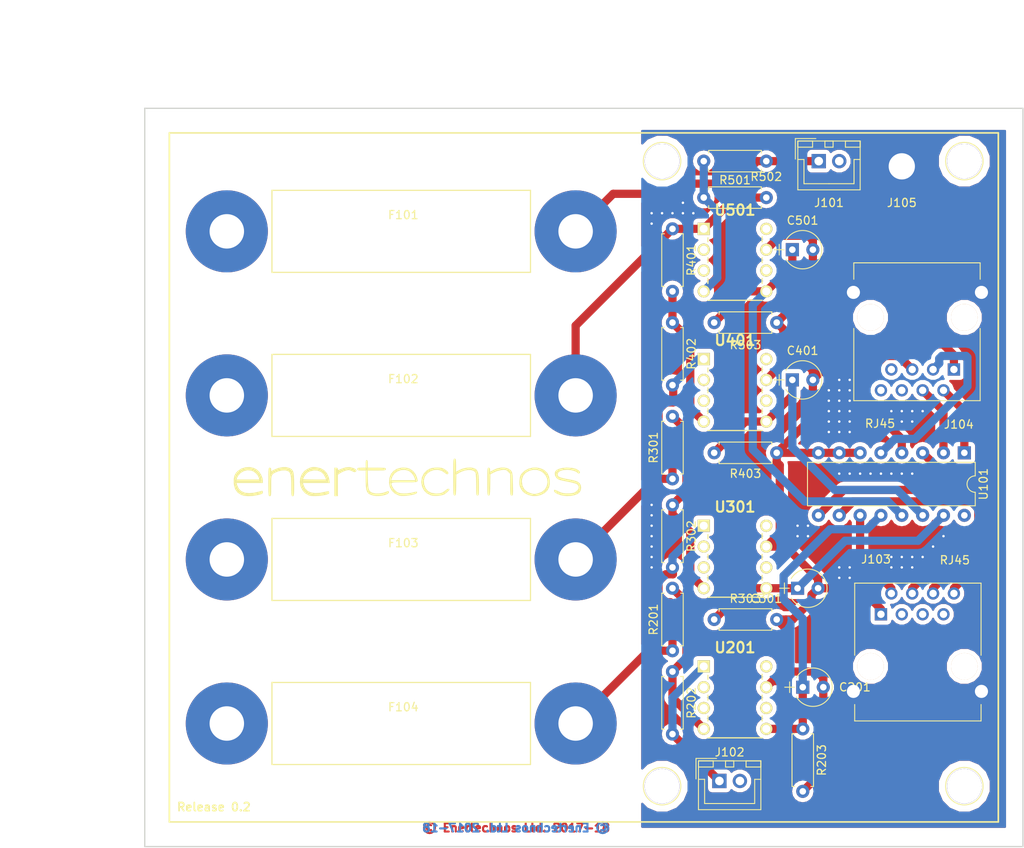
<source format=kicad_pcb>
(kicad_pcb (version 4) (host pcbnew 4.0.7)

  (general
    (links 123)
    (no_connects 0)
    (area 32.150001 72.3 157.075001 175.415)
    (thickness 1.6)
    (drawings 17)
    (tracks 193)
    (zones 0)
    (modules 97)
    (nets 24)
  )

  (page A4)
  (title_block
    (title "Fuse Board")
    (date 2018-01-04)
    (rev "Release 0.1a")
    (company "Enertechnos Ltd.")
    (comment 1 "APPROVED for Prototype")
  )

  (layers
    (0 F.Cu signal)
    (31 B.Cu signal)
    (32 B.Adhes user)
    (33 F.Adhes user)
    (34 B.Paste user)
    (35 F.Paste user)
    (36 B.SilkS user)
    (37 F.SilkS user)
    (38 B.Mask user)
    (39 F.Mask user)
    (40 Dwgs.User user)
    (41 Cmts.User user)
    (42 Eco1.User user)
    (43 Eco2.User user)
    (44 Edge.Cuts user)
    (45 Margin user)
    (46 B.CrtYd user)
    (47 F.CrtYd user)
    (48 B.Fab user)
    (49 F.Fab user)
  )

  (setup
    (last_trace_width 1)
    (trace_clearance 0.4)
    (zone_clearance 0.508)
    (zone_45_only no)
    (trace_min 0.2)
    (segment_width 0.2)
    (edge_width 0.15)
    (via_size 1.5)
    (via_drill 1)
    (via_min_size 0.4)
    (via_min_drill 0.3)
    (uvia_size 1)
    (uvia_drill 0.5)
    (uvias_allowed no)
    (uvia_min_size 0.2)
    (uvia_min_drill 0.1)
    (pcb_text_width 0.3)
    (pcb_text_size 1.5 1.5)
    (mod_edge_width 0.15)
    (mod_text_size 1 1)
    (mod_text_width 0.15)
    (pad_size 6 6)
    (pad_drill 3.2)
    (pad_to_mask_clearance 0.2)
    (aux_axis_origin 50 175)
    (visible_elements 7FFFEF7F)
    (pcbplotparams
      (layerselection 0x010e0_80000001)
      (usegerberextensions false)
      (excludeedgelayer true)
      (linewidth 0.100000)
      (plotframeref false)
      (viasonmask false)
      (mode 1)
      (useauxorigin true)
      (hpglpennumber 1)
      (hpglpenspeed 20)
      (hpglpendiameter 15)
      (hpglpenoverlay 2)
      (psnegative false)
      (psa4output false)
      (plotreference true)
      (plotvalue true)
      (plotinvisibletext false)
      (padsonsilk false)
      (subtractmaskfromsilk false)
      (outputformat 1)
      (mirror false)
      (drillshape 0)
      (scaleselection 1)
      (outputdirectory Plot/))
  )

  (net 0 "")
  (net 1 /VoltMeter1/+VE)
  (net 2 /VoltMeter2/+VE)
  (net 3 /VoltMeter3/+VE)
  (net 4 ARD_GND)
  (net 5 /VoltMeter4/+VE)
  (net 6 "Net-(R201-Pad2)")
  (net 7 "Net-(R301-Pad2)")
  (net 8 "Net-(R401-Pad2)")
  (net 9 "Net-(R501-Pad2)")
  (net 10 A)
  (net 11 B)
  (net 12 C)
  (net 13 COM)
  (net 14 V5)
  (net 15 V7)
  (net 16 V8)
  (net 17 V4)
  (net 18 V6)
  (net 19 V1)
  (net 20 V2)
  (net 21 V3)
  (net 22 /VoltMeter4/-VE)
  (net 23 Earth)

  (net_class Default "This is the default net class."
    (clearance 0.4)
    (trace_width 1)
    (via_dia 1.5)
    (via_drill 1)
    (uvia_dia 1)
    (uvia_drill 0.5)
    (add_net /VoltMeter1/+VE)
    (add_net /VoltMeter2/+VE)
    (add_net /VoltMeter3/+VE)
    (add_net /VoltMeter4/+VE)
    (add_net /VoltMeter4/-VE)
    (add_net A)
    (add_net ARD_GND)
    (add_net B)
    (add_net C)
    (add_net COM)
    (add_net Earth)
    (add_net "Net-(R201-Pad2)")
    (add_net "Net-(R301-Pad2)")
    (add_net "Net-(R401-Pad2)")
    (add_net "Net-(R501-Pad2)")
    (add_net V1)
    (add_net V2)
    (add_net V3)
    (add_net V4)
    (add_net V5)
    (add_net V6)
    (add_net V7)
    (add_net V8)
  )

  (module PartsLibraries:MicroVia (layer F.Cu) (tedit 5AC632A5) (tstamp 5AC63D77)
    (at 116.84 97.79)
    (fp_text reference REF** (at 0 -2.54) (layer F.SilkS) hide
      (effects (font (size 1 1) (thickness 0.15)))
    )
    (fp_text value MicroVia (at 0 2.54) (layer F.Fab) hide
      (effects (font (size 1 1) (thickness 0.15)))
    )
    (pad 1 thru_hole circle (at 0 0) (size 0.6 0.6) (drill 0.3) (layers *.Cu)
      (net 23 Earth) (zone_connect 2))
  )

  (module PartsLibraries:MicroVia (layer F.Cu) (tedit 5AC632A5) (tstamp 5AC63D73)
    (at 111.76 99.06)
    (fp_text reference REF** (at 0 -2.54) (layer F.SilkS) hide
      (effects (font (size 1 1) (thickness 0.15)))
    )
    (fp_text value MicroVia (at 0 2.54) (layer F.Fab) hide
      (effects (font (size 1 1) (thickness 0.15)))
    )
    (pad 1 thru_hole circle (at 0 0) (size 0.6 0.6) (drill 0.3) (layers *.Cu)
      (net 23 Earth) (zone_connect 2))
  )

  (module PartsLibraries:MicroVia (layer F.Cu) (tedit 5AC632A5) (tstamp 5AC63D65)
    (at 111.76 97.79)
    (fp_text reference REF** (at 0 -2.54) (layer F.SilkS) hide
      (effects (font (size 1 1) (thickness 0.15)))
    )
    (fp_text value MicroVia (at 0 2.54) (layer F.Fab) hide
      (effects (font (size 1 1) (thickness 0.15)))
    )
    (pad 1 thru_hole circle (at 0 0) (size 0.6 0.6) (drill 0.3) (layers *.Cu)
      (net 23 Earth) (zone_connect 2))
  )

  (module PartsLibraries:MicroVia (layer F.Cu) (tedit 5AC632A5) (tstamp 5AC63D61)
    (at 113.03 97.79)
    (fp_text reference REF** (at 0 -2.54) (layer F.SilkS) hide
      (effects (font (size 1 1) (thickness 0.15)))
    )
    (fp_text value MicroVia (at 0 2.54) (layer F.Fab) hide
      (effects (font (size 1 1) (thickness 0.15)))
    )
    (pad 1 thru_hole circle (at 0 0) (size 0.6 0.6) (drill 0.3) (layers *.Cu)
      (net 23 Earth) (zone_connect 2))
  )

  (module PartsLibraries:MicroVia (layer F.Cu) (tedit 5AC632A5) (tstamp 5AC63D59)
    (at 115.57 96.52)
    (fp_text reference REF** (at 0 -2.54) (layer F.SilkS) hide
      (effects (font (size 1 1) (thickness 0.15)))
    )
    (fp_text value MicroVia (at 0 2.54) (layer F.Fab) hide
      (effects (font (size 1 1) (thickness 0.15)))
    )
    (pad 1 thru_hole circle (at 0 0) (size 0.6 0.6) (drill 0.3) (layers *.Cu)
      (net 23 Earth) (zone_connect 2))
  )

  (module PartsLibraries:MicroVia (layer F.Cu) (tedit 5AC632A5) (tstamp 5AC63D55)
    (at 114.3 97.79)
    (fp_text reference REF** (at 0 -2.54) (layer F.SilkS) hide
      (effects (font (size 1 1) (thickness 0.15)))
    )
    (fp_text value MicroVia (at 0 2.54) (layer F.Fab) hide
      (effects (font (size 1 1) (thickness 0.15)))
    )
    (pad 1 thru_hole circle (at 0 0) (size 0.6 0.6) (drill 0.3) (layers *.Cu)
      (net 23 Earth) (zone_connect 2))
  )

  (module PartsLibraries:MicroVia (layer F.Cu) (tedit 5AC632A5) (tstamp 5AC63D51)
    (at 115.57 97.79)
    (fp_text reference REF** (at 0 -2.54) (layer F.SilkS) hide
      (effects (font (size 1 1) (thickness 0.15)))
    )
    (fp_text value MicroVia (at 0 2.54) (layer F.Fab) hide
      (effects (font (size 1 1) (thickness 0.15)))
    )
    (pad 1 thru_hole circle (at 0 0) (size 0.6 0.6) (drill 0.3) (layers *.Cu)
      (net 23 Earth) (zone_connect 2))
  )

  (module PartsLibraries:MicroVia (layer F.Cu) (tedit 5AC632A5) (tstamp 5AC63D3F)
    (at 140.97 121.92)
    (fp_text reference REF** (at 0 -2.54) (layer F.SilkS) hide
      (effects (font (size 1 1) (thickness 0.15)))
    )
    (fp_text value MicroVia (at 0 2.54) (layer F.Fab) hide
      (effects (font (size 1 1) (thickness 0.15)))
    )
    (pad 1 thru_hole circle (at 0 0) (size 0.6 0.6) (drill 0.3) (layers *.Cu)
      (net 23 Earth) (zone_connect 2))
  )

  (module PartsLibraries:MicroVia (layer F.Cu) (tedit 5AC632A5) (tstamp 5AC63D3B)
    (at 142.24 123.19)
    (fp_text reference REF** (at 0 -2.54) (layer F.SilkS) hide
      (effects (font (size 1 1) (thickness 0.15)))
    )
    (fp_text value MicroVia (at 0 2.54) (layer F.Fab) hide
      (effects (font (size 1 1) (thickness 0.15)))
    )
    (pad 1 thru_hole circle (at 0 0) (size 0.6 0.6) (drill 0.3) (layers *.Cu)
      (net 23 Earth) (zone_connect 2))
  )

  (module PartsLibraries:MicroVia (layer F.Cu) (tedit 5AC632A5) (tstamp 5AC63D37)
    (at 143.51 123.19)
    (fp_text reference REF** (at 0 -2.54) (layer F.SilkS) hide
      (effects (font (size 1 1) (thickness 0.15)))
    )
    (fp_text value MicroVia (at 0 2.54) (layer F.Fab) hide
      (effects (font (size 1 1) (thickness 0.15)))
    )
    (pad 1 thru_hole circle (at 0 0) (size 0.6 0.6) (drill 0.3) (layers *.Cu)
      (net 23 Earth) (zone_connect 2))
  )

  (module PartsLibraries:MicroVia (layer F.Cu) (tedit 5AC632A5) (tstamp 5AC63D33)
    (at 144.78 121.92)
    (fp_text reference REF** (at 0 -2.54) (layer F.SilkS) hide
      (effects (font (size 1 1) (thickness 0.15)))
    )
    (fp_text value MicroVia (at 0 2.54) (layer F.Fab) hide
      (effects (font (size 1 1) (thickness 0.15)))
    )
    (pad 1 thru_hole circle (at 0 0) (size 0.6 0.6) (drill 0.3) (layers *.Cu)
      (net 23 Earth) (zone_connect 2))
  )

  (module PartsLibraries:MicroVia (layer F.Cu) (tedit 5AC632A5) (tstamp 5AC63D2F)
    (at 142.24 121.92)
    (fp_text reference REF** (at 0 -2.54) (layer F.SilkS) hide
      (effects (font (size 1 1) (thickness 0.15)))
    )
    (fp_text value MicroVia (at 0 2.54) (layer F.Fab) hide
      (effects (font (size 1 1) (thickness 0.15)))
    )
    (pad 1 thru_hole circle (at 0 0) (size 0.6 0.6) (drill 0.3) (layers *.Cu)
      (net 23 Earth) (zone_connect 2))
  )

  (module PartsLibraries:MicroVia (layer F.Cu) (tedit 5AC632A5) (tstamp 5AC63D2B)
    (at 143.51 121.92)
    (fp_text reference REF** (at 0 -2.54) (layer F.SilkS) hide
      (effects (font (size 1 1) (thickness 0.15)))
    )
    (fp_text value MicroVia (at 0 2.54) (layer F.Fab) hide
      (effects (font (size 1 1) (thickness 0.15)))
    )
    (pad 1 thru_hole circle (at 0 0) (size 0.6 0.6) (drill 0.3) (layers *.Cu)
      (net 23 Earth) (zone_connect 2))
  )

  (module PartsLibraries:MicroVia (layer F.Cu) (tedit 5AC632A5) (tstamp 5AC63D13)
    (at 111.76 137.16 90)
    (fp_text reference REF** (at 0 -2.54 90) (layer F.SilkS) hide
      (effects (font (size 1 1) (thickness 0.15)))
    )
    (fp_text value MicroVia (at 0 2.54 90) (layer F.Fab) hide
      (effects (font (size 1 1) (thickness 0.15)))
    )
    (pad 1 thru_hole circle (at 0 0 90) (size 0.6 0.6) (drill 0.3) (layers *.Cu)
      (net 23 Earth) (zone_connect 2))
  )

  (module PartsLibraries:MicroVia (layer F.Cu) (tedit 5AC632A5) (tstamp 5AC63D0F)
    (at 111.76 134.62 90)
    (fp_text reference REF** (at 0 -2.54 90) (layer F.SilkS) hide
      (effects (font (size 1 1) (thickness 0.15)))
    )
    (fp_text value MicroVia (at 0 2.54 90) (layer F.Fab) hide
      (effects (font (size 1 1) (thickness 0.15)))
    )
    (pad 1 thru_hole circle (at 0 0 90) (size 0.6 0.6) (drill 0.3) (layers *.Cu)
      (net 23 Earth) (zone_connect 2))
  )

  (module PartsLibraries:MicroVia (layer F.Cu) (tedit 5AC632A5) (tstamp 5AC63D0B)
    (at 111.76 135.89 90)
    (fp_text reference REF** (at 0 -2.54 90) (layer F.SilkS) hide
      (effects (font (size 1 1) (thickness 0.15)))
    )
    (fp_text value MicroVia (at 0 2.54 90) (layer F.Fab) hide
      (effects (font (size 1 1) (thickness 0.15)))
    )
    (pad 1 thru_hole circle (at 0 0 90) (size 0.6 0.6) (drill 0.3) (layers *.Cu)
      (net 23 Earth) (zone_connect 2))
  )

  (module PartsLibraries:MicroVia (layer F.Cu) (tedit 5AC632A5) (tstamp 5AC63D07)
    (at 111.76 138.43 90)
    (fp_text reference REF** (at 0 -2.54 90) (layer F.SilkS) hide
      (effects (font (size 1 1) (thickness 0.15)))
    )
    (fp_text value MicroVia (at 0 2.54 90) (layer F.Fab) hide
      (effects (font (size 1 1) (thickness 0.15)))
    )
    (pad 1 thru_hole circle (at 0 0 90) (size 0.6 0.6) (drill 0.3) (layers *.Cu)
      (net 23 Earth) (zone_connect 2))
  )

  (module PartsLibraries:MicroVia (layer F.Cu) (tedit 5AC632A5) (tstamp 5AC63D03)
    (at 111.76 133.35 90)
    (fp_text reference REF** (at 0 -2.54 90) (layer F.SilkS) hide
      (effects (font (size 1 1) (thickness 0.15)))
    )
    (fp_text value MicroVia (at 0 2.54 90) (layer F.Fab) hide
      (effects (font (size 1 1) (thickness 0.15)))
    )
    (pad 1 thru_hole circle (at 0 0 90) (size 0.6 0.6) (drill 0.3) (layers *.Cu)
      (net 23 Earth) (zone_connect 2))
  )

  (module PartsLibraries:MicroVia (layer F.Cu) (tedit 5AC632A5) (tstamp 5AC63CFF)
    (at 111.76 139.7 90)
    (fp_text reference REF** (at 0 -2.54 90) (layer F.SilkS) hide
      (effects (font (size 1 1) (thickness 0.15)))
    )
    (fp_text value MicroVia (at 0 2.54 90) (layer F.Fab) hide
      (effects (font (size 1 1) (thickness 0.15)))
    )
    (pad 1 thru_hole circle (at 0 0 90) (size 0.6 0.6) (drill 0.3) (layers *.Cu)
      (net 23 Earth) (zone_connect 2))
  )

  (module PartsLibraries:MicroVia (layer F.Cu) (tedit 5AC632A5) (tstamp 5AC63CF7)
    (at 111.76 140.97 90)
    (fp_text reference REF** (at 0 -2.54 90) (layer F.SilkS) hide
      (effects (font (size 1 1) (thickness 0.15)))
    )
    (fp_text value MicroVia (at 0 2.54 90) (layer F.Fab) hide
      (effects (font (size 1 1) (thickness 0.15)))
    )
    (pad 1 thru_hole circle (at 0 0 90) (size 0.6 0.6) (drill 0.3) (layers *.Cu)
      (net 23 Earth) (zone_connect 2))
  )

  (module PartsLibraries:MicroVia (layer F.Cu) (tedit 5AC632A5) (tstamp 5AC63CF0)
    (at 143.51 129.54)
    (fp_text reference REF** (at 0 -2.54) (layer F.SilkS) hide
      (effects (font (size 1 1) (thickness 0.15)))
    )
    (fp_text value MicroVia (at 0 2.54) (layer F.Fab) hide
      (effects (font (size 1 1) (thickness 0.15)))
    )
    (pad 1 thru_hole circle (at 0 0) (size 0.6 0.6) (drill 0.3) (layers *.Cu)
      (net 23 Earth) (zone_connect 2))
  )

  (module PartsLibraries:MicroVia (layer F.Cu) (tedit 5AC632A5) (tstamp 5AC63CEC)
    (at 142.24 129.54)
    (fp_text reference REF** (at 0 -2.54) (layer F.SilkS) hide
      (effects (font (size 1 1) (thickness 0.15)))
    )
    (fp_text value MicroVia (at 0 2.54) (layer F.Fab) hide
      (effects (font (size 1 1) (thickness 0.15)))
    )
    (pad 1 thru_hole circle (at 0 0) (size 0.6 0.6) (drill 0.3) (layers *.Cu)
      (net 23 Earth) (zone_connect 2))
  )

  (module PartsLibraries:MicroVia (layer F.Cu) (tedit 5AC632A5) (tstamp 5AC63CE8)
    (at 140.97 129.54)
    (fp_text reference REF** (at 0 -2.54) (layer F.SilkS) hide
      (effects (font (size 1 1) (thickness 0.15)))
    )
    (fp_text value MicroVia (at 0 2.54) (layer F.Fab) hide
      (effects (font (size 1 1) (thickness 0.15)))
    )
    (pad 1 thru_hole circle (at 0 0) (size 0.6 0.6) (drill 0.3) (layers *.Cu)
      (net 23 Earth) (zone_connect 2))
  )

  (module PartsLibraries:MicroVia (layer F.Cu) (tedit 5AC632A5) (tstamp 5AC63CE4)
    (at 139.7 129.54)
    (fp_text reference REF** (at 0 -2.54) (layer F.SilkS) hide
      (effects (font (size 1 1) (thickness 0.15)))
    )
    (fp_text value MicroVia (at 0 2.54) (layer F.Fab) hide
      (effects (font (size 1 1) (thickness 0.15)))
    )
    (pad 1 thru_hole circle (at 0 0) (size 0.6 0.6) (drill 0.3) (layers *.Cu)
      (net 23 Earth) (zone_connect 2))
  )

  (module PartsLibraries:MicroVia (layer F.Cu) (tedit 5AC632A5) (tstamp 5AC63C79)
    (at 135.89 129.54)
    (fp_text reference REF** (at 0 -2.54) (layer F.SilkS) hide
      (effects (font (size 1 1) (thickness 0.15)))
    )
    (fp_text value MicroVia (at 0 2.54) (layer F.Fab) hide
      (effects (font (size 1 1) (thickness 0.15)))
    )
    (pad 1 thru_hole circle (at 0 0) (size 0.6 0.6) (drill 0.3) (layers *.Cu)
      (net 23 Earth) (zone_connect 2))
  )

  (module PartsLibraries:MicroVia (layer F.Cu) (tedit 5AC632A5) (tstamp 5AC63C75)
    (at 137.16 129.54)
    (fp_text reference REF** (at 0 -2.54) (layer F.SilkS) hide
      (effects (font (size 1 1) (thickness 0.15)))
    )
    (fp_text value MicroVia (at 0 2.54) (layer F.Fab) hide
      (effects (font (size 1 1) (thickness 0.15)))
    )
    (pad 1 thru_hole circle (at 0 0) (size 0.6 0.6) (drill 0.3) (layers *.Cu)
      (net 23 Earth) (zone_connect 2))
  )

  (module PartsLibraries:MicroVia (layer F.Cu) (tedit 5AC632A5) (tstamp 5AC63C71)
    (at 138.43 129.54)
    (fp_text reference REF** (at 0 -2.54) (layer F.SilkS) hide
      (effects (font (size 1 1) (thickness 0.15)))
    )
    (fp_text value MicroVia (at 0 2.54) (layer F.Fab) hide
      (effects (font (size 1 1) (thickness 0.15)))
    )
    (pad 1 thru_hole circle (at 0 0) (size 0.6 0.6) (drill 0.3) (layers *.Cu)
      (net 23 Earth) (zone_connect 2))
  )

  (module PartsLibraries:MicroVia (layer F.Cu) (tedit 5AC632A5) (tstamp 5AC63C6D)
    (at 134.62 129.54)
    (fp_text reference REF** (at 0 -2.54) (layer F.SilkS) hide
      (effects (font (size 1 1) (thickness 0.15)))
    )
    (fp_text value MicroVia (at 0 2.54) (layer F.Fab) hide
      (effects (font (size 1 1) (thickness 0.15)))
    )
    (pad 1 thru_hole circle (at 0 0) (size 0.6 0.6) (drill 0.3) (layers *.Cu)
      (net 23 Earth) (zone_connect 2))
  )

  (module PartsLibraries:MicroVia (layer F.Cu) (tedit 5AC632A5) (tstamp 5AC63C69)
    (at 130.81 135.89)
    (fp_text reference REF** (at 0 -2.54) (layer F.SilkS) hide
      (effects (font (size 1 1) (thickness 0.15)))
    )
    (fp_text value MicroVia (at 0 2.54) (layer F.Fab) hide
      (effects (font (size 1 1) (thickness 0.15)))
    )
    (pad 1 thru_hole circle (at 0 0) (size 0.6 0.6) (drill 0.3) (layers *.Cu)
      (net 23 Earth) (zone_connect 2))
  )

  (module PartsLibraries:MicroVia (layer F.Cu) (tedit 5AC632A5) (tstamp 5AC63C65)
    (at 129.54 137.16)
    (fp_text reference REF** (at 0 -2.54) (layer F.SilkS) hide
      (effects (font (size 1 1) (thickness 0.15)))
    )
    (fp_text value MicroVia (at 0 2.54) (layer F.Fab) hide
      (effects (font (size 1 1) (thickness 0.15)))
    )
    (pad 1 thru_hole circle (at 0 0) (size 0.6 0.6) (drill 0.3) (layers *.Cu)
      (net 23 Earth) (zone_connect 2))
  )

  (module PartsLibraries:MicroVia (layer F.Cu) (tedit 5AC632A5) (tstamp 5AC63C61)
    (at 130.81 137.16)
    (fp_text reference REF** (at 0 -2.54) (layer F.SilkS) hide
      (effects (font (size 1 1) (thickness 0.15)))
    )
    (fp_text value MicroVia (at 0 2.54) (layer F.Fab) hide
      (effects (font (size 1 1) (thickness 0.15)))
    )
    (pad 1 thru_hole circle (at 0 0) (size 0.6 0.6) (drill 0.3) (layers *.Cu)
      (net 23 Earth) (zone_connect 2))
  )

  (module PartsLibraries:MicroVia (layer F.Cu) (tedit 5AC632A5) (tstamp 5AC63C5D)
    (at 129.54 135.89)
    (fp_text reference REF** (at 0 -2.54) (layer F.SilkS) hide
      (effects (font (size 1 1) (thickness 0.15)))
    )
    (fp_text value MicroVia (at 0 2.54) (layer F.Fab) hide
      (effects (font (size 1 1) (thickness 0.15)))
    )
    (pad 1 thru_hole circle (at 0 0) (size 0.6 0.6) (drill 0.3) (layers *.Cu)
      (net 23 Earth) (zone_connect 2))
  )

  (module PartsLibraries:MicroVia (layer F.Cu) (tedit 5AC632A5) (tstamp 5AC63C59)
    (at 135.89 140.97)
    (fp_text reference REF** (at 0 -2.54) (layer F.SilkS) hide
      (effects (font (size 1 1) (thickness 0.15)))
    )
    (fp_text value MicroVia (at 0 2.54) (layer F.Fab) hide
      (effects (font (size 1 1) (thickness 0.15)))
    )
    (pad 1 thru_hole circle (at 0 0) (size 0.6 0.6) (drill 0.3) (layers *.Cu)
      (net 23 Earth) (zone_connect 2))
  )

  (module PartsLibraries:MicroVia (layer F.Cu) (tedit 5AC632A5) (tstamp 5AC63C55)
    (at 134.62 142.24)
    (fp_text reference REF** (at 0 -2.54) (layer F.SilkS) hide
      (effects (font (size 1 1) (thickness 0.15)))
    )
    (fp_text value MicroVia (at 0 2.54) (layer F.Fab) hide
      (effects (font (size 1 1) (thickness 0.15)))
    )
    (pad 1 thru_hole circle (at 0 0) (size 0.6 0.6) (drill 0.3) (layers *.Cu)
      (net 23 Earth) (zone_connect 2))
  )

  (module PartsLibraries:MicroVia (layer F.Cu) (tedit 5AC632A5) (tstamp 5AC63C51)
    (at 135.89 142.24)
    (fp_text reference REF** (at 0 -2.54) (layer F.SilkS) hide
      (effects (font (size 1 1) (thickness 0.15)))
    )
    (fp_text value MicroVia (at 0 2.54) (layer F.Fab) hide
      (effects (font (size 1 1) (thickness 0.15)))
    )
    (pad 1 thru_hole circle (at 0 0) (size 0.6 0.6) (drill 0.3) (layers *.Cu)
      (net 23 Earth) (zone_connect 2))
  )

  (module PartsLibraries:MicroVia (layer F.Cu) (tedit 5AC632A5) (tstamp 5AC63C4D)
    (at 134.62 140.97)
    (fp_text reference REF** (at 0 -2.54) (layer F.SilkS) hide
      (effects (font (size 1 1) (thickness 0.15)))
    )
    (fp_text value MicroVia (at 0 2.54) (layer F.Fab) hide
      (effects (font (size 1 1) (thickness 0.15)))
    )
    (pad 1 thru_hole circle (at 0 0) (size 0.6 0.6) (drill 0.3) (layers *.Cu)
      (net 23 Earth) (zone_connect 2))
  )

  (module PartsLibraries:MicroVia (layer F.Cu) (tedit 5AC632A5) (tstamp 5AC63C2E)
    (at 147.32 137.16)
    (fp_text reference REF** (at 0 -2.54) (layer F.SilkS) hide
      (effects (font (size 1 1) (thickness 0.15)))
    )
    (fp_text value MicroVia (at 0 2.54) (layer F.Fab) hide
      (effects (font (size 1 1) (thickness 0.15)))
    )
    (pad 1 thru_hole circle (at 0 0) (size 0.6 0.6) (drill 0.3) (layers *.Cu)
      (net 23 Earth) (zone_connect 2))
  )

  (module PartsLibraries:MicroVia (layer F.Cu) (tedit 5AC632A5) (tstamp 5AC63C2A)
    (at 146.05 138.43)
    (fp_text reference REF** (at 0 -2.54) (layer F.SilkS) hide
      (effects (font (size 1 1) (thickness 0.15)))
    )
    (fp_text value MicroVia (at 0 2.54) (layer F.Fab) hide
      (effects (font (size 1 1) (thickness 0.15)))
    )
    (pad 1 thru_hole circle (at 0 0) (size 0.6 0.6) (drill 0.3) (layers *.Cu)
      (net 23 Earth) (zone_connect 2))
  )

  (module PartsLibraries:MicroVia (layer F.Cu) (tedit 5AC632A5) (tstamp 5AC63C26)
    (at 144.78 139.7)
    (fp_text reference REF** (at 0 -2.54) (layer F.SilkS) hide
      (effects (font (size 1 1) (thickness 0.15)))
    )
    (fp_text value MicroVia (at 0 2.54) (layer F.Fab) hide
      (effects (font (size 1 1) (thickness 0.15)))
    )
    (pad 1 thru_hole circle (at 0 0) (size 0.6 0.6) (drill 0.3) (layers *.Cu)
      (net 23 Earth) (zone_connect 2))
  )

  (module PartsLibraries:MicroVia (layer F.Cu) (tedit 5AC632A5) (tstamp 5AC63C22)
    (at 143.51 139.7)
    (fp_text reference REF** (at 0 -2.54) (layer F.SilkS) hide
      (effects (font (size 1 1) (thickness 0.15)))
    )
    (fp_text value MicroVia (at 0 2.54) (layer F.Fab) hide
      (effects (font (size 1 1) (thickness 0.15)))
    )
    (pad 1 thru_hole circle (at 0 0) (size 0.6 0.6) (drill 0.3) (layers *.Cu)
      (net 23 Earth) (zone_connect 2))
  )

  (module PartsLibraries:MicroVia (layer F.Cu) (tedit 5AC632A5) (tstamp 5AC63C1E)
    (at 140.97 139.7)
    (fp_text reference REF** (at 0 -2.54) (layer F.SilkS) hide
      (effects (font (size 1 1) (thickness 0.15)))
    )
    (fp_text value MicroVia (at 0 2.54) (layer F.Fab) hide
      (effects (font (size 1 1) (thickness 0.15)))
    )
    (pad 1 thru_hole circle (at 0 0) (size 0.6 0.6) (drill 0.3) (layers *.Cu)
      (net 23 Earth) (zone_connect 2))
  )

  (module PartsLibraries:MicroVia (layer F.Cu) (tedit 5AC632A5) (tstamp 5AC63C1A)
    (at 142.24 140.97)
    (fp_text reference REF** (at 0 -2.54) (layer F.SilkS) hide
      (effects (font (size 1 1) (thickness 0.15)))
    )
    (fp_text value MicroVia (at 0 2.54) (layer F.Fab) hide
      (effects (font (size 1 1) (thickness 0.15)))
    )
    (pad 1 thru_hole circle (at 0 0) (size 0.6 0.6) (drill 0.3) (layers *.Cu)
      (net 23 Earth) (zone_connect 2))
  )

  (module PartsLibraries:MicroVia (layer F.Cu) (tedit 5AC632A5) (tstamp 5AC63C16)
    (at 140.97 140.97)
    (fp_text reference REF** (at 0 -2.54) (layer F.SilkS) hide
      (effects (font (size 1 1) (thickness 0.15)))
    )
    (fp_text value MicroVia (at 0 2.54) (layer F.Fab) hide
      (effects (font (size 1 1) (thickness 0.15)))
    )
    (pad 1 thru_hole circle (at 0 0) (size 0.6 0.6) (drill 0.3) (layers *.Cu)
      (net 23 Earth) (zone_connect 2))
  )

  (module PartsLibraries:MicroVia (layer F.Cu) (tedit 5AC632A5) (tstamp 5AC63C12)
    (at 143.51 140.97)
    (fp_text reference REF** (at 0 -2.54) (layer F.SilkS) hide
      (effects (font (size 1 1) (thickness 0.15)))
    )
    (fp_text value MicroVia (at 0 2.54) (layer F.Fab) hide
      (effects (font (size 1 1) (thickness 0.15)))
    )
    (pad 1 thru_hole circle (at 0 0) (size 0.6 0.6) (drill 0.3) (layers *.Cu)
      (net 23 Earth) (zone_connect 2))
  )

  (module PartsLibraries:MicroVia (layer F.Cu) (tedit 5AC632A5) (tstamp 5AC63C0E)
    (at 142.24 139.7)
    (fp_text reference REF** (at 0 -2.54) (layer F.SilkS) hide
      (effects (font (size 1 1) (thickness 0.15)))
    )
    (fp_text value MicroVia (at 0 2.54) (layer F.Fab) hide
      (effects (font (size 1 1) (thickness 0.15)))
    )
    (pad 1 thru_hole circle (at 0 0) (size 0.6 0.6) (drill 0.3) (layers *.Cu)
      (net 23 Earth) (zone_connect 2))
  )

  (module PartsLibraries:MicroVia (layer F.Cu) (tedit 5AC632A5) (tstamp 5AC63C07)
    (at 135.89 124.46)
    (fp_text reference REF** (at 0 -2.54) (layer F.SilkS) hide
      (effects (font (size 1 1) (thickness 0.15)))
    )
    (fp_text value MicroVia (at 0 2.54) (layer F.Fab) hide
      (effects (font (size 1 1) (thickness 0.15)))
    )
    (pad 1 thru_hole circle (at 0 0) (size 0.6 0.6) (drill 0.3) (layers *.Cu)
      (net 23 Earth) (zone_connect 2))
  )

  (module PartsLibraries:MicroVia (layer F.Cu) (tedit 5AC632A5) (tstamp 5AC63C03)
    (at 133.35 124.46)
    (fp_text reference REF** (at 0 -2.54) (layer F.SilkS) hide
      (effects (font (size 1 1) (thickness 0.15)))
    )
    (fp_text value MicroVia (at 0 2.54) (layer F.Fab) hide
      (effects (font (size 1 1) (thickness 0.15)))
    )
    (pad 1 thru_hole circle (at 0 0) (size 0.6 0.6) (drill 0.3) (layers *.Cu)
      (net 23 Earth) (zone_connect 2))
  )

  (module PartsLibraries:MicroVia (layer F.Cu) (tedit 5AC632A5) (tstamp 5AC63BFF)
    (at 134.62 124.46)
    (fp_text reference REF** (at 0 -2.54) (layer F.SilkS) hide
      (effects (font (size 1 1) (thickness 0.15)))
    )
    (fp_text value MicroVia (at 0 2.54) (layer F.Fab) hide
      (effects (font (size 1 1) (thickness 0.15)))
    )
    (pad 1 thru_hole circle (at 0 0) (size 0.6 0.6) (drill 0.3) (layers *.Cu)
      (net 23 Earth) (zone_connect 2))
  )

  (module PartsLibraries:MicroVia (layer F.Cu) (tedit 5AC632A5) (tstamp 5AC63BFB)
    (at 135.89 123.19)
    (fp_text reference REF** (at 0 -2.54) (layer F.SilkS) hide
      (effects (font (size 1 1) (thickness 0.15)))
    )
    (fp_text value MicroVia (at 0 2.54) (layer F.Fab) hide
      (effects (font (size 1 1) (thickness 0.15)))
    )
    (pad 1 thru_hole circle (at 0 0) (size 0.6 0.6) (drill 0.3) (layers *.Cu)
      (net 23 Earth) (zone_connect 2))
  )

  (module PartsLibraries:MicroVia (layer F.Cu) (tedit 5AC632A5) (tstamp 5AC63BF7)
    (at 133.35 121.92)
    (fp_text reference REF** (at 0 -2.54) (layer F.SilkS) hide
      (effects (font (size 1 1) (thickness 0.15)))
    )
    (fp_text value MicroVia (at 0 2.54) (layer F.Fab) hide
      (effects (font (size 1 1) (thickness 0.15)))
    )
    (pad 1 thru_hole circle (at 0 0) (size 0.6 0.6) (drill 0.3) (layers *.Cu)
      (net 23 Earth) (zone_connect 2))
  )

  (module PartsLibraries:MicroVia (layer F.Cu) (tedit 5AC632A5) (tstamp 5AC63BF3)
    (at 133.35 123.19)
    (fp_text reference REF** (at 0 -2.54) (layer F.SilkS) hide
      (effects (font (size 1 1) (thickness 0.15)))
    )
    (fp_text value MicroVia (at 0 2.54) (layer F.Fab) hide
      (effects (font (size 1 1) (thickness 0.15)))
    )
    (pad 1 thru_hole circle (at 0 0) (size 0.6 0.6) (drill 0.3) (layers *.Cu)
      (net 23 Earth) (zone_connect 2))
  )

  (module PartsLibraries:MicroVia (layer F.Cu) (tedit 5AC632A5) (tstamp 5AC63BEF)
    (at 134.62 121.92)
    (fp_text reference REF** (at 0 -2.54) (layer F.SilkS) hide
      (effects (font (size 1 1) (thickness 0.15)))
    )
    (fp_text value MicroVia (at 0 2.54) (layer F.Fab) hide
      (effects (font (size 1 1) (thickness 0.15)))
    )
    (pad 1 thru_hole circle (at 0 0) (size 0.6 0.6) (drill 0.3) (layers *.Cu)
      (net 23 Earth) (zone_connect 2))
  )

  (module PartsLibraries:MicroVia (layer F.Cu) (tedit 5AC632A5) (tstamp 5AC63BEB)
    (at 134.62 123.19)
    (fp_text reference REF** (at 0 -2.54) (layer F.SilkS) hide
      (effects (font (size 1 1) (thickness 0.15)))
    )
    (fp_text value MicroVia (at 0 2.54) (layer F.Fab) hide
      (effects (font (size 1 1) (thickness 0.15)))
    )
    (pad 1 thru_hole circle (at 0 0) (size 0.6 0.6) (drill 0.3) (layers *.Cu)
      (net 23 Earth) (zone_connect 2))
  )

  (module PartsLibraries:MicroVia (layer F.Cu) (tedit 5AC632A5) (tstamp 5AC63BE7)
    (at 135.89 121.92)
    (fp_text reference REF** (at 0 -2.54) (layer F.SilkS) hide
      (effects (font (size 1 1) (thickness 0.15)))
    )
    (fp_text value MicroVia (at 0 2.54) (layer F.Fab) hide
      (effects (font (size 1 1) (thickness 0.15)))
    )
    (pad 1 thru_hole circle (at 0 0) (size 0.6 0.6) (drill 0.3) (layers *.Cu)
      (net 23 Earth) (zone_connect 2))
  )

  (module PartsLibraries:MicroVia (layer F.Cu) (tedit 5AC632A5) (tstamp 5AC63BB4)
    (at 135.89 120.65)
    (fp_text reference REF** (at 0 -2.54) (layer F.SilkS) hide
      (effects (font (size 1 1) (thickness 0.15)))
    )
    (fp_text value MicroVia (at 0 2.54) (layer F.Fab) hide
      (effects (font (size 1 1) (thickness 0.15)))
    )
    (pad 1 thru_hole circle (at 0 0) (size 0.6 0.6) (drill 0.3) (layers *.Cu)
      (net 23 Earth) (zone_connect 2))
  )

  (module PartsLibraries:MicroVia (layer F.Cu) (tedit 5AC632A5) (tstamp 5AC63BB0)
    (at 134.62 120.65)
    (fp_text reference REF** (at 0 -2.54) (layer F.SilkS) hide
      (effects (font (size 1 1) (thickness 0.15)))
    )
    (fp_text value MicroVia (at 0 2.54) (layer F.Fab) hide
      (effects (font (size 1 1) (thickness 0.15)))
    )
    (pad 1 thru_hole circle (at 0 0) (size 0.6 0.6) (drill 0.3) (layers *.Cu)
      (net 23 Earth) (zone_connect 2))
  )

  (module PartsLibraries:MicroVia (layer F.Cu) (tedit 5AC632A5) (tstamp 5AC63BAC)
    (at 133.35 120.65)
    (fp_text reference REF** (at 0 -2.54) (layer F.SilkS) hide
      (effects (font (size 1 1) (thickness 0.15)))
    )
    (fp_text value MicroVia (at 0 2.54) (layer F.Fab) hide
      (effects (font (size 1 1) (thickness 0.15)))
    )
    (pad 1 thru_hole circle (at 0 0) (size 0.6 0.6) (drill 0.3) (layers *.Cu)
      (net 23 Earth) (zone_connect 2))
  )

  (module PartsLibraries:MicroVia (layer F.Cu) (tedit 5AC632A5) (tstamp 5AC63BA8)
    (at 135.89 119.38)
    (fp_text reference REF** (at 0 -2.54) (layer F.SilkS) hide
      (effects (font (size 1 1) (thickness 0.15)))
    )
    (fp_text value MicroVia (at 0 2.54) (layer F.Fab) hide
      (effects (font (size 1 1) (thickness 0.15)))
    )
    (pad 1 thru_hole circle (at 0 0) (size 0.6 0.6) (drill 0.3) (layers *.Cu)
      (net 23 Earth) (zone_connect 2))
  )

  (module PartsLibraries:MicroVia (layer F.Cu) (tedit 5AC632A5) (tstamp 5AC63BA4)
    (at 134.62 119.38)
    (fp_text reference REF** (at 0 -2.54) (layer F.SilkS) hide
      (effects (font (size 1 1) (thickness 0.15)))
    )
    (fp_text value MicroVia (at 0 2.54) (layer F.Fab) hide
      (effects (font (size 1 1) (thickness 0.15)))
    )
    (pad 1 thru_hole circle (at 0 0) (size 0.6 0.6) (drill 0.3) (layers *.Cu)
      (net 23 Earth) (zone_connect 2))
  )

  (module PartsLibraries:MicroVia (layer F.Cu) (tedit 5AC632A5) (tstamp 5AC63BA0)
    (at 133.35 119.38)
    (fp_text reference REF** (at 0 -2.54) (layer F.SilkS) hide
      (effects (font (size 1 1) (thickness 0.15)))
    )
    (fp_text value MicroVia (at 0 2.54) (layer F.Fab) hide
      (effects (font (size 1 1) (thickness 0.15)))
    )
    (pad 1 thru_hole circle (at 0 0) (size 0.6 0.6) (drill 0.3) (layers *.Cu)
      (net 23 Earth) (zone_connect 2))
  )

  (module PartsLibraries:MicroVia (layer F.Cu) (tedit 5AC632A5) (tstamp 5AC63B9C)
    (at 135.89 118.11)
    (fp_text reference REF** (at 0 -2.54) (layer F.SilkS) hide
      (effects (font (size 1 1) (thickness 0.15)))
    )
    (fp_text value MicroVia (at 0 2.54) (layer F.Fab) hide
      (effects (font (size 1 1) (thickness 0.15)))
    )
    (pad 1 thru_hole circle (at 0 0) (size 0.6 0.6) (drill 0.3) (layers *.Cu)
      (net 23 Earth) (zone_connect 2))
  )

  (module PartsLibraries:MicroVia (layer F.Cu) (tedit 5AC632A5) (tstamp 5AC63B98)
    (at 134.62 118.11)
    (fp_text reference REF** (at 0 -2.54) (layer F.SilkS) hide
      (effects (font (size 1 1) (thickness 0.15)))
    )
    (fp_text value MicroVia (at 0 2.54) (layer F.Fab) hide
      (effects (font (size 1 1) (thickness 0.15)))
    )
    (pad 1 thru_hole circle (at 0 0) (size 0.6 0.6) (drill 0.3) (layers *.Cu)
      (net 23 Earth) (zone_connect 2))
  )

  (module Resistors_THT:R_Axial_DIN0207_L6.3mm_D2.5mm_P7.62mm_Horizontal placed (layer F.Cu) (tedit 5874F706) (tstamp 5A300473)
    (at 118.11 95.885)
    (descr "Resistor, Axial_DIN0207 series, Axial, Horizontal, pin pitch=7.62mm, 0.25W = 1/4W, length*diameter=6.3*2.5mm^2, http://cdn-reichelt.de/documents/datenblatt/B400/1_4W%23YAG.pdf")
    (tags "Resistor Axial_DIN0207 series Axial Horizontal pin pitch 7.62mm 0.25W = 1/4W length 6.3mm diameter 2.5mm")
    (path /59C5216A/59C4F970)
    (fp_text reference R502 (at 7.62 -2.54) (layer F.SilkS)
      (effects (font (size 1 1) (thickness 0.15)))
    )
    (fp_text value 10M (at 3.81 2.31) (layer F.Fab)
      (effects (font (size 1 1) (thickness 0.15)))
    )
    (fp_line (start 0.66 -1.25) (end 0.66 1.25) (layer F.Fab) (width 0.1))
    (fp_line (start 0.66 1.25) (end 6.96 1.25) (layer F.Fab) (width 0.1))
    (fp_line (start 6.96 1.25) (end 6.96 -1.25) (layer F.Fab) (width 0.1))
    (fp_line (start 6.96 -1.25) (end 0.66 -1.25) (layer F.Fab) (width 0.1))
    (fp_line (start 0 0) (end 0.66 0) (layer F.Fab) (width 0.1))
    (fp_line (start 7.62 0) (end 6.96 0) (layer F.Fab) (width 0.1))
    (fp_line (start 0.6 -0.98) (end 0.6 -1.31) (layer F.SilkS) (width 0.12))
    (fp_line (start 0.6 -1.31) (end 7.02 -1.31) (layer F.SilkS) (width 0.12))
    (fp_line (start 7.02 -1.31) (end 7.02 -0.98) (layer F.SilkS) (width 0.12))
    (fp_line (start 0.6 0.98) (end 0.6 1.31) (layer F.SilkS) (width 0.12))
    (fp_line (start 0.6 1.31) (end 7.02 1.31) (layer F.SilkS) (width 0.12))
    (fp_line (start 7.02 1.31) (end 7.02 0.98) (layer F.SilkS) (width 0.12))
    (fp_line (start -1.05 -1.6) (end -1.05 1.6) (layer F.CrtYd) (width 0.05))
    (fp_line (start -1.05 1.6) (end 8.7 1.6) (layer F.CrtYd) (width 0.05))
    (fp_line (start 8.7 1.6) (end 8.7 -1.6) (layer F.CrtYd) (width 0.05))
    (fp_line (start 8.7 -1.6) (end -1.05 -1.6) (layer F.CrtYd) (width 0.05))
    (pad 1 thru_hole circle (at 0 0) (size 1.6 1.6) (drill 0.8) (layers *.Cu *.Mask)
      (net 9 "Net-(R501-Pad2)"))
    (pad 2 thru_hole oval (at 7.62 0) (size 1.6 1.6) (drill 0.8) (layers *.Cu *.Mask)
      (net 2 /VoltMeter2/+VE))
    (model ${KISYS3DMOD}/Resistors_THT.3dshapes/R_Axial_DIN0207_L6.3mm_D2.5mm_P7.62mm_Horizontal.wrl
      (at (xyz 0 0 0))
      (scale (xyz 0.393701 0.393701 0.393701))
      (rotate (xyz 0 0 0))
    )
  )

  (module Resistors_THT:R_Axial_DIN0207_L6.3mm_D2.5mm_P7.62mm_Horizontal placed (layer F.Cu) (tedit 5874F706) (tstamp 5A300405)
    (at 114.3 130.175 90)
    (descr "Resistor, Axial_DIN0207 series, Axial, Horizontal, pin pitch=7.62mm, 0.25W = 1/4W, length*diameter=6.3*2.5mm^2, http://cdn-reichelt.de/documents/datenblatt/B400/1_4W%23YAG.pdf")
    (tags "Resistor Axial_DIN0207 series Axial Horizontal pin pitch 7.62mm 0.25W = 1/4W length 6.3mm diameter 2.5mm")
    (path /59C51A28/5A2FE363)
    (fp_text reference R301 (at 3.81 -2.31 90) (layer F.SilkS)
      (effects (font (size 1 1) (thickness 0.15)))
    )
    (fp_text value 10K (at 3.81 2.31 90) (layer F.Fab)
      (effects (font (size 1 1) (thickness 0.15)))
    )
    (fp_line (start 0.66 -1.25) (end 0.66 1.25) (layer F.Fab) (width 0.1))
    (fp_line (start 0.66 1.25) (end 6.96 1.25) (layer F.Fab) (width 0.1))
    (fp_line (start 6.96 1.25) (end 6.96 -1.25) (layer F.Fab) (width 0.1))
    (fp_line (start 6.96 -1.25) (end 0.66 -1.25) (layer F.Fab) (width 0.1))
    (fp_line (start 0 0) (end 0.66 0) (layer F.Fab) (width 0.1))
    (fp_line (start 7.62 0) (end 6.96 0) (layer F.Fab) (width 0.1))
    (fp_line (start 0.6 -0.98) (end 0.6 -1.31) (layer F.SilkS) (width 0.12))
    (fp_line (start 0.6 -1.31) (end 7.02 -1.31) (layer F.SilkS) (width 0.12))
    (fp_line (start 7.02 -1.31) (end 7.02 -0.98) (layer F.SilkS) (width 0.12))
    (fp_line (start 0.6 0.98) (end 0.6 1.31) (layer F.SilkS) (width 0.12))
    (fp_line (start 0.6 1.31) (end 7.02 1.31) (layer F.SilkS) (width 0.12))
    (fp_line (start 7.02 1.31) (end 7.02 0.98) (layer F.SilkS) (width 0.12))
    (fp_line (start -1.05 -1.6) (end -1.05 1.6) (layer F.CrtYd) (width 0.05))
    (fp_line (start -1.05 1.6) (end 8.7 1.6) (layer F.CrtYd) (width 0.05))
    (fp_line (start 8.7 1.6) (end 8.7 -1.6) (layer F.CrtYd) (width 0.05))
    (fp_line (start 8.7 -1.6) (end -1.05 -1.6) (layer F.CrtYd) (width 0.05))
    (pad 1 thru_hole circle (at 0 0 90) (size 1.6 1.6) (drill 0.8) (layers *.Cu *.Mask)
      (net 3 /VoltMeter3/+VE))
    (pad 2 thru_hole oval (at 7.62 0 90) (size 1.6 1.6) (drill 0.8) (layers *.Cu *.Mask)
      (net 7 "Net-(R301-Pad2)"))
    (model ${KISYS3DMOD}/Resistors_THT.3dshapes/R_Axial_DIN0207_L6.3mm_D2.5mm_P7.62mm_Horizontal.wrl
      (at (xyz 0 0 0))
      (scale (xyz 0.393701 0.393701 0.393701))
      (rotate (xyz 0 0 0))
    )
  )

  (module PartsLibraries:MountingHole (layer F.Cu) (tedit 594AA37F) (tstamp 5AC62D67)
    (at 149.86 167.64)
    (descr "module 1 pin (ou trou mecanique de percage)")
    (tags DEV)
    (fp_text reference "" (at 0 -3.048) (layer F.SilkS)
      (effects (font (size 1 1) (thickness 0.15)))
    )
    (fp_text value Mount (at 0 3) (layer F.Fab)
      (effects (font (size 1 1) (thickness 0.15)))
    )
    (fp_circle (center 0 0) (end 2 0.8) (layer F.Fab) (width 0.1))
    (fp_circle (center 0 0) (end 2.6 0) (layer F.CrtYd) (width 0.05))
    (fp_circle (center 0 0) (end 0 -2.286) (layer F.SilkS) (width 0.12))
    (pad 1 thru_hole circle (at 0 0) (size 4.2 4.2) (drill 4.2) (layers *.Cu *.Mask)
      (clearance 1))
  )

  (module PartsLibraries:MountingHole (layer F.Cu) (tedit 594AA37F) (tstamp 5AC62D60)
    (at 149.86 91.44)
    (descr "module 1 pin (ou trou mecanique de percage)")
    (tags DEV)
    (fp_text reference "" (at 0 -3.048) (layer F.SilkS)
      (effects (font (size 1 1) (thickness 0.15)))
    )
    (fp_text value Mount (at 0 3) (layer F.Fab)
      (effects (font (size 1 1) (thickness 0.15)))
    )
    (fp_circle (center 0 0) (end 2 0.8) (layer F.Fab) (width 0.1))
    (fp_circle (center 0 0) (end 2.6 0) (layer F.CrtYd) (width 0.05))
    (fp_circle (center 0 0) (end 0 -2.286) (layer F.SilkS) (width 0.12))
    (pad 1 thru_hole circle (at 0 0) (size 4.2 4.2) (drill 4.2) (layers *.Cu *.Mask)
      (clearance 1))
  )

  (module PartsLibraries:MountingHole (layer F.Cu) (tedit 594AA37F) (tstamp 5A3A299B)
    (at 113.03 91.44)
    (descr "module 1 pin (ou trou mecanique de percage)")
    (tags DEV)
    (fp_text reference "" (at 0 -3.048) (layer F.SilkS)
      (effects (font (size 1 1) (thickness 0.15)))
    )
    (fp_text value Mount (at 0 3) (layer F.Fab)
      (effects (font (size 1 1) (thickness 0.15)))
    )
    (fp_circle (center 0 0) (end 2 0.8) (layer F.Fab) (width 0.1))
    (fp_circle (center 0 0) (end 2.6 0) (layer F.CrtYd) (width 0.05))
    (fp_circle (center 0 0) (end 0 -2.286) (layer F.SilkS) (width 0.12))
    (pad 1 thru_hole circle (at 0 0) (size 4.2 4.2) (drill 4.2) (layers *.Cu *.Mask)
      (clearance 1))
  )

  (module PartsLibraries:MountingHole (layer F.Cu) (tedit 594AA37F) (tstamp 5A3A31D4)
    (at 113.03 167.64)
    (descr "module 1 pin (ou trou mecanique de percage)")
    (tags DEV)
    (fp_text reference "" (at 0 -3.048) (layer F.SilkS)
      (effects (font (size 1 1) (thickness 0.15)))
    )
    (fp_text value Mount (at 0 3) (layer F.Fab)
      (effects (font (size 1 1) (thickness 0.15)))
    )
    (fp_circle (center 0 0) (end 2 0.8) (layer F.Fab) (width 0.1))
    (fp_circle (center 0 0) (end 2.6 0) (layer F.CrtYd) (width 0.05))
    (fp_circle (center 0 0) (end 0 -2.286) (layer F.SilkS) (width 0.12))
    (pad 1 thru_hole circle (at 0 0) (size 4.2 4.2) (drill 4.2) (layers *.Cu *.Mask)
      (clearance 1))
  )

  (module Resistors_THT:R_Axial_DIN0207_L6.3mm_D2.5mm_P7.62mm_Horizontal placed (layer F.Cu) (tedit 5874F706) (tstamp 5A3003D9)
    (at 114.3 151.13 90)
    (descr "Resistor, Axial_DIN0207 series, Axial, Horizontal, pin pitch=7.62mm, 0.25W = 1/4W, length*diameter=6.3*2.5mm^2, http://cdn-reichelt.de/documents/datenblatt/B400/1_4W%23YAG.pdf")
    (tags "Resistor Axial_DIN0207 series Axial Horizontal pin pitch 7.62mm 0.25W = 1/4W length 6.3mm diameter 2.5mm")
    (path /59C4F642/5A2FE363)
    (fp_text reference R201 (at 3.81 -2.31 90) (layer F.SilkS)
      (effects (font (size 1 1) (thickness 0.15)))
    )
    (fp_text value 10K (at 3.81 2.31 90) (layer F.Fab)
      (effects (font (size 1 1) (thickness 0.15)))
    )
    (fp_line (start 0.66 -1.25) (end 0.66 1.25) (layer F.Fab) (width 0.1))
    (fp_line (start 0.66 1.25) (end 6.96 1.25) (layer F.Fab) (width 0.1))
    (fp_line (start 6.96 1.25) (end 6.96 -1.25) (layer F.Fab) (width 0.1))
    (fp_line (start 6.96 -1.25) (end 0.66 -1.25) (layer F.Fab) (width 0.1))
    (fp_line (start 0 0) (end 0.66 0) (layer F.Fab) (width 0.1))
    (fp_line (start 7.62 0) (end 6.96 0) (layer F.Fab) (width 0.1))
    (fp_line (start 0.6 -0.98) (end 0.6 -1.31) (layer F.SilkS) (width 0.12))
    (fp_line (start 0.6 -1.31) (end 7.02 -1.31) (layer F.SilkS) (width 0.12))
    (fp_line (start 7.02 -1.31) (end 7.02 -0.98) (layer F.SilkS) (width 0.12))
    (fp_line (start 0.6 0.98) (end 0.6 1.31) (layer F.SilkS) (width 0.12))
    (fp_line (start 0.6 1.31) (end 7.02 1.31) (layer F.SilkS) (width 0.12))
    (fp_line (start 7.02 1.31) (end 7.02 0.98) (layer F.SilkS) (width 0.12))
    (fp_line (start -1.05 -1.6) (end -1.05 1.6) (layer F.CrtYd) (width 0.05))
    (fp_line (start -1.05 1.6) (end 8.7 1.6) (layer F.CrtYd) (width 0.05))
    (fp_line (start 8.7 1.6) (end 8.7 -1.6) (layer F.CrtYd) (width 0.05))
    (fp_line (start 8.7 -1.6) (end -1.05 -1.6) (layer F.CrtYd) (width 0.05))
    (pad 1 thru_hole circle (at 0 0 90) (size 1.6 1.6) (drill 0.8) (layers *.Cu *.Mask)
      (net 5 /VoltMeter4/+VE))
    (pad 2 thru_hole oval (at 7.62 0 90) (size 1.6 1.6) (drill 0.8) (layers *.Cu *.Mask)
      (net 6 "Net-(R201-Pad2)"))
    (model ${KISYS3DMOD}/Resistors_THT.3dshapes/R_Axial_DIN0207_L6.3mm_D2.5mm_P7.62mm_Horizontal.wrl
      (at (xyz 0 0 0))
      (scale (xyz 0.393701 0.393701 0.393701))
      (rotate (xyz 0 0 0))
    )
  )

  (module Resistors_THT:R_Axial_DIN0207_L6.3mm_D2.5mm_P7.62mm_Horizontal placed (layer F.Cu) (tedit 5874F706) (tstamp 5A3003EF)
    (at 114.3 153.67 270)
    (descr "Resistor, Axial_DIN0207 series, Axial, Horizontal, pin pitch=7.62mm, 0.25W = 1/4W, length*diameter=6.3*2.5mm^2, http://cdn-reichelt.de/documents/datenblatt/B400/1_4W%23YAG.pdf")
    (tags "Resistor Axial_DIN0207 series Axial Horizontal pin pitch 7.62mm 0.25W = 1/4W length 6.3mm diameter 2.5mm")
    (path /59C4F642/59C4F970)
    (fp_text reference R202 (at 3.81 -2.31 270) (layer F.SilkS)
      (effects (font (size 1 1) (thickness 0.15)))
    )
    (fp_text value 10M (at 3.81 2.31 270) (layer F.Fab)
      (effects (font (size 1 1) (thickness 0.15)))
    )
    (fp_line (start 0.66 -1.25) (end 0.66 1.25) (layer F.Fab) (width 0.1))
    (fp_line (start 0.66 1.25) (end 6.96 1.25) (layer F.Fab) (width 0.1))
    (fp_line (start 6.96 1.25) (end 6.96 -1.25) (layer F.Fab) (width 0.1))
    (fp_line (start 6.96 -1.25) (end 0.66 -1.25) (layer F.Fab) (width 0.1))
    (fp_line (start 0 0) (end 0.66 0) (layer F.Fab) (width 0.1))
    (fp_line (start 7.62 0) (end 6.96 0) (layer F.Fab) (width 0.1))
    (fp_line (start 0.6 -0.98) (end 0.6 -1.31) (layer F.SilkS) (width 0.12))
    (fp_line (start 0.6 -1.31) (end 7.02 -1.31) (layer F.SilkS) (width 0.12))
    (fp_line (start 7.02 -1.31) (end 7.02 -0.98) (layer F.SilkS) (width 0.12))
    (fp_line (start 0.6 0.98) (end 0.6 1.31) (layer F.SilkS) (width 0.12))
    (fp_line (start 0.6 1.31) (end 7.02 1.31) (layer F.SilkS) (width 0.12))
    (fp_line (start 7.02 1.31) (end 7.02 0.98) (layer F.SilkS) (width 0.12))
    (fp_line (start -1.05 -1.6) (end -1.05 1.6) (layer F.CrtYd) (width 0.05))
    (fp_line (start -1.05 1.6) (end 8.7 1.6) (layer F.CrtYd) (width 0.05))
    (fp_line (start 8.7 1.6) (end 8.7 -1.6) (layer F.CrtYd) (width 0.05))
    (fp_line (start 8.7 -1.6) (end -1.05 -1.6) (layer F.CrtYd) (width 0.05))
    (pad 1 thru_hole circle (at 0 0 270) (size 1.6 1.6) (drill 0.8) (layers *.Cu *.Mask)
      (net 6 "Net-(R201-Pad2)"))
    (pad 2 thru_hole oval (at 7.62 0 270) (size 1.6 1.6) (drill 0.8) (layers *.Cu *.Mask)
      (net 22 /VoltMeter4/-VE))
    (model ${KISYS3DMOD}/Resistors_THT.3dshapes/R_Axial_DIN0207_L6.3mm_D2.5mm_P7.62mm_Horizontal.wrl
      (at (xyz 0 0 0))
      (scale (xyz 0.393701 0.393701 0.393701))
      (rotate (xyz 0 0 0))
    )
  )

  (module Resistors_THT:R_Axial_DIN0207_L6.3mm_D2.5mm_P7.62mm_Horizontal placed (layer F.Cu) (tedit 5874F706) (tstamp 5A30041B)
    (at 114.3 133.35 270)
    (descr "Resistor, Axial_DIN0207 series, Axial, Horizontal, pin pitch=7.62mm, 0.25W = 1/4W, length*diameter=6.3*2.5mm^2, http://cdn-reichelt.de/documents/datenblatt/B400/1_4W%23YAG.pdf")
    (tags "Resistor Axial_DIN0207 series Axial Horizontal pin pitch 7.62mm 0.25W = 1/4W length 6.3mm diameter 2.5mm")
    (path /59C51A28/59C4F970)
    (fp_text reference R302 (at 3.81 -2.31 270) (layer F.SilkS)
      (effects (font (size 1 1) (thickness 0.15)))
    )
    (fp_text value 10M (at 3.81 2.31 270) (layer F.Fab)
      (effects (font (size 1 1) (thickness 0.15)))
    )
    (fp_line (start 0.66 -1.25) (end 0.66 1.25) (layer F.Fab) (width 0.1))
    (fp_line (start 0.66 1.25) (end 6.96 1.25) (layer F.Fab) (width 0.1))
    (fp_line (start 6.96 1.25) (end 6.96 -1.25) (layer F.Fab) (width 0.1))
    (fp_line (start 6.96 -1.25) (end 0.66 -1.25) (layer F.Fab) (width 0.1))
    (fp_line (start 0 0) (end 0.66 0) (layer F.Fab) (width 0.1))
    (fp_line (start 7.62 0) (end 6.96 0) (layer F.Fab) (width 0.1))
    (fp_line (start 0.6 -0.98) (end 0.6 -1.31) (layer F.SilkS) (width 0.12))
    (fp_line (start 0.6 -1.31) (end 7.02 -1.31) (layer F.SilkS) (width 0.12))
    (fp_line (start 7.02 -1.31) (end 7.02 -0.98) (layer F.SilkS) (width 0.12))
    (fp_line (start 0.6 0.98) (end 0.6 1.31) (layer F.SilkS) (width 0.12))
    (fp_line (start 0.6 1.31) (end 7.02 1.31) (layer F.SilkS) (width 0.12))
    (fp_line (start 7.02 1.31) (end 7.02 0.98) (layer F.SilkS) (width 0.12))
    (fp_line (start -1.05 -1.6) (end -1.05 1.6) (layer F.CrtYd) (width 0.05))
    (fp_line (start -1.05 1.6) (end 8.7 1.6) (layer F.CrtYd) (width 0.05))
    (fp_line (start 8.7 1.6) (end 8.7 -1.6) (layer F.CrtYd) (width 0.05))
    (fp_line (start 8.7 -1.6) (end -1.05 -1.6) (layer F.CrtYd) (width 0.05))
    (pad 1 thru_hole circle (at 0 0 270) (size 1.6 1.6) (drill 0.8) (layers *.Cu *.Mask)
      (net 7 "Net-(R301-Pad2)"))
    (pad 2 thru_hole oval (at 7.62 0 270) (size 1.6 1.6) (drill 0.8) (layers *.Cu *.Mask)
      (net 5 /VoltMeter4/+VE))
    (model ${KISYS3DMOD}/Resistors_THT.3dshapes/R_Axial_DIN0207_L6.3mm_D2.5mm_P7.62mm_Horizontal.wrl
      (at (xyz 0 0 0))
      (scale (xyz 0.393701 0.393701 0.393701))
      (rotate (xyz 0 0 0))
    )
  )

  (module Resistors_THT:R_Axial_DIN0207_L6.3mm_D2.5mm_P7.62mm_Horizontal placed (layer F.Cu) (tedit 5874F706) (tstamp 5A300431)
    (at 114.3 99.695 270)
    (descr "Resistor, Axial_DIN0207 series, Axial, Horizontal, pin pitch=7.62mm, 0.25W = 1/4W, length*diameter=6.3*2.5mm^2, http://cdn-reichelt.de/documents/datenblatt/B400/1_4W%23YAG.pdf")
    (tags "Resistor Axial_DIN0207 series Axial Horizontal pin pitch 7.62mm 0.25W = 1/4W length 6.3mm diameter 2.5mm")
    (path /59C51FF6/5A2FE363)
    (fp_text reference R401 (at 3.81 -2.31 270) (layer F.SilkS)
      (effects (font (size 1 1) (thickness 0.15)))
    )
    (fp_text value 10K (at 3.81 2.31 270) (layer F.Fab)
      (effects (font (size 1 1) (thickness 0.15)))
    )
    (fp_line (start 0.66 -1.25) (end 0.66 1.25) (layer F.Fab) (width 0.1))
    (fp_line (start 0.66 1.25) (end 6.96 1.25) (layer F.Fab) (width 0.1))
    (fp_line (start 6.96 1.25) (end 6.96 -1.25) (layer F.Fab) (width 0.1))
    (fp_line (start 6.96 -1.25) (end 0.66 -1.25) (layer F.Fab) (width 0.1))
    (fp_line (start 0 0) (end 0.66 0) (layer F.Fab) (width 0.1))
    (fp_line (start 7.62 0) (end 6.96 0) (layer F.Fab) (width 0.1))
    (fp_line (start 0.6 -0.98) (end 0.6 -1.31) (layer F.SilkS) (width 0.12))
    (fp_line (start 0.6 -1.31) (end 7.02 -1.31) (layer F.SilkS) (width 0.12))
    (fp_line (start 7.02 -1.31) (end 7.02 -0.98) (layer F.SilkS) (width 0.12))
    (fp_line (start 0.6 0.98) (end 0.6 1.31) (layer F.SilkS) (width 0.12))
    (fp_line (start 0.6 1.31) (end 7.02 1.31) (layer F.SilkS) (width 0.12))
    (fp_line (start 7.02 1.31) (end 7.02 0.98) (layer F.SilkS) (width 0.12))
    (fp_line (start -1.05 -1.6) (end -1.05 1.6) (layer F.CrtYd) (width 0.05))
    (fp_line (start -1.05 1.6) (end 8.7 1.6) (layer F.CrtYd) (width 0.05))
    (fp_line (start 8.7 1.6) (end 8.7 -1.6) (layer F.CrtYd) (width 0.05))
    (fp_line (start 8.7 -1.6) (end -1.05 -1.6) (layer F.CrtYd) (width 0.05))
    (pad 1 thru_hole circle (at 0 0 270) (size 1.6 1.6) (drill 0.8) (layers *.Cu *.Mask)
      (net 2 /VoltMeter2/+VE))
    (pad 2 thru_hole oval (at 7.62 0 270) (size 1.6 1.6) (drill 0.8) (layers *.Cu *.Mask)
      (net 8 "Net-(R401-Pad2)"))
    (model ${KISYS3DMOD}/Resistors_THT.3dshapes/R_Axial_DIN0207_L6.3mm_D2.5mm_P7.62mm_Horizontal.wrl
      (at (xyz 0 0 0))
      (scale (xyz 0.393701 0.393701 0.393701))
      (rotate (xyz 0 0 0))
    )
  )

  (module Resistors_THT:R_Axial_DIN0207_L6.3mm_D2.5mm_P7.62mm_Horizontal placed (layer F.Cu) (tedit 5874F706) (tstamp 5A300447)
    (at 114.3 111.125 270)
    (descr "Resistor, Axial_DIN0207 series, Axial, Horizontal, pin pitch=7.62mm, 0.25W = 1/4W, length*diameter=6.3*2.5mm^2, http://cdn-reichelt.de/documents/datenblatt/B400/1_4W%23YAG.pdf")
    (tags "Resistor Axial_DIN0207 series Axial Horizontal pin pitch 7.62mm 0.25W = 1/4W length 6.3mm diameter 2.5mm")
    (path /59C51FF6/59C4F970)
    (fp_text reference R402 (at 3.81 -2.31 270) (layer F.SilkS)
      (effects (font (size 1 1) (thickness 0.15)))
    )
    (fp_text value 10M (at 3.81 2.31 270) (layer F.Fab)
      (effects (font (size 1 1) (thickness 0.15)))
    )
    (fp_line (start 0.66 -1.25) (end 0.66 1.25) (layer F.Fab) (width 0.1))
    (fp_line (start 0.66 1.25) (end 6.96 1.25) (layer F.Fab) (width 0.1))
    (fp_line (start 6.96 1.25) (end 6.96 -1.25) (layer F.Fab) (width 0.1))
    (fp_line (start 6.96 -1.25) (end 0.66 -1.25) (layer F.Fab) (width 0.1))
    (fp_line (start 0 0) (end 0.66 0) (layer F.Fab) (width 0.1))
    (fp_line (start 7.62 0) (end 6.96 0) (layer F.Fab) (width 0.1))
    (fp_line (start 0.6 -0.98) (end 0.6 -1.31) (layer F.SilkS) (width 0.12))
    (fp_line (start 0.6 -1.31) (end 7.02 -1.31) (layer F.SilkS) (width 0.12))
    (fp_line (start 7.02 -1.31) (end 7.02 -0.98) (layer F.SilkS) (width 0.12))
    (fp_line (start 0.6 0.98) (end 0.6 1.31) (layer F.SilkS) (width 0.12))
    (fp_line (start 0.6 1.31) (end 7.02 1.31) (layer F.SilkS) (width 0.12))
    (fp_line (start 7.02 1.31) (end 7.02 0.98) (layer F.SilkS) (width 0.12))
    (fp_line (start -1.05 -1.6) (end -1.05 1.6) (layer F.CrtYd) (width 0.05))
    (fp_line (start -1.05 1.6) (end 8.7 1.6) (layer F.CrtYd) (width 0.05))
    (fp_line (start 8.7 1.6) (end 8.7 -1.6) (layer F.CrtYd) (width 0.05))
    (fp_line (start 8.7 -1.6) (end -1.05 -1.6) (layer F.CrtYd) (width 0.05))
    (pad 1 thru_hole circle (at 0 0 270) (size 1.6 1.6) (drill 0.8) (layers *.Cu *.Mask)
      (net 8 "Net-(R401-Pad2)"))
    (pad 2 thru_hole oval (at 7.62 0 270) (size 1.6 1.6) (drill 0.8) (layers *.Cu *.Mask)
      (net 3 /VoltMeter3/+VE))
    (model ${KISYS3DMOD}/Resistors_THT.3dshapes/R_Axial_DIN0207_L6.3mm_D2.5mm_P7.62mm_Horizontal.wrl
      (at (xyz 0 0 0))
      (scale (xyz 0.393701 0.393701 0.393701))
      (rotate (xyz 0 0 0))
    )
  )

  (module Resistors_THT:R_Axial_DIN0207_L6.3mm_D2.5mm_P7.62mm_Horizontal placed (layer F.Cu) (tedit 5874F706) (tstamp 5A30045D)
    (at 125.73 91.44 180)
    (descr "Resistor, Axial_DIN0207 series, Axial, Horizontal, pin pitch=7.62mm, 0.25W = 1/4W, length*diameter=6.3*2.5mm^2, http://cdn-reichelt.de/documents/datenblatt/B400/1_4W%23YAG.pdf")
    (tags "Resistor Axial_DIN0207 series Axial Horizontal pin pitch 7.62mm 0.25W = 1/4W length 6.3mm diameter 2.5mm")
    (path /59C5216A/5A2FE363)
    (fp_text reference R501 (at 3.81 -2.31 180) (layer F.SilkS)
      (effects (font (size 1 1) (thickness 0.15)))
    )
    (fp_text value 10K (at 3.81 2.31 180) (layer F.Fab)
      (effects (font (size 1 1) (thickness 0.15)))
    )
    (fp_line (start 0.66 -1.25) (end 0.66 1.25) (layer F.Fab) (width 0.1))
    (fp_line (start 0.66 1.25) (end 6.96 1.25) (layer F.Fab) (width 0.1))
    (fp_line (start 6.96 1.25) (end 6.96 -1.25) (layer F.Fab) (width 0.1))
    (fp_line (start 6.96 -1.25) (end 0.66 -1.25) (layer F.Fab) (width 0.1))
    (fp_line (start 0 0) (end 0.66 0) (layer F.Fab) (width 0.1))
    (fp_line (start 7.62 0) (end 6.96 0) (layer F.Fab) (width 0.1))
    (fp_line (start 0.6 -0.98) (end 0.6 -1.31) (layer F.SilkS) (width 0.12))
    (fp_line (start 0.6 -1.31) (end 7.02 -1.31) (layer F.SilkS) (width 0.12))
    (fp_line (start 7.02 -1.31) (end 7.02 -0.98) (layer F.SilkS) (width 0.12))
    (fp_line (start 0.6 0.98) (end 0.6 1.31) (layer F.SilkS) (width 0.12))
    (fp_line (start 0.6 1.31) (end 7.02 1.31) (layer F.SilkS) (width 0.12))
    (fp_line (start 7.02 1.31) (end 7.02 0.98) (layer F.SilkS) (width 0.12))
    (fp_line (start -1.05 -1.6) (end -1.05 1.6) (layer F.CrtYd) (width 0.05))
    (fp_line (start -1.05 1.6) (end 8.7 1.6) (layer F.CrtYd) (width 0.05))
    (fp_line (start 8.7 1.6) (end 8.7 -1.6) (layer F.CrtYd) (width 0.05))
    (fp_line (start 8.7 -1.6) (end -1.05 -1.6) (layer F.CrtYd) (width 0.05))
    (pad 1 thru_hole circle (at 0 0 180) (size 1.6 1.6) (drill 0.8) (layers *.Cu *.Mask)
      (net 1 /VoltMeter1/+VE))
    (pad 2 thru_hole oval (at 7.62 0 180) (size 1.6 1.6) (drill 0.8) (layers *.Cu *.Mask)
      (net 9 "Net-(R501-Pad2)"))
    (model ${KISYS3DMOD}/Resistors_THT.3dshapes/R_Axial_DIN0207_L6.3mm_D2.5mm_P7.62mm_Horizontal.wrl
      (at (xyz 0 0 0))
      (scale (xyz 0.393701 0.393701 0.393701))
      (rotate (xyz 0 0 0))
    )
  )

  (module Capacitors_THT:CP_Radial_Tantal_D4.5mm_P2.50mm (layer F.Cu) (tedit 597C781B) (tstamp 5A4D156D)
    (at 130.175 155.575)
    (descr "CP, Radial_Tantal series, Radial, pin pitch=2.50mm, , diameter=4.5mm, Tantal Electrolytic Capacitor, http://cdn-reichelt.de/documents/datenblatt/B300/TANTAL-TB-Serie%23.pdf")
    (tags "CP Radial_Tantal series Radial pin pitch 2.50mm  diameter 4.5mm Tantal Electrolytic Capacitor")
    (path /59C4F642/5A3A7FE3)
    (fp_text reference C201 (at 6.35 0) (layer F.SilkS)
      (effects (font (size 1 1) (thickness 0.15)))
    )
    (fp_text value C (at 1.25 3.56) (layer F.Fab)
      (effects (font (size 1 1) (thickness 0.15)))
    )
    (fp_arc (start 1.25 0) (end -0.770693 -1.18) (angle 119.4) (layer F.SilkS) (width 0.12))
    (fp_arc (start 1.25 0) (end -0.770693 1.18) (angle -119.4) (layer F.SilkS) (width 0.12))
    (fp_arc (start 1.25 0) (end 3.270693 -1.18) (angle 60.6) (layer F.SilkS) (width 0.12))
    (fp_circle (center 1.25 0) (end 3.5 0) (layer F.Fab) (width 0.1))
    (fp_line (start -2.2 0) (end -1 0) (layer F.Fab) (width 0.1))
    (fp_line (start -1.6 -0.65) (end -1.6 0.65) (layer F.Fab) (width 0.1))
    (fp_line (start -2.2 0) (end -1 0) (layer F.SilkS) (width 0.12))
    (fp_line (start -1.6 -0.65) (end -1.6 0.65) (layer F.SilkS) (width 0.12))
    (fp_line (start -1.35 -2.6) (end -1.35 2.6) (layer F.CrtYd) (width 0.05))
    (fp_line (start -1.35 2.6) (end 3.85 2.6) (layer F.CrtYd) (width 0.05))
    (fp_line (start 3.85 2.6) (end 3.85 -2.6) (layer F.CrtYd) (width 0.05))
    (fp_line (start 3.85 -2.6) (end -1.35 -2.6) (layer F.CrtYd) (width 0.05))
    (fp_text user %R (at 1.25 0) (layer F.Fab)
      (effects (font (size 1 1) (thickness 0.15)))
    )
    (pad 1 thru_hole rect (at 0 0) (size 1.6 1.6) (drill 0.8) (layers *.Cu *.Mask)
      (net 17 V4))
    (pad 2 thru_hole circle (at 2.5 0) (size 1.6 1.6) (drill 0.8) (layers *.Cu *.Mask)
      (net 4 ARD_GND))
    (model ${KISYS3DMOD}/Capacitors_THT.3dshapes/CP_Radial_Tantal_D4.5mm_P2.50mm.wrl
      (at (xyz 0 0 0))
      (scale (xyz 1 1 1))
      (rotate (xyz 0 0 0))
    )
  )

  (module Capacitors_THT:CP_Radial_Tantal_D4.5mm_P2.50mm (layer F.Cu) (tedit 597C781B) (tstamp 5A4D1580)
    (at 129.54 143.51)
    (descr "CP, Radial_Tantal series, Radial, pin pitch=2.50mm, , diameter=4.5mm, Tantal Electrolytic Capacitor, http://cdn-reichelt.de/documents/datenblatt/B300/TANTAL-TB-Serie%23.pdf")
    (tags "CP Radial_Tantal series Radial pin pitch 2.50mm  diameter 4.5mm Tantal Electrolytic Capacitor")
    (path /59C51A28/5A3A7FE3)
    (fp_text reference C301 (at -3.81 1.27) (layer F.SilkS)
      (effects (font (size 1 1) (thickness 0.15)))
    )
    (fp_text value C (at 1.25 3.56) (layer F.Fab)
      (effects (font (size 1 1) (thickness 0.15)))
    )
    (fp_arc (start 1.25 0) (end -0.770693 -1.18) (angle 119.4) (layer F.SilkS) (width 0.12))
    (fp_arc (start 1.25 0) (end -0.770693 1.18) (angle -119.4) (layer F.SilkS) (width 0.12))
    (fp_arc (start 1.25 0) (end 3.270693 -1.18) (angle 60.6) (layer F.SilkS) (width 0.12))
    (fp_circle (center 1.25 0) (end 3.5 0) (layer F.Fab) (width 0.1))
    (fp_line (start -2.2 0) (end -1 0) (layer F.Fab) (width 0.1))
    (fp_line (start -1.6 -0.65) (end -1.6 0.65) (layer F.Fab) (width 0.1))
    (fp_line (start -2.2 0) (end -1 0) (layer F.SilkS) (width 0.12))
    (fp_line (start -1.6 -0.65) (end -1.6 0.65) (layer F.SilkS) (width 0.12))
    (fp_line (start -1.35 -2.6) (end -1.35 2.6) (layer F.CrtYd) (width 0.05))
    (fp_line (start -1.35 2.6) (end 3.85 2.6) (layer F.CrtYd) (width 0.05))
    (fp_line (start 3.85 2.6) (end 3.85 -2.6) (layer F.CrtYd) (width 0.05))
    (fp_line (start 3.85 -2.6) (end -1.35 -2.6) (layer F.CrtYd) (width 0.05))
    (fp_text user %R (at 1.25 0) (layer F.Fab)
      (effects (font (size 1 1) (thickness 0.15)))
    )
    (pad 1 thru_hole rect (at 0 0) (size 1.6 1.6) (drill 0.8) (layers *.Cu *.Mask)
      (net 21 V3))
    (pad 2 thru_hole circle (at 2.5 0) (size 1.6 1.6) (drill 0.8) (layers *.Cu *.Mask)
      (net 4 ARD_GND))
    (model ${KISYS3DMOD}/Capacitors_THT.3dshapes/CP_Radial_Tantal_D4.5mm_P2.50mm.wrl
      (at (xyz 0 0 0))
      (scale (xyz 1 1 1))
      (rotate (xyz 0 0 0))
    )
  )

  (module Capacitors_THT:CP_Radial_Tantal_D4.5mm_P2.50mm (layer F.Cu) (tedit 597C781B) (tstamp 5A4D1593)
    (at 128.905 118.11)
    (descr "CP, Radial_Tantal series, Radial, pin pitch=2.50mm, , diameter=4.5mm, Tantal Electrolytic Capacitor, http://cdn-reichelt.de/documents/datenblatt/B300/TANTAL-TB-Serie%23.pdf")
    (tags "CP Radial_Tantal series Radial pin pitch 2.50mm  diameter 4.5mm Tantal Electrolytic Capacitor")
    (path /59C51FF6/5A3A7FE3)
    (fp_text reference C401 (at 1.25 -3.56) (layer F.SilkS)
      (effects (font (size 1 1) (thickness 0.15)))
    )
    (fp_text value C (at 1.25 3.56) (layer F.Fab)
      (effects (font (size 1 1) (thickness 0.15)))
    )
    (fp_arc (start 1.25 0) (end -0.770693 -1.18) (angle 119.4) (layer F.SilkS) (width 0.12))
    (fp_arc (start 1.25 0) (end -0.770693 1.18) (angle -119.4) (layer F.SilkS) (width 0.12))
    (fp_arc (start 1.25 0) (end 3.270693 -1.18) (angle 60.6) (layer F.SilkS) (width 0.12))
    (fp_circle (center 1.25 0) (end 3.5 0) (layer F.Fab) (width 0.1))
    (fp_line (start -2.2 0) (end -1 0) (layer F.Fab) (width 0.1))
    (fp_line (start -1.6 -0.65) (end -1.6 0.65) (layer F.Fab) (width 0.1))
    (fp_line (start -2.2 0) (end -1 0) (layer F.SilkS) (width 0.12))
    (fp_line (start -1.6 -0.65) (end -1.6 0.65) (layer F.SilkS) (width 0.12))
    (fp_line (start -1.35 -2.6) (end -1.35 2.6) (layer F.CrtYd) (width 0.05))
    (fp_line (start -1.35 2.6) (end 3.85 2.6) (layer F.CrtYd) (width 0.05))
    (fp_line (start 3.85 2.6) (end 3.85 -2.6) (layer F.CrtYd) (width 0.05))
    (fp_line (start 3.85 -2.6) (end -1.35 -2.6) (layer F.CrtYd) (width 0.05))
    (fp_text user %R (at 1.25 0) (layer F.Fab)
      (effects (font (size 1 1) (thickness 0.15)))
    )
    (pad 1 thru_hole rect (at 0 0) (size 1.6 1.6) (drill 0.8) (layers *.Cu *.Mask)
      (net 20 V2))
    (pad 2 thru_hole circle (at 2.5 0) (size 1.6 1.6) (drill 0.8) (layers *.Cu *.Mask)
      (net 4 ARD_GND))
    (model ${KISYS3DMOD}/Capacitors_THT.3dshapes/CP_Radial_Tantal_D4.5mm_P2.50mm.wrl
      (at (xyz 0 0 0))
      (scale (xyz 1 1 1))
      (rotate (xyz 0 0 0))
    )
  )

  (module Capacitors_THT:CP_Radial_Tantal_D4.5mm_P2.50mm (layer F.Cu) (tedit 597C781B) (tstamp 5A4D15A6)
    (at 128.905 102.235)
    (descr "CP, Radial_Tantal series, Radial, pin pitch=2.50mm, , diameter=4.5mm, Tantal Electrolytic Capacitor, http://cdn-reichelt.de/documents/datenblatt/B300/TANTAL-TB-Serie%23.pdf")
    (tags "CP Radial_Tantal series Radial pin pitch 2.50mm  diameter 4.5mm Tantal Electrolytic Capacitor")
    (path /59C5216A/5A3A7FE3)
    (fp_text reference C501 (at 1.25 -3.56) (layer F.SilkS)
      (effects (font (size 1 1) (thickness 0.15)))
    )
    (fp_text value C (at 1.25 3.56) (layer F.Fab)
      (effects (font (size 1 1) (thickness 0.15)))
    )
    (fp_arc (start 1.25 0) (end -0.770693 -1.18) (angle 119.4) (layer F.SilkS) (width 0.12))
    (fp_arc (start 1.25 0) (end -0.770693 1.18) (angle -119.4) (layer F.SilkS) (width 0.12))
    (fp_arc (start 1.25 0) (end 3.270693 -1.18) (angle 60.6) (layer F.SilkS) (width 0.12))
    (fp_circle (center 1.25 0) (end 3.5 0) (layer F.Fab) (width 0.1))
    (fp_line (start -2.2 0) (end -1 0) (layer F.Fab) (width 0.1))
    (fp_line (start -1.6 -0.65) (end -1.6 0.65) (layer F.Fab) (width 0.1))
    (fp_line (start -2.2 0) (end -1 0) (layer F.SilkS) (width 0.12))
    (fp_line (start -1.6 -0.65) (end -1.6 0.65) (layer F.SilkS) (width 0.12))
    (fp_line (start -1.35 -2.6) (end -1.35 2.6) (layer F.CrtYd) (width 0.05))
    (fp_line (start -1.35 2.6) (end 3.85 2.6) (layer F.CrtYd) (width 0.05))
    (fp_line (start 3.85 2.6) (end 3.85 -2.6) (layer F.CrtYd) (width 0.05))
    (fp_line (start 3.85 -2.6) (end -1.35 -2.6) (layer F.CrtYd) (width 0.05))
    (fp_text user %R (at 1.25 0) (layer F.Fab)
      (effects (font (size 1 1) (thickness 0.15)))
    )
    (pad 1 thru_hole rect (at 0 0) (size 1.6 1.6) (drill 0.8) (layers *.Cu *.Mask)
      (net 19 V1))
    (pad 2 thru_hole circle (at 2.5 0) (size 1.6 1.6) (drill 0.8) (layers *.Cu *.Mask)
      (net 4 ARD_GND))
    (model ${KISYS3DMOD}/Capacitors_THT.3dshapes/CP_Radial_Tantal_D4.5mm_P2.50mm.wrl
      (at (xyz 0 0 0))
      (scale (xyz 1 1 1))
      (rotate (xyz 0 0 0))
    )
  )

  (module Connectors_JST:JST_XH_B02B-XH-A_02x2.50mm_Straight (layer F.Cu) (tedit 58EAE7F0) (tstamp 5A4D161B)
    (at 132.12 91.44)
    (descr "JST XH series connector, B02B-XH-A, top entry type, through hole")
    (tags "connector jst xh tht top vertical 2.50mm")
    (path /5A4D601D)
    (fp_text reference J101 (at 1.25 5.08) (layer F.SilkS)
      (effects (font (size 1 1) (thickness 0.15)))
    )
    (fp_text value FB_IN (at 1.25 4.5) (layer F.Fab)
      (effects (font (size 1 1) (thickness 0.15)))
    )
    (fp_line (start -2.45 -2.35) (end -2.45 3.4) (layer F.Fab) (width 0.1))
    (fp_line (start -2.45 3.4) (end 4.95 3.4) (layer F.Fab) (width 0.1))
    (fp_line (start 4.95 3.4) (end 4.95 -2.35) (layer F.Fab) (width 0.1))
    (fp_line (start 4.95 -2.35) (end -2.45 -2.35) (layer F.Fab) (width 0.1))
    (fp_line (start -2.95 -2.85) (end -2.95 3.9) (layer F.CrtYd) (width 0.05))
    (fp_line (start -2.95 3.9) (end 5.45 3.9) (layer F.CrtYd) (width 0.05))
    (fp_line (start 5.45 3.9) (end 5.45 -2.85) (layer F.CrtYd) (width 0.05))
    (fp_line (start 5.45 -2.85) (end -2.95 -2.85) (layer F.CrtYd) (width 0.05))
    (fp_line (start -2.55 -2.45) (end -2.55 3.5) (layer F.SilkS) (width 0.12))
    (fp_line (start -2.55 3.5) (end 5.05 3.5) (layer F.SilkS) (width 0.12))
    (fp_line (start 5.05 3.5) (end 5.05 -2.45) (layer F.SilkS) (width 0.12))
    (fp_line (start 5.05 -2.45) (end -2.55 -2.45) (layer F.SilkS) (width 0.12))
    (fp_line (start 0.75 -2.45) (end 0.75 -1.7) (layer F.SilkS) (width 0.12))
    (fp_line (start 0.75 -1.7) (end 1.75 -1.7) (layer F.SilkS) (width 0.12))
    (fp_line (start 1.75 -1.7) (end 1.75 -2.45) (layer F.SilkS) (width 0.12))
    (fp_line (start 1.75 -2.45) (end 0.75 -2.45) (layer F.SilkS) (width 0.12))
    (fp_line (start -2.55 -2.45) (end -2.55 -1.7) (layer F.SilkS) (width 0.12))
    (fp_line (start -2.55 -1.7) (end -0.75 -1.7) (layer F.SilkS) (width 0.12))
    (fp_line (start -0.75 -1.7) (end -0.75 -2.45) (layer F.SilkS) (width 0.12))
    (fp_line (start -0.75 -2.45) (end -2.55 -2.45) (layer F.SilkS) (width 0.12))
    (fp_line (start 3.25 -2.45) (end 3.25 -1.7) (layer F.SilkS) (width 0.12))
    (fp_line (start 3.25 -1.7) (end 5.05 -1.7) (layer F.SilkS) (width 0.12))
    (fp_line (start 5.05 -1.7) (end 5.05 -2.45) (layer F.SilkS) (width 0.12))
    (fp_line (start 5.05 -2.45) (end 3.25 -2.45) (layer F.SilkS) (width 0.12))
    (fp_line (start -2.55 -0.2) (end -1.8 -0.2) (layer F.SilkS) (width 0.12))
    (fp_line (start -1.8 -0.2) (end -1.8 2.75) (layer F.SilkS) (width 0.12))
    (fp_line (start -1.8 2.75) (end 1.25 2.75) (layer F.SilkS) (width 0.12))
    (fp_line (start 5.05 -0.2) (end 4.3 -0.2) (layer F.SilkS) (width 0.12))
    (fp_line (start 4.3 -0.2) (end 4.3 2.75) (layer F.SilkS) (width 0.12))
    (fp_line (start 4.3 2.75) (end 1.25 2.75) (layer F.SilkS) (width 0.12))
    (fp_line (start -0.35 -2.75) (end -2.85 -2.75) (layer F.SilkS) (width 0.12))
    (fp_line (start -2.85 -2.75) (end -2.85 -0.25) (layer F.SilkS) (width 0.12))
    (fp_line (start -0.35 -2.75) (end -2.85 -2.75) (layer F.Fab) (width 0.1))
    (fp_line (start -2.85 -2.75) (end -2.85 -0.25) (layer F.Fab) (width 0.1))
    (fp_text user %R (at 1.25 2.5) (layer F.Fab)
      (effects (font (size 1 1) (thickness 0.15)))
    )
    (pad 1 thru_hole rect (at 0 0) (size 1.75 1.75) (drill 1.05) (layers *.Cu *.Mask)
      (net 1 /VoltMeter1/+VE))
    (pad 2 thru_hole circle (at 2.5 0) (size 1.75 1.75) (drill 1.05) (layers *.Cu *.Mask))
    (model Connectors_JST.3dshapes/JST_XH_B02B-XH-A_02x2.50mm_Straight.wrl
      (at (xyz 0 0 0))
      (scale (xyz 1 1 1))
      (rotate (xyz 0 0 0))
    )
  )

  (module Resistors_THT:R_Axial_DIN0207_L6.3mm_D2.5mm_P7.62mm_Horizontal (layer F.Cu) (tedit 5874F706) (tstamp 5A4D1631)
    (at 130.175 160.655 270)
    (descr "Resistor, Axial_DIN0207 series, Axial, Horizontal, pin pitch=7.62mm, 0.25W = 1/4W, length*diameter=6.3*2.5mm^2, http://cdn-reichelt.de/documents/datenblatt/B400/1_4W%23YAG.pdf")
    (tags "Resistor Axial_DIN0207 series Axial Horizontal pin pitch 7.62mm 0.25W = 1/4W length 6.3mm diameter 2.5mm")
    (path /59C4F642/5A3A8016)
    (fp_text reference R203 (at 3.81 -2.31 270) (layer F.SilkS)
      (effects (font (size 1 1) (thickness 0.15)))
    )
    (fp_text value R (at 3.81 2.31 270) (layer F.Fab)
      (effects (font (size 1 1) (thickness 0.15)))
    )
    (fp_line (start 0.66 -1.25) (end 0.66 1.25) (layer F.Fab) (width 0.1))
    (fp_line (start 0.66 1.25) (end 6.96 1.25) (layer F.Fab) (width 0.1))
    (fp_line (start 6.96 1.25) (end 6.96 -1.25) (layer F.Fab) (width 0.1))
    (fp_line (start 6.96 -1.25) (end 0.66 -1.25) (layer F.Fab) (width 0.1))
    (fp_line (start 0 0) (end 0.66 0) (layer F.Fab) (width 0.1))
    (fp_line (start 7.62 0) (end 6.96 0) (layer F.Fab) (width 0.1))
    (fp_line (start 0.6 -0.98) (end 0.6 -1.31) (layer F.SilkS) (width 0.12))
    (fp_line (start 0.6 -1.31) (end 7.02 -1.31) (layer F.SilkS) (width 0.12))
    (fp_line (start 7.02 -1.31) (end 7.02 -0.98) (layer F.SilkS) (width 0.12))
    (fp_line (start 0.6 0.98) (end 0.6 1.31) (layer F.SilkS) (width 0.12))
    (fp_line (start 0.6 1.31) (end 7.02 1.31) (layer F.SilkS) (width 0.12))
    (fp_line (start 7.02 1.31) (end 7.02 0.98) (layer F.SilkS) (width 0.12))
    (fp_line (start -1.05 -1.6) (end -1.05 1.6) (layer F.CrtYd) (width 0.05))
    (fp_line (start -1.05 1.6) (end 8.7 1.6) (layer F.CrtYd) (width 0.05))
    (fp_line (start 8.7 1.6) (end 8.7 -1.6) (layer F.CrtYd) (width 0.05))
    (fp_line (start 8.7 -1.6) (end -1.05 -1.6) (layer F.CrtYd) (width 0.05))
    (pad 1 thru_hole circle (at 0 0 270) (size 1.6 1.6) (drill 0.8) (layers *.Cu *.Mask)
      (net 17 V4))
    (pad 2 thru_hole oval (at 7.62 0 270) (size 1.6 1.6) (drill 0.8) (layers *.Cu *.Mask)
      (net 4 ARD_GND))
    (model ${KISYS3DMOD}/Resistors_THT.3dshapes/R_Axial_DIN0207_L6.3mm_D2.5mm_P7.62mm_Horizontal.wrl
      (at (xyz 0 0 0))
      (scale (xyz 0.393701 0.393701 0.393701))
      (rotate (xyz 0 0 0))
    )
  )

  (module Resistors_THT:R_Axial_DIN0207_L6.3mm_D2.5mm_P7.62mm_Horizontal (layer F.Cu) (tedit 5874F706) (tstamp 5A4D1647)
    (at 119.38 147.32)
    (descr "Resistor, Axial_DIN0207 series, Axial, Horizontal, pin pitch=7.62mm, 0.25W = 1/4W, length*diameter=6.3*2.5mm^2, http://cdn-reichelt.de/documents/datenblatt/B400/1_4W%23YAG.pdf")
    (tags "Resistor Axial_DIN0207 series Axial Horizontal pin pitch 7.62mm 0.25W = 1/4W length 6.3mm diameter 2.5mm")
    (path /59C51A28/5A3A8016)
    (fp_text reference R303 (at 3.81 -2.54) (layer F.SilkS)
      (effects (font (size 1 1) (thickness 0.15)))
    )
    (fp_text value R (at 3.81 2.31) (layer F.Fab)
      (effects (font (size 1 1) (thickness 0.15)))
    )
    (fp_line (start 0.66 -1.25) (end 0.66 1.25) (layer F.Fab) (width 0.1))
    (fp_line (start 0.66 1.25) (end 6.96 1.25) (layer F.Fab) (width 0.1))
    (fp_line (start 6.96 1.25) (end 6.96 -1.25) (layer F.Fab) (width 0.1))
    (fp_line (start 6.96 -1.25) (end 0.66 -1.25) (layer F.Fab) (width 0.1))
    (fp_line (start 0 0) (end 0.66 0) (layer F.Fab) (width 0.1))
    (fp_line (start 7.62 0) (end 6.96 0) (layer F.Fab) (width 0.1))
    (fp_line (start 0.6 -0.98) (end 0.6 -1.31) (layer F.SilkS) (width 0.12))
    (fp_line (start 0.6 -1.31) (end 7.02 -1.31) (layer F.SilkS) (width 0.12))
    (fp_line (start 7.02 -1.31) (end 7.02 -0.98) (layer F.SilkS) (width 0.12))
    (fp_line (start 0.6 0.98) (end 0.6 1.31) (layer F.SilkS) (width 0.12))
    (fp_line (start 0.6 1.31) (end 7.02 1.31) (layer F.SilkS) (width 0.12))
    (fp_line (start 7.02 1.31) (end 7.02 0.98) (layer F.SilkS) (width 0.12))
    (fp_line (start -1.05 -1.6) (end -1.05 1.6) (layer F.CrtYd) (width 0.05))
    (fp_line (start -1.05 1.6) (end 8.7 1.6) (layer F.CrtYd) (width 0.05))
    (fp_line (start 8.7 1.6) (end 8.7 -1.6) (layer F.CrtYd) (width 0.05))
    (fp_line (start 8.7 -1.6) (end -1.05 -1.6) (layer F.CrtYd) (width 0.05))
    (pad 1 thru_hole circle (at 0 0) (size 1.6 1.6) (drill 0.8) (layers *.Cu *.Mask)
      (net 21 V3))
    (pad 2 thru_hole oval (at 7.62 0) (size 1.6 1.6) (drill 0.8) (layers *.Cu *.Mask)
      (net 4 ARD_GND))
    (model ${KISYS3DMOD}/Resistors_THT.3dshapes/R_Axial_DIN0207_L6.3mm_D2.5mm_P7.62mm_Horizontal.wrl
      (at (xyz 0 0 0))
      (scale (xyz 0.393701 0.393701 0.393701))
      (rotate (xyz 0 0 0))
    )
  )

  (module Resistors_THT:R_Axial_DIN0207_L6.3mm_D2.5mm_P7.62mm_Horizontal (layer F.Cu) (tedit 5874F706) (tstamp 5A4D165D)
    (at 119.38 127)
    (descr "Resistor, Axial_DIN0207 series, Axial, Horizontal, pin pitch=7.62mm, 0.25W = 1/4W, length*diameter=6.3*2.5mm^2, http://cdn-reichelt.de/documents/datenblatt/B400/1_4W%23YAG.pdf")
    (tags "Resistor Axial_DIN0207 series Axial Horizontal pin pitch 7.62mm 0.25W = 1/4W length 6.3mm diameter 2.5mm")
    (path /59C51FF6/5A3A8016)
    (fp_text reference R403 (at 3.81 2.54) (layer F.SilkS)
      (effects (font (size 1 1) (thickness 0.15)))
    )
    (fp_text value R (at 3.81 2.31) (layer F.Fab)
      (effects (font (size 1 1) (thickness 0.15)))
    )
    (fp_line (start 0.66 -1.25) (end 0.66 1.25) (layer F.Fab) (width 0.1))
    (fp_line (start 0.66 1.25) (end 6.96 1.25) (layer F.Fab) (width 0.1))
    (fp_line (start 6.96 1.25) (end 6.96 -1.25) (layer F.Fab) (width 0.1))
    (fp_line (start 6.96 -1.25) (end 0.66 -1.25) (layer F.Fab) (width 0.1))
    (fp_line (start 0 0) (end 0.66 0) (layer F.Fab) (width 0.1))
    (fp_line (start 7.62 0) (end 6.96 0) (layer F.Fab) (width 0.1))
    (fp_line (start 0.6 -0.98) (end 0.6 -1.31) (layer F.SilkS) (width 0.12))
    (fp_line (start 0.6 -1.31) (end 7.02 -1.31) (layer F.SilkS) (width 0.12))
    (fp_line (start 7.02 -1.31) (end 7.02 -0.98) (layer F.SilkS) (width 0.12))
    (fp_line (start 0.6 0.98) (end 0.6 1.31) (layer F.SilkS) (width 0.12))
    (fp_line (start 0.6 1.31) (end 7.02 1.31) (layer F.SilkS) (width 0.12))
    (fp_line (start 7.02 1.31) (end 7.02 0.98) (layer F.SilkS) (width 0.12))
    (fp_line (start -1.05 -1.6) (end -1.05 1.6) (layer F.CrtYd) (width 0.05))
    (fp_line (start -1.05 1.6) (end 8.7 1.6) (layer F.CrtYd) (width 0.05))
    (fp_line (start 8.7 1.6) (end 8.7 -1.6) (layer F.CrtYd) (width 0.05))
    (fp_line (start 8.7 -1.6) (end -1.05 -1.6) (layer F.CrtYd) (width 0.05))
    (pad 1 thru_hole circle (at 0 0) (size 1.6 1.6) (drill 0.8) (layers *.Cu *.Mask)
      (net 20 V2))
    (pad 2 thru_hole oval (at 7.62 0) (size 1.6 1.6) (drill 0.8) (layers *.Cu *.Mask)
      (net 4 ARD_GND))
    (model ${KISYS3DMOD}/Resistors_THT.3dshapes/R_Axial_DIN0207_L6.3mm_D2.5mm_P7.62mm_Horizontal.wrl
      (at (xyz 0 0 0))
      (scale (xyz 0.393701 0.393701 0.393701))
      (rotate (xyz 0 0 0))
    )
  )

  (module Resistors_THT:R_Axial_DIN0207_L6.3mm_D2.5mm_P7.62mm_Horizontal (layer F.Cu) (tedit 5874F706) (tstamp 5A4D1673)
    (at 119.38 111.125)
    (descr "Resistor, Axial_DIN0207 series, Axial, Horizontal, pin pitch=7.62mm, 0.25W = 1/4W, length*diameter=6.3*2.5mm^2, http://cdn-reichelt.de/documents/datenblatt/B400/1_4W%23YAG.pdf")
    (tags "Resistor Axial_DIN0207 series Axial Horizontal pin pitch 7.62mm 0.25W = 1/4W length 6.3mm diameter 2.5mm")
    (path /59C5216A/5A3A8016)
    (fp_text reference R503 (at 3.81 2.735) (layer F.SilkS)
      (effects (font (size 1 1) (thickness 0.15)))
    )
    (fp_text value R (at 3.81 2.31) (layer F.Fab)
      (effects (font (size 1 1) (thickness 0.15)))
    )
    (fp_line (start 0.66 -1.25) (end 0.66 1.25) (layer F.Fab) (width 0.1))
    (fp_line (start 0.66 1.25) (end 6.96 1.25) (layer F.Fab) (width 0.1))
    (fp_line (start 6.96 1.25) (end 6.96 -1.25) (layer F.Fab) (width 0.1))
    (fp_line (start 6.96 -1.25) (end 0.66 -1.25) (layer F.Fab) (width 0.1))
    (fp_line (start 0 0) (end 0.66 0) (layer F.Fab) (width 0.1))
    (fp_line (start 7.62 0) (end 6.96 0) (layer F.Fab) (width 0.1))
    (fp_line (start 0.6 -0.98) (end 0.6 -1.31) (layer F.SilkS) (width 0.12))
    (fp_line (start 0.6 -1.31) (end 7.02 -1.31) (layer F.SilkS) (width 0.12))
    (fp_line (start 7.02 -1.31) (end 7.02 -0.98) (layer F.SilkS) (width 0.12))
    (fp_line (start 0.6 0.98) (end 0.6 1.31) (layer F.SilkS) (width 0.12))
    (fp_line (start 0.6 1.31) (end 7.02 1.31) (layer F.SilkS) (width 0.12))
    (fp_line (start 7.02 1.31) (end 7.02 0.98) (layer F.SilkS) (width 0.12))
    (fp_line (start -1.05 -1.6) (end -1.05 1.6) (layer F.CrtYd) (width 0.05))
    (fp_line (start -1.05 1.6) (end 8.7 1.6) (layer F.CrtYd) (width 0.05))
    (fp_line (start 8.7 1.6) (end 8.7 -1.6) (layer F.CrtYd) (width 0.05))
    (fp_line (start 8.7 -1.6) (end -1.05 -1.6) (layer F.CrtYd) (width 0.05))
    (pad 1 thru_hole circle (at 0 0) (size 1.6 1.6) (drill 0.8) (layers *.Cu *.Mask)
      (net 19 V1))
    (pad 2 thru_hole oval (at 7.62 0) (size 1.6 1.6) (drill 0.8) (layers *.Cu *.Mask)
      (net 4 ARD_GND))
    (model ${KISYS3DMOD}/Resistors_THT.3dshapes/R_Axial_DIN0207_L6.3mm_D2.5mm_P7.62mm_Horizontal.wrl
      (at (xyz 0 0 0))
      (scale (xyz 0.393701 0.393701 0.393701))
      (rotate (xyz 0 0 0))
    )
  )

  (module PartsLibraries:Fuse_NITD32 locked (layer F.Cu) (tedit 5A4E3DDB) (tstamp 5A4E43D3)
    (at 102.5 100 180)
    (path /5A311AB6)
    (fp_text reference F101 (at 21 2 180) (layer F.SilkS)
      (effects (font (size 1 1) (thickness 0.15)))
    )
    (fp_text value Fuse (at 21 -2 180) (layer F.Fab)
      (effects (font (size 1 1) (thickness 0.15)))
    )
    (fp_line (start 37 -5) (end 5.5 -5) (layer F.SilkS) (width 0.15))
    (fp_line (start 37 5) (end 37 -5) (layer F.SilkS) (width 0.15))
    (fp_line (start 5.5 5) (end 37 5) (layer F.SilkS) (width 0.15))
    (fp_line (start 5.5 -5) (end 5.5 5) (layer F.SilkS) (width 0.15))
    (pad 1 thru_hole circle (at 0 0 180) (size 10 10) (drill 4.2) (layers *.Cu *.Mask)
      (net 1 /VoltMeter1/+VE))
    (pad 2 thru_hole circle (at 42.5 0 180) (size 10 10) (drill 4.2) (layers *.Cu *.Mask))
  )

  (module PartsLibraries:Fuse_NITD32 (layer F.Cu) (tedit 5A4E3DDB) (tstamp 5A4E43DC)
    (at 102.5 120 180)
    (path /5A314BDF)
    (fp_text reference F102 (at 21 2 180) (layer F.SilkS)
      (effects (font (size 1 1) (thickness 0.15)))
    )
    (fp_text value Fuse (at 21 -2 180) (layer F.Fab)
      (effects (font (size 1 1) (thickness 0.15)))
    )
    (fp_line (start 37 -5) (end 5.5 -5) (layer F.SilkS) (width 0.15))
    (fp_line (start 37 5) (end 37 -5) (layer F.SilkS) (width 0.15))
    (fp_line (start 5.5 5) (end 37 5) (layer F.SilkS) (width 0.15))
    (fp_line (start 5.5 -5) (end 5.5 5) (layer F.SilkS) (width 0.15))
    (pad 1 thru_hole circle (at 0 0 180) (size 10 10) (drill 4.2) (layers *.Cu *.Mask)
      (net 2 /VoltMeter2/+VE))
    (pad 2 thru_hole circle (at 42.5 0 180) (size 10 10) (drill 4.2) (layers *.Cu *.Mask))
  )

  (module PartsLibraries:Fuse_NITD32 (layer F.Cu) (tedit 5A4E3DDB) (tstamp 5A4E43E5)
    (at 102.5 140 180)
    (path /5A31508D)
    (fp_text reference F103 (at 21 2 180) (layer F.SilkS)
      (effects (font (size 1 1) (thickness 0.15)))
    )
    (fp_text value Fuse (at 21 -2 180) (layer F.Fab)
      (effects (font (size 1 1) (thickness 0.15)))
    )
    (fp_line (start 37 -5) (end 5.5 -5) (layer F.SilkS) (width 0.15))
    (fp_line (start 37 5) (end 37 -5) (layer F.SilkS) (width 0.15))
    (fp_line (start 5.5 5) (end 37 5) (layer F.SilkS) (width 0.15))
    (fp_line (start 5.5 -5) (end 5.5 5) (layer F.SilkS) (width 0.15))
    (pad 1 thru_hole circle (at 0 0 180) (size 10 10) (drill 4.2) (layers *.Cu *.Mask)
      (net 3 /VoltMeter3/+VE))
    (pad 2 thru_hole circle (at 42.5 0 180) (size 10 10) (drill 4.2) (layers *.Cu *.Mask))
  )

  (module PartsLibraries:Fuse_NITD32 locked (layer F.Cu) (tedit 5A4E3DDB) (tstamp 5A4E43EE)
    (at 102.5 160 180)
    (path /5A316DCF)
    (fp_text reference F104 (at 21 2 180) (layer F.SilkS)
      (effects (font (size 1 1) (thickness 0.15)))
    )
    (fp_text value Fuse (at 21 -2 180) (layer F.Fab)
      (effects (font (size 1 1) (thickness 0.15)))
    )
    (fp_line (start 37 -5) (end 5.5 -5) (layer F.SilkS) (width 0.15))
    (fp_line (start 37 5) (end 37 -5) (layer F.SilkS) (width 0.15))
    (fp_line (start 5.5 5) (end 37 5) (layer F.SilkS) (width 0.15))
    (fp_line (start 5.5 -5) (end 5.5 5) (layer F.SilkS) (width 0.15))
    (pad 1 thru_hole circle (at 0 0 180) (size 10 10) (drill 4.2) (layers *.Cu *.Mask)
      (net 5 /VoltMeter4/+VE))
    (pad 2 thru_hole circle (at 42.5 0 180) (size 10 10) (drill 4.2) (layers *.Cu *.Mask))
  )

  (module Housings_DIP:DIP-16_W7.62mm (layer F.Cu) (tedit 59C78D6B) (tstamp 5A4E441B)
    (at 149.86 127 270)
    (descr "16-lead though-hole mounted DIP package, row spacing 7.62 mm (300 mils)")
    (tags "THT DIP DIL PDIP 2.54mm 7.62mm 300mil")
    (path /5A31B088)
    (fp_text reference U101 (at 3.81 -2.33 270) (layer F.SilkS)
      (effects (font (size 1 1) (thickness 0.15)))
    )
    (fp_text value TC4051BP (at 3.81 20.11 270) (layer F.Fab)
      (effects (font (size 1 1) (thickness 0.15)))
    )
    (fp_arc (start 3.81 -1.33) (end 2.81 -1.33) (angle -180) (layer F.SilkS) (width 0.12))
    (fp_line (start 1.635 -1.27) (end 6.985 -1.27) (layer F.Fab) (width 0.1))
    (fp_line (start 6.985 -1.27) (end 6.985 19.05) (layer F.Fab) (width 0.1))
    (fp_line (start 6.985 19.05) (end 0.635 19.05) (layer F.Fab) (width 0.1))
    (fp_line (start 0.635 19.05) (end 0.635 -0.27) (layer F.Fab) (width 0.1))
    (fp_line (start 0.635 -0.27) (end 1.635 -1.27) (layer F.Fab) (width 0.1))
    (fp_line (start 2.81 -1.33) (end 1.16 -1.33) (layer F.SilkS) (width 0.12))
    (fp_line (start 1.16 -1.33) (end 1.16 19.11) (layer F.SilkS) (width 0.12))
    (fp_line (start 1.16 19.11) (end 6.46 19.11) (layer F.SilkS) (width 0.12))
    (fp_line (start 6.46 19.11) (end 6.46 -1.33) (layer F.SilkS) (width 0.12))
    (fp_line (start 6.46 -1.33) (end 4.81 -1.33) (layer F.SilkS) (width 0.12))
    (fp_line (start -1.1 -1.55) (end -1.1 19.3) (layer F.CrtYd) (width 0.05))
    (fp_line (start -1.1 19.3) (end 8.7 19.3) (layer F.CrtYd) (width 0.05))
    (fp_line (start 8.7 19.3) (end 8.7 -1.55) (layer F.CrtYd) (width 0.05))
    (fp_line (start 8.7 -1.55) (end -1.1 -1.55) (layer F.CrtYd) (width 0.05))
    (fp_text user %R (at 3.81 8.89 270) (layer F.Fab)
      (effects (font (size 1 1) (thickness 0.15)))
    )
    (pad 1 thru_hole rect (at 0 0 270) (size 1.6 1.6) (drill 0.8) (layers *.Cu *.Mask)
      (net 14 V5))
    (pad 9 thru_hole oval (at 7.62 17.78 270) (size 1.6 1.6) (drill 0.8) (layers *.Cu *.Mask)
      (net 12 C))
    (pad 2 thru_hole oval (at 0 2.54 270) (size 1.6 1.6) (drill 0.8) (layers *.Cu *.Mask)
      (net 15 V7))
    (pad 10 thru_hole oval (at 7.62 15.24 270) (size 1.6 1.6) (drill 0.8) (layers *.Cu *.Mask)
      (net 11 B))
    (pad 3 thru_hole oval (at 0 5.08 270) (size 1.6 1.6) (drill 0.8) (layers *.Cu *.Mask)
      (net 13 COM))
    (pad 11 thru_hole oval (at 7.62 12.7 270) (size 1.6 1.6) (drill 0.8) (layers *.Cu *.Mask)
      (net 10 A))
    (pad 4 thru_hole oval (at 0 7.62 270) (size 1.6 1.6) (drill 0.8) (layers *.Cu *.Mask)
      (net 16 V8))
    (pad 12 thru_hole oval (at 7.62 10.16 270) (size 1.6 1.6) (drill 0.8) (layers *.Cu *.Mask)
      (net 17 V4))
    (pad 5 thru_hole oval (at 0 10.16 270) (size 1.6 1.6) (drill 0.8) (layers *.Cu *.Mask)
      (net 18 V6))
    (pad 13 thru_hole oval (at 7.62 7.62 270) (size 1.6 1.6) (drill 0.8) (layers *.Cu *.Mask)
      (net 19 V1))
    (pad 6 thru_hole oval (at 0 12.7 270) (size 1.6 1.6) (drill 0.8) (layers *.Cu *.Mask)
      (net 4 ARD_GND))
    (pad 14 thru_hole oval (at 7.62 5.08 270) (size 1.6 1.6) (drill 0.8) (layers *.Cu *.Mask)
      (net 20 V2))
    (pad 7 thru_hole oval (at 0 15.24 270) (size 1.6 1.6) (drill 0.8) (layers *.Cu *.Mask)
      (net 4 ARD_GND))
    (pad 15 thru_hole oval (at 7.62 2.54 270) (size 1.6 1.6) (drill 0.8) (layers *.Cu *.Mask)
      (net 21 V3))
    (pad 8 thru_hole oval (at 0 17.78 270) (size 1.6 1.6) (drill 0.8) (layers *.Cu *.Mask)
      (net 4 ARD_GND))
    (pad 16 thru_hole oval (at 7.62 0 270) (size 1.6 1.6) (drill 0.8) (layers *.Cu *.Mask))
    (model ${KISYS3DMOD}/Housings_DIP.3dshapes/DIP-16_W7.62mm.wrl
      (at (xyz 0 0 0))
      (scale (xyz 1 1 1))
      (rotate (xyz 0 0 0))
    )
  )

  (module Connectors_JST:JST_XH_B02B-XH-A_02x2.50mm_Straight (layer F.Cu) (tedit 58EAE7F0) (tstamp 5A7DC955)
    (at 120.015 167.005)
    (descr "JST XH series connector, B02B-XH-A, top entry type, through hole")
    (tags "connector jst xh tht top vertical 2.50mm")
    (path /5A3187AF)
    (fp_text reference J102 (at 1.25 -3.5) (layer F.SilkS)
      (effects (font (size 1 1) (thickness 0.15)))
    )
    (fp_text value FB_OUT (at 1.25 4.5) (layer F.Fab)
      (effects (font (size 1 1) (thickness 0.15)))
    )
    (fp_line (start -2.45 -2.35) (end -2.45 3.4) (layer F.Fab) (width 0.1))
    (fp_line (start -2.45 3.4) (end 4.95 3.4) (layer F.Fab) (width 0.1))
    (fp_line (start 4.95 3.4) (end 4.95 -2.35) (layer F.Fab) (width 0.1))
    (fp_line (start 4.95 -2.35) (end -2.45 -2.35) (layer F.Fab) (width 0.1))
    (fp_line (start -2.95 -2.85) (end -2.95 3.9) (layer F.CrtYd) (width 0.05))
    (fp_line (start -2.95 3.9) (end 5.45 3.9) (layer F.CrtYd) (width 0.05))
    (fp_line (start 5.45 3.9) (end 5.45 -2.85) (layer F.CrtYd) (width 0.05))
    (fp_line (start 5.45 -2.85) (end -2.95 -2.85) (layer F.CrtYd) (width 0.05))
    (fp_line (start -2.55 -2.45) (end -2.55 3.5) (layer F.SilkS) (width 0.12))
    (fp_line (start -2.55 3.5) (end 5.05 3.5) (layer F.SilkS) (width 0.12))
    (fp_line (start 5.05 3.5) (end 5.05 -2.45) (layer F.SilkS) (width 0.12))
    (fp_line (start 5.05 -2.45) (end -2.55 -2.45) (layer F.SilkS) (width 0.12))
    (fp_line (start 0.75 -2.45) (end 0.75 -1.7) (layer F.SilkS) (width 0.12))
    (fp_line (start 0.75 -1.7) (end 1.75 -1.7) (layer F.SilkS) (width 0.12))
    (fp_line (start 1.75 -1.7) (end 1.75 -2.45) (layer F.SilkS) (width 0.12))
    (fp_line (start 1.75 -2.45) (end 0.75 -2.45) (layer F.SilkS) (width 0.12))
    (fp_line (start -2.55 -2.45) (end -2.55 -1.7) (layer F.SilkS) (width 0.12))
    (fp_line (start -2.55 -1.7) (end -0.75 -1.7) (layer F.SilkS) (width 0.12))
    (fp_line (start -0.75 -1.7) (end -0.75 -2.45) (layer F.SilkS) (width 0.12))
    (fp_line (start -0.75 -2.45) (end -2.55 -2.45) (layer F.SilkS) (width 0.12))
    (fp_line (start 3.25 -2.45) (end 3.25 -1.7) (layer F.SilkS) (width 0.12))
    (fp_line (start 3.25 -1.7) (end 5.05 -1.7) (layer F.SilkS) (width 0.12))
    (fp_line (start 5.05 -1.7) (end 5.05 -2.45) (layer F.SilkS) (width 0.12))
    (fp_line (start 5.05 -2.45) (end 3.25 -2.45) (layer F.SilkS) (width 0.12))
    (fp_line (start -2.55 -0.2) (end -1.8 -0.2) (layer F.SilkS) (width 0.12))
    (fp_line (start -1.8 -0.2) (end -1.8 2.75) (layer F.SilkS) (width 0.12))
    (fp_line (start -1.8 2.75) (end 1.25 2.75) (layer F.SilkS) (width 0.12))
    (fp_line (start 5.05 -0.2) (end 4.3 -0.2) (layer F.SilkS) (width 0.12))
    (fp_line (start 4.3 -0.2) (end 4.3 2.75) (layer F.SilkS) (width 0.12))
    (fp_line (start 4.3 2.75) (end 1.25 2.75) (layer F.SilkS) (width 0.12))
    (fp_line (start -0.35 -2.75) (end -2.85 -2.75) (layer F.SilkS) (width 0.12))
    (fp_line (start -2.85 -2.75) (end -2.85 -0.25) (layer F.SilkS) (width 0.12))
    (fp_line (start -0.35 -2.75) (end -2.85 -2.75) (layer F.Fab) (width 0.1))
    (fp_line (start -2.85 -2.75) (end -2.85 -0.25) (layer F.Fab) (width 0.1))
    (fp_text user %R (at 1.25 2.5) (layer F.Fab)
      (effects (font (size 1 1) (thickness 0.15)))
    )
    (pad 1 thru_hole rect (at 0 0) (size 1.75 1.75) (drill 1.05) (layers *.Cu *.Mask)
      (net 22 /VoltMeter4/-VE))
    (pad 2 thru_hole circle (at 2.5 0) (size 1.75 1.75) (drill 1.05) (layers *.Cu *.Mask))
    (model Connectors_JST.3dshapes/JST_XH_B02B-XH-A_02x2.50mm_Straight.wrl
      (at (xyz 0 0 0))
      (scale (xyz 1 1 1))
      (rotate (xyz 0 0 0))
    )
  )

  (module PartsLibraries:EL_Logo_Inv (layer F.Cu) (tedit 0) (tstamp 5A7DEE8F)
    (at 82 130)
    (fp_text reference G*** (at 0 0) (layer F.SilkS) hide
      (effects (font (thickness 0.3)))
    )
    (fp_text value LOGO (at 0.75 0) (layer F.SilkS) hide
      (effects (font (thickness 0.3)))
    )
    (fp_poly (pts (xy -18.701504 -1.149541) (xy -18.371343 -0.982841) (xy -18.076027 -0.708343) (xy -17.827689 -0.334111)
      (xy -17.661616 0.075536) (xy -17.611494 0.402166) (xy -17.610666 0.677333) (xy -20.816179 0.677333)
      (xy -20.740354 0.941721) (xy -20.544952 1.369882) (xy -20.238595 1.67537) (xy -19.819798 1.858534)
      (xy -19.287077 1.919723) (xy -18.638948 1.859286) (xy -17.873925 1.677572) (xy -17.758833 1.642913)
      (xy -17.645242 1.648029) (xy -17.610831 1.783207) (xy -17.610666 1.800764) (xy -17.627955 1.91201)
      (xy -17.703341 1.99161) (xy -17.872107 2.060382) (xy -18.169536 2.139147) (xy -18.194281 2.145137)
      (xy -18.834293 2.258061) (xy -19.432172 2.284065) (xy -19.951375 2.223856) (xy -20.305753 2.104328)
      (xy -20.702519 1.828249) (xy -20.972368 1.450728) (xy -21.121445 0.961377) (xy -21.152517 0.673254)
      (xy -21.149043 0.254) (xy -20.823809 0.254) (xy -18.057482 0.254) (xy -18.099008 0.036768)
      (xy -18.219786 -0.23124) (xy -18.452236 -0.499678) (xy -18.745868 -0.720216) (xy -19.009736 -0.834963)
      (xy -19.471697 -0.87845) (xy -19.918364 -0.777599) (xy -20.312003 -0.551131) (xy -20.614876 -0.217765)
      (xy -20.735598 0.021166) (xy -20.823809 0.254) (xy -21.149043 0.254) (xy -21.148278 0.161746)
      (xy -21.060439 -0.237172) (xy -20.874931 -0.565311) (xy -20.658742 -0.794193) (xy -20.227252 -1.077947)
      (xy -19.728363 -1.234135) (xy -19.205354 -1.25919) (xy -18.701504 -1.149541)) (layer F.SilkS) (width 0.01))
    (fp_poly (pts (xy -14.393338 -1.15731) (xy -14.38218 -1.152122) (xy -14.184995 -1.044277) (xy -14.037764 -0.917187)
      (xy -13.933336 -0.745854) (xy -13.864561 -0.505285) (xy -13.824292 -0.170483) (xy -13.805376 0.283548)
      (xy -13.800666 0.880896) (xy -13.801593 1.398147) (xy -13.806295 1.769998) (xy -13.817656 2.02038)
      (xy -13.83856 2.173225) (xy -13.871892 2.252464) (xy -13.920536 2.282028) (xy -13.97 2.286)
      (xy -14.037523 2.277064) (xy -14.08425 2.232756) (xy -14.114009 2.126822) (xy -14.13063 1.933008)
      (xy -14.137942 1.625062) (xy -14.139775 1.17673) (xy -14.139805 1.121833) (xy -14.147405 0.516127)
      (xy -14.172797 0.056508) (xy -14.220704 -0.279764) (xy -14.295848 -0.515432) (xy -14.402954 -0.673235)
      (xy -14.532397 -0.768457) (xy -14.861187 -0.86167) (xy -15.272416 -0.853887) (xy -15.715121 -0.748405)
      (xy -15.886871 -0.680805) (xy -16.147451 -0.562952) (xy -16.334671 -0.456426) (xy -16.460654 -0.33194)
      (xy -16.537524 -0.160207) (xy -16.577402 0.088058) (xy -16.592412 0.442144) (xy -16.594677 0.931337)
      (xy -16.594666 1.029122) (xy -16.595797 1.51431) (xy -16.601459 1.855452) (xy -16.61506 2.077831)
      (xy -16.640005 2.206731) (xy -16.679702 2.267436) (xy -16.737555 2.28523) (xy -16.764 2.286)
      (xy -16.820904 2.279462) (xy -16.863392 2.245481) (xy -16.893564 2.162502) (xy -16.913525 2.008971)
      (xy -16.925377 1.763333) (xy -16.931223 1.404035) (xy -16.933166 0.909523) (xy -16.933333 0.550333)
      (xy -16.932695 -0.032939) (xy -16.92938 -0.468433) (xy -16.921285 -0.777703) (xy -16.906306 -0.982302)
      (xy -16.882341 -1.103786) (xy -16.847288 -1.163708) (xy -16.799043 -1.183622) (xy -16.764 -1.185334)
      (xy -16.631535 -1.1361) (xy -16.594666 -0.972241) (xy -16.594666 -0.759148) (xy -16.151816 -0.983557)
      (xy -15.696398 -1.158533) (xy -15.215969 -1.249202) (xy -14.763845 -1.250488) (xy -14.393338 -1.15731)) (layer F.SilkS) (width 0.01))
    (fp_poly (pts (xy -11.137428 -1.24931) (xy -10.588627 -1.130337) (xy -10.137011 -0.876578) (xy -9.795145 -0.499922)
      (xy -9.575599 -0.012258) (xy -9.513097 0.287396) (xy -9.45965 0.677333) (xy -12.718357 0.677333)
      (xy -12.661216 0.905002) (xy -12.477929 1.32522) (xy -12.172419 1.635756) (xy -11.754401 1.833067)
      (xy -11.233594 1.913609) (xy -10.619714 1.873839) (xy -10.2235 1.793917) (xy -9.919192 1.726391)
      (xy -9.689857 1.689949) (xy -9.574128 1.690237) (xy -9.567333 1.698052) (xy -9.539912 1.830039)
      (xy -9.521578 1.883386) (xy -9.564818 1.975729) (xy -9.744458 2.062704) (xy -10.027571 2.140185)
      (xy -10.381228 2.204042) (xy -10.772501 2.250148) (xy -11.168463 2.274373) (xy -11.536184 2.272591)
      (xy -11.842737 2.240672) (xy -12.010376 2.195411) (xy -12.452869 1.932319) (xy -12.791471 1.555027)
      (xy -13.011395 1.093329) (xy -13.097855 0.577019) (xy -13.06189 0.208293) (xy -12.7 0.208293)
      (xy -12.619993 0.223527) (xy -12.398607 0.236608) (xy -12.063788 0.24662) (xy -11.643486 0.252645)
      (xy -11.307404 0.254) (xy -9.914808 0.254) (xy -10.0043 -0.002717) (xy -10.222965 -0.401204)
      (xy -10.545224 -0.681607) (xy -10.946285 -0.836255) (xy -11.401357 -0.857475) (xy -11.885646 -0.737596)
      (xy -12.085336 -0.646688) (xy -12.261408 -0.506352) (xy -12.449527 -0.285983) (xy -12.607793 -0.043864)
      (xy -12.694302 0.16172) (xy -12.7 0.208293) (xy -13.06189 0.208293) (xy -13.051164 0.098333)
      (xy -12.863705 -0.401083) (xy -12.54632 -0.793584) (xy -12.125592 -1.071972) (xy -11.837588 -1.198475)
      (xy -11.589847 -1.256116) (xy -11.297273 -1.260167) (xy -11.137428 -1.24931)) (layer F.SilkS) (width 0.01))
    (fp_poly (pts (xy -6.553794 -1.133588) (xy -6.551929 -1.132705) (xy -6.303105 -0.993248) (xy -6.205092 -0.872902)
      (xy -6.244197 -0.750638) (xy -6.278404 -0.712644) (xy -6.374717 -0.65024) (xy -6.504159 -0.662309)
      (xy -6.720064 -0.75519) (xy -6.74678 -0.768333) (xy -6.996371 -0.873925) (xy -7.201427 -0.896704)
      (xy -7.458769 -0.847092) (xy -7.464524 -0.845587) (xy -7.784711 -0.731074) (xy -8.100831 -0.572848)
      (xy -8.149166 -0.542821) (xy -8.466666 -0.336265) (xy -8.466666 2.286) (xy -8.89 2.286)
      (xy -8.89 -1.185334) (xy -8.678333 -1.185334) (xy -8.511599 -1.144932) (xy -8.466666 -1.019896)
      (xy -8.457311 -0.931578) (xy -8.404987 -0.906504) (xy -8.273303 -0.948071) (xy -8.025871 -1.059677)
      (xy -8.022166 -1.061402) (xy -7.503155 -1.230682) (xy -7.003107 -1.255258) (xy -6.553794 -1.133588)) (layer F.SilkS) (width 0.01))
    (fp_poly (pts (xy -4.876411 -2.074861) (xy -4.83698 -1.928164) (xy -4.826 -1.651) (xy -4.826 -1.185334)
      (xy -3.725333 -1.185334) (xy -3.275992 -1.183898) (xy -2.968992 -1.176821) (xy -2.777348 -1.159953)
      (xy -2.674075 -1.129141) (xy -2.632186 -1.080235) (xy -2.624666 -1.016) (xy -2.633957 -0.947043)
      (xy -2.679767 -0.899867) (xy -2.789002 -0.870356) (xy -2.988571 -0.854397) (xy -3.30538 -0.847873)
      (xy -3.731893 -0.846667) (xy -4.83912 -0.846667) (xy -4.811393 0.287718) (xy -4.79231 0.810748)
      (xy -4.757748 1.192574) (xy -4.697522 1.46124) (xy -4.60145 1.644793) (xy -4.459347 1.771278)
      (xy -4.26103 1.868741) (xy -4.233333 1.879677) (xy -3.895391 1.951039) (xy -3.475098 1.955765)
      (xy -3.043947 1.897964) (xy -2.694954 1.791284) (xy -2.458612 1.695789) (xy -2.330856 1.670688)
      (xy -2.267892 1.712523) (xy -2.247586 1.755982) (xy -2.271015 1.897507) (xy -2.431464 2.026148)
      (xy -2.696704 2.134422) (xy -3.034509 2.214846) (xy -3.412649 2.259936) (xy -3.798898 2.262211)
      (xy -4.161027 2.214187) (xy -4.191 2.207223) (xy -4.501096 2.110645) (xy -4.731349 1.976064)
      (xy -4.892967 1.779489) (xy -4.997159 1.496931) (xy -5.055133 1.104401) (xy -5.078097 0.577907)
      (xy -5.08 0.304436) (xy -5.08 -0.846667) (xy -5.588 -0.846667) (xy -5.871728 -0.852846)
      (xy -6.02504 -0.879987) (xy -6.086661 -0.941) (xy -6.096 -1.016) (xy -6.077464 -1.110577)
      (xy -5.99604 -1.161681) (xy -5.813002 -1.182221) (xy -5.588 -1.185334) (xy -5.08 -1.185334)
      (xy -5.08 -1.651) (xy -5.068598 -1.931825) (xy -5.02859 -2.076406) (xy -4.953 -2.116667)
      (xy -4.876411 -2.074861)) (layer F.SilkS) (width 0.01))
    (fp_poly (pts (xy -0.093144 -1.175694) (xy 0.243098 -1.080118) (xy 0.554682 -0.887901) (xy 0.709348 -0.759703)
      (xy 1.003579 -0.395635) (xy 1.142087 -0.061331) (xy 1.210424 0.162978) (xy 1.25028 0.32932)
      (xy 1.24214 0.446315) (xy 1.166489 0.522582) (xy 1.003812 0.56674) (xy 0.734593 0.587408)
      (xy 0.339319 0.593204) (xy -0.201527 0.592749) (xy -0.338666 0.592666) (xy -0.915739 0.593037)
      (xy -1.343021 0.598279) (xy -1.640049 0.614586) (xy -1.826361 0.64815) (xy -1.921493 0.705165)
      (xy -1.944984 0.791824) (xy -1.916369 0.914321) (xy -1.857027 1.073988) (xy -1.63735 1.441354)
      (xy -1.300088 1.747945) (xy -1.148901 1.838446) (xy -0.871752 1.920789) (xy -0.483625 1.955328)
      (xy -0.035875 1.942444) (xy 0.420142 1.882517) (xy 0.673396 1.824945) (xy 0.968178 1.751933)
      (xy 1.129384 1.736649) (xy 1.183945 1.782869) (xy 1.159289 1.893082) (xy 1.044628 1.987572)
      (xy 0.800743 2.076047) (xy 0.467745 2.152778) (xy 0.085743 2.212031) (xy -0.305153 2.248076)
      (xy -0.664832 2.255182) (xy -0.953186 2.227616) (xy -1.035977 2.206773) (xy -1.524684 1.968942)
      (xy -1.894842 1.619647) (xy -2.136455 1.177387) (xy -2.239528 0.66066) (xy -2.213967 0.338666)
      (xy -1.96569 0.338666) (xy 0.949691 0.338666) (xy 0.891587 0.105833) (xy 0.744487 -0.224578)
      (xy 0.498046 -0.538054) (xy 0.20713 -0.769357) (xy 0.118559 -0.813317) (xy -0.331682 -0.921366)
      (xy -0.785499 -0.891061) (xy -1.208049 -0.738289) (xy -1.564485 -0.47894) (xy -1.819963 -0.128901)
      (xy -1.908549 0.110997) (xy -1.96569 0.338666) (xy -2.213967 0.338666) (xy -2.194065 0.087963)
      (xy -2.190372 0.070437) (xy -2.008373 -0.408684) (xy -1.699217 -0.786076) (xy -1.279969 -1.048744)
      (xy -0.767694 -1.183694) (xy -0.522988 -1.19922) (xy -0.093144 -1.175694)) (layer F.SilkS) (width 0.01))
    (fp_poly (pts (xy 4.07908 -1.177756) (xy 4.242728 -1.142615) (xy 4.465791 -1.041961) (xy 4.697355 -0.889031)
      (xy 4.888349 -0.722396) (xy 4.989701 -0.58063) (xy 4.995334 -0.551022) (xy 4.944992 -0.404507)
      (xy 4.811802 -0.388074) (xy 4.622512 -0.502726) (xy 4.586287 -0.535699) (xy 4.191358 -0.801532)
      (xy 3.733711 -0.924027) (xy 3.246568 -0.899377) (xy 2.79573 -0.740834) (xy 2.387123 -0.448967)
      (xy 2.121201 -0.07193) (xy 2.005521 0.374291) (xy 2.042626 0.852005) (xy 2.218597 1.316144)
      (xy 2.509578 1.656168) (xy 2.914715 1.871452) (xy 3.433156 1.961369) (xy 3.558969 1.964266)
      (xy 3.970562 1.934905) (xy 4.290355 1.829254) (xy 4.588351 1.620962) (xy 4.672779 1.54499)
      (xy 4.892535 1.396391) (xy 5.046056 1.388503) (xy 5.123383 1.438655) (xy 5.102919 1.5212)
      (xy 4.97228 1.674834) (xy 4.945277 1.703393) (xy 4.72554 1.903758) (xy 4.500256 2.064889)
      (xy 4.46378 2.0853) (xy 4.192972 2.174333) (xy 3.823045 2.230928) (xy 3.421905 2.250526)
      (xy 3.057455 2.228564) (xy 2.878667 2.191764) (xy 2.408008 1.967673) (xy 2.045413 1.622206)
      (xy 1.804502 1.174536) (xy 1.698897 0.64384) (xy 1.695193 0.525793) (xy 1.769178 -0.011076)
      (xy 1.993236 -0.471369) (xy 2.363388 -0.8488) (xy 2.696303 -1.054812) (xy 2.962473 -1.138065)
      (xy 3.327217 -1.188893) (xy 3.722198 -1.203417) (xy 4.07908 -1.177756)) (layer F.SilkS) (width 0.01))
    (fp_poly (pts (xy 16.246908 -1.102118) (xy 16.67969 -0.891641) (xy 17.024874 -0.57034) (xy 17.082238 -0.490087)
      (xy 17.255007 -0.105048) (xy 17.343691 0.36306) (xy 17.340872 0.846324) (xy 17.266931 1.200694)
      (xy 17.052838 1.594151) (xy 16.714477 1.910148) (xy 16.283895 2.136331) (xy 15.793141 2.260345)
      (xy 15.274264 2.269837) (xy 14.779229 2.159667) (xy 14.350031 1.959204) (xy 14.038379 1.689491)
      (xy 13.81567 1.34971) (xy 13.705387 1.104872) (xy 13.653226 0.870546) (xy 13.647143 0.574644)
      (xy 13.650544 0.510471) (xy 13.950462 0.510471) (xy 14.025395 1.010757) (xy 14.242427 1.425498)
      (xy 14.589908 1.740104) (xy 15.056188 1.939985) (xy 15.100994 1.951233) (xy 15.330465 2.001647)
      (xy 15.498231 2.015426) (xy 15.683587 1.991522) (xy 15.915636 1.940462) (xy 16.390602 1.75626)
      (xy 16.751348 1.453332) (xy 16.978254 1.063342) (xy 17.077476 0.599681) (xy 17.029047 0.164685)
      (xy 16.854356 -0.223015) (xy 16.574786 -0.544787) (xy 16.211726 -0.781999) (xy 15.78656 -0.916018)
      (xy 15.320675 -0.928212) (xy 14.838213 -0.801105) (xy 14.405931 -0.548496) (xy 14.118679 -0.209615)
      (xy 13.972366 0.221584) (xy 13.950462 0.510471) (xy 13.650544 0.510471) (xy 13.656538 0.397421)
      (xy 13.692254 0.049008) (xy 13.758611 -0.196475) (xy 13.87686 -0.40517) (xy 13.942193 -0.491579)
      (xy 14.310181 -0.835463) (xy 14.758165 -1.068443) (xy 15.252627 -1.190535) (xy 15.760048 -1.201755)
      (xy 16.246908 -1.102118)) (layer F.SilkS) (width 0.01))
    (fp_poly (pts (xy 20.045139 -1.16623) (xy 20.522367 -1.054586) (xy 20.853651 -0.863018) (xy 20.899835 -0.817993)
      (xy 21.019257 -0.669694) (xy 21.021468 -0.575436) (xy 20.965358 -0.516597) (xy 20.845681 -0.459361)
      (xy 20.782759 -0.512705) (xy 20.611826 -0.660414) (xy 20.318819 -0.788817) (xy 19.950942 -0.882894)
      (xy 19.555401 -0.927625) (xy 19.473334 -0.929343) (xy 18.988444 -0.892429) (xy 18.621608 -0.782724)
      (xy 18.387671 -0.60686) (xy 18.30401 -0.407008) (xy 18.322765 -0.24418) (xy 18.43345 -0.111209)
      (xy 18.655043 0.001323) (xy 19.006522 0.102835) (xy 19.506862 0.202745) (xy 19.546555 0.20968)
      (xy 20.035063 0.300946) (xy 20.390031 0.385956) (xy 20.646278 0.476595) (xy 20.838622 0.584752)
      (xy 20.976167 0.697731) (xy 21.12512 0.942259) (xy 21.171081 1.258824) (xy 21.11311 1.584341)
      (xy 20.992682 1.807016) (xy 20.732646 2.016416) (xy 20.350842 2.167458) (xy 19.886602 2.253945)
      (xy 19.379255 2.26968) (xy 18.868135 2.208465) (xy 18.698517 2.168494) (xy 18.323883 2.038792)
      (xy 18.047049 1.88526) (xy 17.887709 1.724315) (xy 17.865559 1.572377) (xy 17.907676 1.509213)
      (xy 17.999328 1.521939) (xy 18.195845 1.597683) (xy 18.427607 1.706768) (xy 18.724548 1.840502)
      (xy 18.994821 1.914036) (xy 19.314203 1.943608) (xy 19.548765 1.947016) (xy 19.946888 1.932859)
      (xy 20.228294 1.884745) (xy 20.443774 1.793518) (xy 20.462763 1.782214) (xy 20.740761 1.551643)
      (xy 20.872598 1.302311) (xy 20.854149 1.058101) (xy 20.681291 0.842897) (xy 20.631079 0.807535)
      (xy 20.477716 0.745784) (xy 20.197621 0.666644) (xy 19.831109 0.580454) (xy 19.432304 0.500107)
      (xy 18.98287 0.412194) (xy 18.666466 0.336259) (xy 18.448455 0.26059) (xy 18.294198 0.173474)
      (xy 18.18347 0.077829) (xy 17.992138 -0.213506) (xy 17.956655 -0.530755) (xy 18.03153 -0.757385)
      (xy 18.206453 -0.926119) (xy 18.514176 -1.063267) (xy 18.919396 -1.157614) (xy 19.38681 -1.197947)
      (xy 19.420033 -1.198448) (xy 20.045139 -1.16623)) (layer F.SilkS) (width 0.01))
    (fp_poly (pts (xy 5.836275 -2.273776) (xy 5.885992 -2.216088) (xy 5.913172 -2.081414) (xy 5.924499 -1.838231)
      (xy 5.926667 -1.487627) (xy 5.926667 -0.689254) (xy 6.2865 -0.88864) (xy 6.730863 -1.07377)
      (xy 7.227646 -1.184223) (xy 7.701374 -1.205876) (xy 7.872973 -1.185522) (xy 8.148845 -1.114458)
      (xy 8.359016 -1.001131) (xy 8.511951 -0.824424) (xy 8.616117 -0.563223) (xy 8.679981 -0.196413)
      (xy 8.712008 0.297123) (xy 8.720667 0.928613) (xy 8.719561 1.417313) (xy 8.714016 1.761811)
      (xy 8.700688 1.987235) (xy 8.676234 2.118714) (xy 8.637311 2.181375) (xy 8.580574 2.200348)
      (xy 8.551334 2.201333) (xy 8.48727 2.19325) (xy 8.441789 2.152536) (xy 8.411718 2.054491)
      (xy 8.393883 1.874413) (xy 8.385111 1.587605) (xy 8.382226 1.169365) (xy 8.382 0.883433)
      (xy 8.376939 0.417715) (xy 8.362986 0.003868) (xy 8.341987 -0.324792) (xy 8.315788 -0.534948)
      (xy 8.300569 -0.586621) (xy 8.106164 -0.781302) (xy 7.800657 -0.88919) (xy 7.418565 -0.909919)
      (xy 6.994401 -0.843124) (xy 6.562682 -0.688439) (xy 6.404132 -0.60671) (xy 5.969 -0.360993)
      (xy 5.945628 0.92017) (xy 5.935452 1.411065) (xy 5.923295 1.757629) (xy 5.905439 1.984858)
      (xy 5.878168 2.117745) (xy 5.837766 2.181284) (xy 5.780516 2.20047) (xy 5.755128 2.201333)
      (xy 5.704941 2.195513) (xy 5.665955 2.165409) (xy 5.636756 2.092059) (xy 5.615934 1.956498)
      (xy 5.602074 1.739763) (xy 5.593765 1.422889) (xy 5.589594 0.986913) (xy 5.588148 0.41287)
      (xy 5.588 -0.042334) (xy 5.588408 -0.715992) (xy 5.590586 -1.239288) (xy 5.595967 -1.631195)
      (xy 5.605981 -1.910684) (xy 5.622062 -2.096728) (xy 5.64564 -2.208297) (xy 5.678147 -2.264364)
      (xy 5.721016 -2.283901) (xy 5.757334 -2.286) (xy 5.836275 -2.273776)) (layer F.SilkS) (width 0.01))
    (fp_poly (pts (xy 12.241041 -1.107502) (xy 12.546528 -0.920472) (xy 12.635459 -0.818866) (xy 12.707654 -0.705847)
      (xy 12.76015 -0.580921) (xy 12.79691 -0.414662) (xy 12.821894 -0.17764) (xy 12.839067 0.159571)
      (xy 12.852389 0.626399) (xy 12.856868 0.8255) (xy 12.867227 1.33606) (xy 12.870895 1.701567)
      (xy 12.865265 1.946248) (xy 12.847726 2.094333) (xy 12.815669 2.170053) (xy 12.766484 2.197636)
      (xy 12.708702 2.201333) (xy 12.641414 2.194839) (xy 12.593646 2.158864) (xy 12.562056 2.068665)
      (xy 12.543304 1.8995) (xy 12.534052 1.626628) (xy 12.530958 1.225305) (xy 12.530667 0.882487)
      (xy 12.530667 -0.436359) (xy 12.271857 -0.69517) (xy 12.11325 -0.840145) (xy 11.970599 -0.911596)
      (xy 11.780528 -0.927438) (xy 11.515831 -0.908894) (xy 10.946904 -0.785485) (xy 10.568141 -0.622404)
      (xy 10.117667 -0.381) (xy 10.094295 0.910166) (xy 10.084166 1.403257) (xy 10.072094 1.751923)
      (xy 10.054408 1.981063) (xy 10.027432 2.115577) (xy 9.987494 2.180364) (xy 9.930919 2.200323)
      (xy 9.903795 2.201333) (xy 9.847015 2.194243) (xy 9.804795 2.158435) (xy 9.774982 2.072102)
      (xy 9.755426 1.913435) (xy 9.743973 1.660629) (xy 9.738471 1.291875) (xy 9.736768 0.785366)
      (xy 9.736667 0.508) (xy 9.737333 -0.067184) (xy 9.740786 -0.494856) (xy 9.749207 -0.796834)
      (xy 9.764779 -0.99494) (xy 9.789684 -1.110992) (xy 9.826104 -1.166811) (xy 9.87622 -1.184217)
      (xy 9.906 -1.185334) (xy 10.031094 -1.144246) (xy 10.074029 -0.99265) (xy 10.075334 -0.937294)
      (xy 10.075334 -0.689254) (xy 10.451004 -0.89922) (xy 10.91295 -1.097355) (xy 11.388864 -1.197246)
      (xy 11.843357 -1.200194) (xy 12.241041 -1.107502)) (layer F.SilkS) (width 0.01))
  )

  (module OAE_Parts:RJ45-shielded-Molex (layer F.Cu) (tedit 5AC4A305) (tstamp 5AC74BFF)
    (at 139.7 146.685)
    (tags RJ45)
    (path /59C3DA36)
    (fp_text reference J103 (at -0.6 -6.7) (layer F.SilkS)
      (effects (font (size 1 1) (thickness 0.15)))
    )
    (fp_text value RJ45 (at 9 -6.6) (layer F.SilkS)
      (effects (font (size 1 1) (thickness 0.15)))
    )
    (fp_line (start -3.2 13) (end 12.2 13) (layer F.SilkS) (width 0.12))
    (fp_line (start 12.2 -3.8) (end 12.2 5) (layer F.SilkS) (width 0.12))
    (fp_line (start 12.2 -3.8) (end -3.2 -3.8) (layer F.SilkS) (width 0.12))
    (fp_line (start -3.2 -3.8) (end -3.2 5) (layer F.SilkS) (width 0.12))
    (fp_line (start 12.2 11) (end 12.2 13) (layer F.SilkS) (width 0.12))
    (fp_line (start -3.2 11) (end -3.2 13) (layer F.SilkS) (width 0.12))
    (fp_line (start -3.6 -4.1) (end 12.5 -4.1) (layer F.CrtYd) (width 0.05))
    (fp_line (start -3.6 -4.1) (end -3.6 13.3) (layer F.CrtYd) (width 0.05))
    (fp_line (start 12.5 13.3) (end 12.5 -4.1) (layer F.CrtYd) (width 0.05))
    (fp_line (start 12.5 13.3) (end -3.6 13.3) (layer F.CrtYd) (width 0.05))
    (pad "" np_thru_hole circle (at 10.16 6.35) (size 3.25 3.25) (drill 3.25) (layers *.Cu *.SilkS *.Mask))
    (pad "" np_thru_hole circle (at -1.27 6.35) (size 3.25 3.25) (drill 3.25) (layers *.Cu *.SilkS *.Mask))
    (pad 1 thru_hole rect (at 0 0) (size 1.5 1.5) (drill 0.9) (layers *.Cu *.Mask)
      (net 4 ARD_GND))
    (pad 2 thru_hole circle (at 1.27 -2.54) (size 1.5 1.5) (drill 0.9) (layers *.Cu *.Mask)
      (net 10 A))
    (pad 3 thru_hole circle (at 2.54 0) (size 1.5 1.5) (drill 0.9) (layers *.Cu *.Mask))
    (pad 4 thru_hole circle (at 3.81 -2.54) (size 1.5 1.5) (drill 0.9) (layers *.Cu *.Mask)
      (net 11 B))
    (pad 5 thru_hole circle (at 5.08 0) (size 1.5 1.5) (drill 0.9) (layers *.Cu *.Mask))
    (pad 6 thru_hole circle (at 6.35 -2.54) (size 1.5 1.5) (drill 0.9) (layers *.Cu *.Mask)
      (net 12 C))
    (pad 7 thru_hole circle (at 7.62 0) (size 1.5 1.5) (drill 0.9) (layers *.Cu *.Mask))
    (pad 8 thru_hole circle (at 8.89 -2.54) (size 1.5 1.5) (drill 0.9) (layers *.Cu *.Mask)
      (net 13 COM))
    (pad 9 thru_hole circle (at -3.355 9.4) (size 2.2 2.2) (drill 1.6) (layers *.Cu *.Mask)
      (net 23 Earth) (zone_connect 2))
    (pad 9 thru_hole circle (at 12.245 9.4) (size 2.2 2.2) (drill 1.6) (layers *.Cu *.Mask)
      (net 23 Earth) (zone_connect 2))
    (model "C:/Development/mlihardware/3D/RJ45 Shielded Molex.wrl"
      (at (xyz 0 0 0))
      (scale (xyz 1 1 1))
      (rotate (xyz 0 0 0))
    )
  )

  (module OAE_Parts:RJ45-shielded-Molex (layer F.Cu) (tedit 5AC4A305) (tstamp 5AC74C18)
    (at 148.59 116.84 180)
    (tags RJ45)
    (path /5A7DB627)
    (fp_text reference J104 (at -0.6 -6.7 180) (layer F.SilkS)
      (effects (font (size 1 1) (thickness 0.15)))
    )
    (fp_text value RJ45 (at 9 -6.6 180) (layer F.SilkS)
      (effects (font (size 1 1) (thickness 0.15)))
    )
    (fp_line (start -3.2 13) (end 12.2 13) (layer F.SilkS) (width 0.12))
    (fp_line (start 12.2 -3.8) (end 12.2 5) (layer F.SilkS) (width 0.12))
    (fp_line (start 12.2 -3.8) (end -3.2 -3.8) (layer F.SilkS) (width 0.12))
    (fp_line (start -3.2 -3.8) (end -3.2 5) (layer F.SilkS) (width 0.12))
    (fp_line (start 12.2 11) (end 12.2 13) (layer F.SilkS) (width 0.12))
    (fp_line (start -3.2 11) (end -3.2 13) (layer F.SilkS) (width 0.12))
    (fp_line (start -3.6 -4.1) (end 12.5 -4.1) (layer F.CrtYd) (width 0.05))
    (fp_line (start -3.6 -4.1) (end -3.6 13.3) (layer F.CrtYd) (width 0.05))
    (fp_line (start 12.5 13.3) (end 12.5 -4.1) (layer F.CrtYd) (width 0.05))
    (fp_line (start 12.5 13.3) (end -3.6 13.3) (layer F.CrtYd) (width 0.05))
    (pad "" np_thru_hole circle (at 10.16 6.35 180) (size 3.25 3.25) (drill 3.25) (layers *.Cu *.SilkS *.Mask))
    (pad "" np_thru_hole circle (at -1.27 6.35 180) (size 3.25 3.25) (drill 3.25) (layers *.Cu *.SilkS *.Mask))
    (pad 1 thru_hole rect (at 0 0 180) (size 1.5 1.5) (drill 0.9) (layers *.Cu *.Mask)
      (net 4 ARD_GND))
    (pad 2 thru_hole circle (at 1.27 -2.54 180) (size 1.5 1.5) (drill 0.9) (layers *.Cu *.Mask)
      (net 14 V5))
    (pad 3 thru_hole circle (at 2.54 0 180) (size 1.5 1.5) (drill 0.9) (layers *.Cu *.Mask)
      (net 18 V6))
    (pad 4 thru_hole circle (at 3.81 -2.54 180) (size 1.5 1.5) (drill 0.9) (layers *.Cu *.Mask)
      (net 15 V7))
    (pad 5 thru_hole circle (at 5.08 0 180) (size 1.5 1.5) (drill 0.9) (layers *.Cu *.Mask)
      (net 16 V8))
    (pad 6 thru_hole circle (at 6.35 -2.54 180) (size 1.5 1.5) (drill 0.9) (layers *.Cu *.Mask))
    (pad 7 thru_hole circle (at 7.62 0 180) (size 1.5 1.5) (drill 0.9) (layers *.Cu *.Mask))
    (pad 8 thru_hole circle (at 8.89 -2.54 180) (size 1.5 1.5) (drill 0.9) (layers *.Cu *.Mask))
    (pad 9 thru_hole circle (at -3.355 9.4 180) (size 2.2 2.2) (drill 1.6) (layers *.Cu *.Mask)
      (net 23 Earth) (zone_connect 2))
    (pad 9 thru_hole circle (at 12.245 9.4 180) (size 2.2 2.2) (drill 1.6) (layers *.Cu *.Mask)
      (net 23 Earth) (zone_connect 2))
    (model "C:/Development/mlihardware/3D/RJ45 Shielded Molex.wrl"
      (at (xyz 0 0 0))
      (scale (xyz 1 1 1))
      (rotate (xyz 0 0 0))
    )
  )

  (module OAE_Parts:NKE0303SC (layer F.Cu) (tedit 5A7D67F2) (tstamp 5AC74C31)
    (at 118.11 153.035)
    (descr DIP254P762X432-8)
    (tags "Integrated Circuit")
    (path /59C4F642/5A7B1FC2)
    (fp_text reference U201 (at 3.81 -2.286) (layer F.SilkS)
      (effects (font (size 1.27 1.27) (thickness 0.254)))
    )
    (fp_text value " NKE0303SC" (at 3.556 9.906) (layer F.SilkS) hide
      (effects (font (size 1.27 1.27) (thickness 0.254)))
    )
    (fp_line (start 0.508 8.7122) (end 0.508 -1.0922) (layer Dwgs.User) (width 0.1524))
    (fp_line (start 0.508 -1.1938) (end 7.112 -1.1938) (layer Dwgs.User) (width 0.1524))
    (fp_line (start -0.4826 3.048) (end 0.508 3.048) (layer Dwgs.User) (width 0.1524))
    (fp_line (start -0.4826 2.032) (end -0.4826 3.048) (layer Dwgs.User) (width 0.1524))
    (fp_line (start 0.508 2.032) (end -0.4826 2.032) (layer Dwgs.User) (width 0.1524))
    (fp_line (start 0.508 3.048) (end 0.508 2.032) (layer Dwgs.User) (width 0.1524))
    (fp_line (start 7.112 1.5748) (end 7.112 0.9652) (layer F.SilkS) (width 0.1524))
    (fp_line (start 7.112 4.1148) (end 7.112 3.5052) (layer F.SilkS) (width 0.1524))
    (fp_line (start 0.508 6.0452) (end 0.508 6.6548) (layer F.SilkS) (width 0.1524))
    (fp_line (start 0.508 3.5052) (end 0.508 4.1148) (layer F.SilkS) (width 0.1524))
    (fp_line (start 0.508 8.7122) (end 7.112 8.7122) (layer F.SilkS) (width 0.1524))
    (fp_line (start 7.112 6.6548) (end 7.112 6.0452) (layer F.SilkS) (width 0.1524))
    (fp_line (start 0.508 1.0922) (end 0.508 1.5748) (layer F.SilkS) (width 0.1524))
    (fp_line (start 0.508 0.508) (end 0.508 -0.508) (layer Dwgs.User) (width 0.1524))
    (fp_line (start 0.508 -0.508) (end -0.4826 -0.508) (layer Dwgs.User) (width 0.1524))
    (fp_line (start -0.4826 -0.508) (end -0.4826 0.508) (layer Dwgs.User) (width 0.1524))
    (fp_line (start -0.4826 0.508) (end 0.508 0.508) (layer Dwgs.User) (width 0.1524))
    (fp_line (start 0.508 5.588) (end 0.508 4.572) (layer Dwgs.User) (width 0.1524))
    (fp_line (start 0.508 4.572) (end -0.4826 4.572) (layer Dwgs.User) (width 0.1524))
    (fp_line (start -0.4826 4.572) (end -0.4826 5.588) (layer Dwgs.User) (width 0.1524))
    (fp_line (start -0.4826 5.588) (end 0.508 5.588) (layer Dwgs.User) (width 0.1524))
    (fp_line (start 0.508 8.128) (end 0.508 7.112) (layer Dwgs.User) (width 0.1524))
    (fp_line (start 0.508 7.112) (end -0.4826 7.1374) (layer Dwgs.User) (width 0.1524))
    (fp_line (start -0.4826 7.1374) (end -0.4826 8.128) (layer Dwgs.User) (width 0.1524))
    (fp_line (start -0.4826 8.128) (end 0.508 8.128) (layer Dwgs.User) (width 0.1524))
    (fp_line (start 7.112 7.112) (end 7.112 8.128) (layer Dwgs.User) (width 0.1524))
    (fp_line (start 7.112 8.128) (end 8.1026 8.1026) (layer Dwgs.User) (width 0.1524))
    (fp_line (start 8.1026 8.1026) (end 8.1026 7.112) (layer Dwgs.User) (width 0.1524))
    (fp_line (start 8.1026 7.112) (end 7.112 7.112) (layer Dwgs.User) (width 0.1524))
    (fp_line (start 7.112 4.572) (end 7.112 5.588) (layer Dwgs.User) (width 0.1524))
    (fp_line (start 7.112 5.588) (end 8.1026 5.5626) (layer Dwgs.User) (width 0.1524))
    (fp_line (start 8.1026 5.5626) (end 8.1026 4.572) (layer Dwgs.User) (width 0.1524))
    (fp_line (start 8.1026 4.572) (end 7.112 4.572) (layer Dwgs.User) (width 0.1524))
    (fp_line (start 7.112 2.032) (end 7.112 3.048) (layer Dwgs.User) (width 0.1524))
    (fp_line (start 7.112 3.048) (end 8.1026 3.048) (layer Dwgs.User) (width 0.1524))
    (fp_line (start 8.1026 3.048) (end 8.1026 2.032) (layer Dwgs.User) (width 0.1524))
    (fp_line (start 8.1026 2.032) (end 7.112 2.032) (layer Dwgs.User) (width 0.1524))
    (fp_line (start 7.112 -0.508) (end 7.112 0.508) (layer Dwgs.User) (width 0.1524))
    (fp_line (start 7.112 0.508) (end 8.1026 0.508) (layer Dwgs.User) (width 0.1524))
    (fp_line (start 8.1026 0.508) (end 8.1026 -0.508) (layer Dwgs.User) (width 0.1524))
    (fp_line (start 8.1026 -0.508) (end 7.112 -0.508) (layer Dwgs.User) (width 0.1524))
    (fp_line (start 0.508 8.7122) (end 7.112 8.7122) (layer Dwgs.User) (width 0.1524))
    (fp_line (start 7.112 8.7122) (end 7.112 -1.0922) (layer Dwgs.User) (width 0.1524))
    (pad 1 thru_hole rect (at 0 0 90) (size 1.4859 1.4859) (drill 0.9906) (layers *.Cu *.Mask F.SilkS)
      (net 22 /VoltMeter4/-VE))
    (pad 2 thru_hole circle (at 0 2.54 90) (size 1.4859 1.4859) (drill 0.9906) (layers *.Cu *.Mask F.SilkS))
    (pad 3 thru_hole circle (at 0 5.08 90) (size 1.4859 1.4859) (drill 0.9906) (layers *.Cu *.Mask F.SilkS))
    (pad 4 thru_hole circle (at 0 7.62 90) (size 1.4859 1.4859) (drill 0.9906) (layers *.Cu *.Mask F.SilkS)
      (net 6 "Net-(R201-Pad2)"))
    (pad 5 thru_hole circle (at 7.62 7.62 90) (size 1.4859 1.4859) (drill 0.9906) (layers *.Cu *.Mask F.SilkS)
      (net 17 V4))
    (pad 6 thru_hole circle (at 7.62 5.08 90) (size 1.4859 1.4859) (drill 0.9906) (layers *.Cu *.Mask F.SilkS))
    (pad 7 thru_hole circle (at 7.62 2.54 90) (size 1.4859 1.4859) (drill 0.9906) (layers *.Cu *.Mask F.SilkS)
      (net 4 ARD_GND))
    (pad 8 thru_hole circle (at 7.62 0 90) (size 1.4859 1.4859) (drill 0.9906) (layers *.Cu *.Mask F.SilkS))
    (model Sockets_DIP.3dshapes/DIP-8__300.wrl
      (at (xyz 0.1542 -0.1542 0))
      (scale (xyz 1 1 1))
      (rotate (xyz 0 0 90))
    )
  )

  (module OAE_Parts:NKE0303SC (layer F.Cu) (tedit 5A7D67F2) (tstamp 5AC74C67)
    (at 118.11 135.89)
    (descr DIP254P762X432-8)
    (tags "Integrated Circuit")
    (path /59C51A28/5A7B1FC2)
    (fp_text reference U301 (at 3.81 -2.286) (layer F.SilkS)
      (effects (font (size 1.27 1.27) (thickness 0.254)))
    )
    (fp_text value " NKE0303SC" (at 3.556 9.906) (layer F.SilkS) hide
      (effects (font (size 1.27 1.27) (thickness 0.254)))
    )
    (fp_line (start 0.508 8.7122) (end 0.508 -1.0922) (layer Dwgs.User) (width 0.1524))
    (fp_line (start 0.508 -1.1938) (end 7.112 -1.1938) (layer Dwgs.User) (width 0.1524))
    (fp_line (start -0.4826 3.048) (end 0.508 3.048) (layer Dwgs.User) (width 0.1524))
    (fp_line (start -0.4826 2.032) (end -0.4826 3.048) (layer Dwgs.User) (width 0.1524))
    (fp_line (start 0.508 2.032) (end -0.4826 2.032) (layer Dwgs.User) (width 0.1524))
    (fp_line (start 0.508 3.048) (end 0.508 2.032) (layer Dwgs.User) (width 0.1524))
    (fp_line (start 7.112 1.5748) (end 7.112 0.9652) (layer F.SilkS) (width 0.1524))
    (fp_line (start 7.112 4.1148) (end 7.112 3.5052) (layer F.SilkS) (width 0.1524))
    (fp_line (start 0.508 6.0452) (end 0.508 6.6548) (layer F.SilkS) (width 0.1524))
    (fp_line (start 0.508 3.5052) (end 0.508 4.1148) (layer F.SilkS) (width 0.1524))
    (fp_line (start 0.508 8.7122) (end 7.112 8.7122) (layer F.SilkS) (width 0.1524))
    (fp_line (start 7.112 6.6548) (end 7.112 6.0452) (layer F.SilkS) (width 0.1524))
    (fp_line (start 0.508 1.0922) (end 0.508 1.5748) (layer F.SilkS) (width 0.1524))
    (fp_line (start 0.508 0.508) (end 0.508 -0.508) (layer Dwgs.User) (width 0.1524))
    (fp_line (start 0.508 -0.508) (end -0.4826 -0.508) (layer Dwgs.User) (width 0.1524))
    (fp_line (start -0.4826 -0.508) (end -0.4826 0.508) (layer Dwgs.User) (width 0.1524))
    (fp_line (start -0.4826 0.508) (end 0.508 0.508) (layer Dwgs.User) (width 0.1524))
    (fp_line (start 0.508 5.588) (end 0.508 4.572) (layer Dwgs.User) (width 0.1524))
    (fp_line (start 0.508 4.572) (end -0.4826 4.572) (layer Dwgs.User) (width 0.1524))
    (fp_line (start -0.4826 4.572) (end -0.4826 5.588) (layer Dwgs.User) (width 0.1524))
    (fp_line (start -0.4826 5.588) (end 0.508 5.588) (layer Dwgs.User) (width 0.1524))
    (fp_line (start 0.508 8.128) (end 0.508 7.112) (layer Dwgs.User) (width 0.1524))
    (fp_line (start 0.508 7.112) (end -0.4826 7.1374) (layer Dwgs.User) (width 0.1524))
    (fp_line (start -0.4826 7.1374) (end -0.4826 8.128) (layer Dwgs.User) (width 0.1524))
    (fp_line (start -0.4826 8.128) (end 0.508 8.128) (layer Dwgs.User) (width 0.1524))
    (fp_line (start 7.112 7.112) (end 7.112 8.128) (layer Dwgs.User) (width 0.1524))
    (fp_line (start 7.112 8.128) (end 8.1026 8.1026) (layer Dwgs.User) (width 0.1524))
    (fp_line (start 8.1026 8.1026) (end 8.1026 7.112) (layer Dwgs.User) (width 0.1524))
    (fp_line (start 8.1026 7.112) (end 7.112 7.112) (layer Dwgs.User) (width 0.1524))
    (fp_line (start 7.112 4.572) (end 7.112 5.588) (layer Dwgs.User) (width 0.1524))
    (fp_line (start 7.112 5.588) (end 8.1026 5.5626) (layer Dwgs.User) (width 0.1524))
    (fp_line (start 8.1026 5.5626) (end 8.1026 4.572) (layer Dwgs.User) (width 0.1524))
    (fp_line (start 8.1026 4.572) (end 7.112 4.572) (layer Dwgs.User) (width 0.1524))
    (fp_line (start 7.112 2.032) (end 7.112 3.048) (layer Dwgs.User) (width 0.1524))
    (fp_line (start 7.112 3.048) (end 8.1026 3.048) (layer Dwgs.User) (width 0.1524))
    (fp_line (start 8.1026 3.048) (end 8.1026 2.032) (layer Dwgs.User) (width 0.1524))
    (fp_line (start 8.1026 2.032) (end 7.112 2.032) (layer Dwgs.User) (width 0.1524))
    (fp_line (start 7.112 -0.508) (end 7.112 0.508) (layer Dwgs.User) (width 0.1524))
    (fp_line (start 7.112 0.508) (end 8.1026 0.508) (layer Dwgs.User) (width 0.1524))
    (fp_line (start 8.1026 0.508) (end 8.1026 -0.508) (layer Dwgs.User) (width 0.1524))
    (fp_line (start 8.1026 -0.508) (end 7.112 -0.508) (layer Dwgs.User) (width 0.1524))
    (fp_line (start 0.508 8.7122) (end 7.112 8.7122) (layer Dwgs.User) (width 0.1524))
    (fp_line (start 7.112 8.7122) (end 7.112 -1.0922) (layer Dwgs.User) (width 0.1524))
    (pad 1 thru_hole rect (at 0 0 90) (size 1.4859 1.4859) (drill 0.9906) (layers *.Cu *.Mask F.SilkS)
      (net 5 /VoltMeter4/+VE))
    (pad 2 thru_hole circle (at 0 2.54 90) (size 1.4859 1.4859) (drill 0.9906) (layers *.Cu *.Mask F.SilkS))
    (pad 3 thru_hole circle (at 0 5.08 90) (size 1.4859 1.4859) (drill 0.9906) (layers *.Cu *.Mask F.SilkS))
    (pad 4 thru_hole circle (at 0 7.62 90) (size 1.4859 1.4859) (drill 0.9906) (layers *.Cu *.Mask F.SilkS)
      (net 7 "Net-(R301-Pad2)"))
    (pad 5 thru_hole circle (at 7.62 7.62 90) (size 1.4859 1.4859) (drill 0.9906) (layers *.Cu *.Mask F.SilkS)
      (net 21 V3))
    (pad 6 thru_hole circle (at 7.62 5.08 90) (size 1.4859 1.4859) (drill 0.9906) (layers *.Cu *.Mask F.SilkS))
    (pad 7 thru_hole circle (at 7.62 2.54 90) (size 1.4859 1.4859) (drill 0.9906) (layers *.Cu *.Mask F.SilkS)
      (net 4 ARD_GND))
    (pad 8 thru_hole circle (at 7.62 0 90) (size 1.4859 1.4859) (drill 0.9906) (layers *.Cu *.Mask F.SilkS))
    (model Sockets_DIP.3dshapes/DIP-8__300.wrl
      (at (xyz 0.1542 -0.1542 0))
      (scale (xyz 1 1 1))
      (rotate (xyz 0 0 90))
    )
  )

  (module OAE_Parts:NKE0303SC (layer F.Cu) (tedit 5A7D67F2) (tstamp 5AC74C9D)
    (at 118.11 115.57)
    (descr DIP254P762X432-8)
    (tags "Integrated Circuit")
    (path /59C51FF6/5A7B1FC2)
    (fp_text reference U401 (at 3.81 -2.286) (layer F.SilkS)
      (effects (font (size 1.27 1.27) (thickness 0.254)))
    )
    (fp_text value " NKE0303SC" (at 3.556 9.906) (layer F.SilkS) hide
      (effects (font (size 1.27 1.27) (thickness 0.254)))
    )
    (fp_line (start 0.508 8.7122) (end 0.508 -1.0922) (layer Dwgs.User) (width 0.1524))
    (fp_line (start 0.508 -1.1938) (end 7.112 -1.1938) (layer Dwgs.User) (width 0.1524))
    (fp_line (start -0.4826 3.048) (end 0.508 3.048) (layer Dwgs.User) (width 0.1524))
    (fp_line (start -0.4826 2.032) (end -0.4826 3.048) (layer Dwgs.User) (width 0.1524))
    (fp_line (start 0.508 2.032) (end -0.4826 2.032) (layer Dwgs.User) (width 0.1524))
    (fp_line (start 0.508 3.048) (end 0.508 2.032) (layer Dwgs.User) (width 0.1524))
    (fp_line (start 7.112 1.5748) (end 7.112 0.9652) (layer F.SilkS) (width 0.1524))
    (fp_line (start 7.112 4.1148) (end 7.112 3.5052) (layer F.SilkS) (width 0.1524))
    (fp_line (start 0.508 6.0452) (end 0.508 6.6548) (layer F.SilkS) (width 0.1524))
    (fp_line (start 0.508 3.5052) (end 0.508 4.1148) (layer F.SilkS) (width 0.1524))
    (fp_line (start 0.508 8.7122) (end 7.112 8.7122) (layer F.SilkS) (width 0.1524))
    (fp_line (start 7.112 6.6548) (end 7.112 6.0452) (layer F.SilkS) (width 0.1524))
    (fp_line (start 0.508 1.0922) (end 0.508 1.5748) (layer F.SilkS) (width 0.1524))
    (fp_line (start 0.508 0.508) (end 0.508 -0.508) (layer Dwgs.User) (width 0.1524))
    (fp_line (start 0.508 -0.508) (end -0.4826 -0.508) (layer Dwgs.User) (width 0.1524))
    (fp_line (start -0.4826 -0.508) (end -0.4826 0.508) (layer Dwgs.User) (width 0.1524))
    (fp_line (start -0.4826 0.508) (end 0.508 0.508) (layer Dwgs.User) (width 0.1524))
    (fp_line (start 0.508 5.588) (end 0.508 4.572) (layer Dwgs.User) (width 0.1524))
    (fp_line (start 0.508 4.572) (end -0.4826 4.572) (layer Dwgs.User) (width 0.1524))
    (fp_line (start -0.4826 4.572) (end -0.4826 5.588) (layer Dwgs.User) (width 0.1524))
    (fp_line (start -0.4826 5.588) (end 0.508 5.588) (layer Dwgs.User) (width 0.1524))
    (fp_line (start 0.508 8.128) (end 0.508 7.112) (layer Dwgs.User) (width 0.1524))
    (fp_line (start 0.508 7.112) (end -0.4826 7.1374) (layer Dwgs.User) (width 0.1524))
    (fp_line (start -0.4826 7.1374) (end -0.4826 8.128) (layer Dwgs.User) (width 0.1524))
    (fp_line (start -0.4826 8.128) (end 0.508 8.128) (layer Dwgs.User) (width 0.1524))
    (fp_line (start 7.112 7.112) (end 7.112 8.128) (layer Dwgs.User) (width 0.1524))
    (fp_line (start 7.112 8.128) (end 8.1026 8.1026) (layer Dwgs.User) (width 0.1524))
    (fp_line (start 8.1026 8.1026) (end 8.1026 7.112) (layer Dwgs.User) (width 0.1524))
    (fp_line (start 8.1026 7.112) (end 7.112 7.112) (layer Dwgs.User) (width 0.1524))
    (fp_line (start 7.112 4.572) (end 7.112 5.588) (layer Dwgs.User) (width 0.1524))
    (fp_line (start 7.112 5.588) (end 8.1026 5.5626) (layer Dwgs.User) (width 0.1524))
    (fp_line (start 8.1026 5.5626) (end 8.1026 4.572) (layer Dwgs.User) (width 0.1524))
    (fp_line (start 8.1026 4.572) (end 7.112 4.572) (layer Dwgs.User) (width 0.1524))
    (fp_line (start 7.112 2.032) (end 7.112 3.048) (layer Dwgs.User) (width 0.1524))
    (fp_line (start 7.112 3.048) (end 8.1026 3.048) (layer Dwgs.User) (width 0.1524))
    (fp_line (start 8.1026 3.048) (end 8.1026 2.032) (layer Dwgs.User) (width 0.1524))
    (fp_line (start 8.1026 2.032) (end 7.112 2.032) (layer Dwgs.User) (width 0.1524))
    (fp_line (start 7.112 -0.508) (end 7.112 0.508) (layer Dwgs.User) (width 0.1524))
    (fp_line (start 7.112 0.508) (end 8.1026 0.508) (layer Dwgs.User) (width 0.1524))
    (fp_line (start 8.1026 0.508) (end 8.1026 -0.508) (layer Dwgs.User) (width 0.1524))
    (fp_line (start 8.1026 -0.508) (end 7.112 -0.508) (layer Dwgs.User) (width 0.1524))
    (fp_line (start 0.508 8.7122) (end 7.112 8.7122) (layer Dwgs.User) (width 0.1524))
    (fp_line (start 7.112 8.7122) (end 7.112 -1.0922) (layer Dwgs.User) (width 0.1524))
    (pad 1 thru_hole rect (at 0 0 90) (size 1.4859 1.4859) (drill 0.9906) (layers *.Cu *.Mask F.SilkS)
      (net 3 /VoltMeter3/+VE))
    (pad 2 thru_hole circle (at 0 2.54 90) (size 1.4859 1.4859) (drill 0.9906) (layers *.Cu *.Mask F.SilkS))
    (pad 3 thru_hole circle (at 0 5.08 90) (size 1.4859 1.4859) (drill 0.9906) (layers *.Cu *.Mask F.SilkS))
    (pad 4 thru_hole circle (at 0 7.62 90) (size 1.4859 1.4859) (drill 0.9906) (layers *.Cu *.Mask F.SilkS)
      (net 8 "Net-(R401-Pad2)"))
    (pad 5 thru_hole circle (at 7.62 7.62 90) (size 1.4859 1.4859) (drill 0.9906) (layers *.Cu *.Mask F.SilkS)
      (net 20 V2))
    (pad 6 thru_hole circle (at 7.62 5.08 90) (size 1.4859 1.4859) (drill 0.9906) (layers *.Cu *.Mask F.SilkS))
    (pad 7 thru_hole circle (at 7.62 2.54 90) (size 1.4859 1.4859) (drill 0.9906) (layers *.Cu *.Mask F.SilkS)
      (net 4 ARD_GND))
    (pad 8 thru_hole circle (at 7.62 0 90) (size 1.4859 1.4859) (drill 0.9906) (layers *.Cu *.Mask F.SilkS))
    (model Sockets_DIP.3dshapes/DIP-8__300.wrl
      (at (xyz 0.1542 -0.1542 0))
      (scale (xyz 1 1 1))
      (rotate (xyz 0 0 90))
    )
  )

  (module OAE_Parts:NKE0303SC (layer F.Cu) (tedit 5A7D67F2) (tstamp 5AC74CD3)
    (at 118.11 99.695)
    (descr DIP254P762X432-8)
    (tags "Integrated Circuit")
    (path /59C5216A/5A7B1FC2)
    (fp_text reference U501 (at 3.81 -2.286) (layer F.SilkS)
      (effects (font (size 1.27 1.27) (thickness 0.254)))
    )
    (fp_text value " NKE0303SC" (at 3.556 9.906) (layer F.SilkS) hide
      (effects (font (size 1.27 1.27) (thickness 0.254)))
    )
    (fp_line (start 0.508 8.7122) (end 0.508 -1.0922) (layer Dwgs.User) (width 0.1524))
    (fp_line (start 0.508 -1.1938) (end 7.112 -1.1938) (layer Dwgs.User) (width 0.1524))
    (fp_line (start -0.4826 3.048) (end 0.508 3.048) (layer Dwgs.User) (width 0.1524))
    (fp_line (start -0.4826 2.032) (end -0.4826 3.048) (layer Dwgs.User) (width 0.1524))
    (fp_line (start 0.508 2.032) (end -0.4826 2.032) (layer Dwgs.User) (width 0.1524))
    (fp_line (start 0.508 3.048) (end 0.508 2.032) (layer Dwgs.User) (width 0.1524))
    (fp_line (start 7.112 1.5748) (end 7.112 0.9652) (layer F.SilkS) (width 0.1524))
    (fp_line (start 7.112 4.1148) (end 7.112 3.5052) (layer F.SilkS) (width 0.1524))
    (fp_line (start 0.508 6.0452) (end 0.508 6.6548) (layer F.SilkS) (width 0.1524))
    (fp_line (start 0.508 3.5052) (end 0.508 4.1148) (layer F.SilkS) (width 0.1524))
    (fp_line (start 0.508 8.7122) (end 7.112 8.7122) (layer F.SilkS) (width 0.1524))
    (fp_line (start 7.112 6.6548) (end 7.112 6.0452) (layer F.SilkS) (width 0.1524))
    (fp_line (start 0.508 1.0922) (end 0.508 1.5748) (layer F.SilkS) (width 0.1524))
    (fp_line (start 0.508 0.508) (end 0.508 -0.508) (layer Dwgs.User) (width 0.1524))
    (fp_line (start 0.508 -0.508) (end -0.4826 -0.508) (layer Dwgs.User) (width 0.1524))
    (fp_line (start -0.4826 -0.508) (end -0.4826 0.508) (layer Dwgs.User) (width 0.1524))
    (fp_line (start -0.4826 0.508) (end 0.508 0.508) (layer Dwgs.User) (width 0.1524))
    (fp_line (start 0.508 5.588) (end 0.508 4.572) (layer Dwgs.User) (width 0.1524))
    (fp_line (start 0.508 4.572) (end -0.4826 4.572) (layer Dwgs.User) (width 0.1524))
    (fp_line (start -0.4826 4.572) (end -0.4826 5.588) (layer Dwgs.User) (width 0.1524))
    (fp_line (start -0.4826 5.588) (end 0.508 5.588) (layer Dwgs.User) (width 0.1524))
    (fp_line (start 0.508 8.128) (end 0.508 7.112) (layer Dwgs.User) (width 0.1524))
    (fp_line (start 0.508 7.112) (end -0.4826 7.1374) (layer Dwgs.User) (width 0.1524))
    (fp_line (start -0.4826 7.1374) (end -0.4826 8.128) (layer Dwgs.User) (width 0.1524))
    (fp_line (start -0.4826 8.128) (end 0.508 8.128) (layer Dwgs.User) (width 0.1524))
    (fp_line (start 7.112 7.112) (end 7.112 8.128) (layer Dwgs.User) (width 0.1524))
    (fp_line (start 7.112 8.128) (end 8.1026 8.1026) (layer Dwgs.User) (width 0.1524))
    (fp_line (start 8.1026 8.1026) (end 8.1026 7.112) (layer Dwgs.User) (width 0.1524))
    (fp_line (start 8.1026 7.112) (end 7.112 7.112) (layer Dwgs.User) (width 0.1524))
    (fp_line (start 7.112 4.572) (end 7.112 5.588) (layer Dwgs.User) (width 0.1524))
    (fp_line (start 7.112 5.588) (end 8.1026 5.5626) (layer Dwgs.User) (width 0.1524))
    (fp_line (start 8.1026 5.5626) (end 8.1026 4.572) (layer Dwgs.User) (width 0.1524))
    (fp_line (start 8.1026 4.572) (end 7.112 4.572) (layer Dwgs.User) (width 0.1524))
    (fp_line (start 7.112 2.032) (end 7.112 3.048) (layer Dwgs.User) (width 0.1524))
    (fp_line (start 7.112 3.048) (end 8.1026 3.048) (layer Dwgs.User) (width 0.1524))
    (fp_line (start 8.1026 3.048) (end 8.1026 2.032) (layer Dwgs.User) (width 0.1524))
    (fp_line (start 8.1026 2.032) (end 7.112 2.032) (layer Dwgs.User) (width 0.1524))
    (fp_line (start 7.112 -0.508) (end 7.112 0.508) (layer Dwgs.User) (width 0.1524))
    (fp_line (start 7.112 0.508) (end 8.1026 0.508) (layer Dwgs.User) (width 0.1524))
    (fp_line (start 8.1026 0.508) (end 8.1026 -0.508) (layer Dwgs.User) (width 0.1524))
    (fp_line (start 8.1026 -0.508) (end 7.112 -0.508) (layer Dwgs.User) (width 0.1524))
    (fp_line (start 0.508 8.7122) (end 7.112 8.7122) (layer Dwgs.User) (width 0.1524))
    (fp_line (start 7.112 8.7122) (end 7.112 -1.0922) (layer Dwgs.User) (width 0.1524))
    (pad 1 thru_hole rect (at 0 0 90) (size 1.4859 1.4859) (drill 0.9906) (layers *.Cu *.Mask F.SilkS)
      (net 2 /VoltMeter2/+VE))
    (pad 2 thru_hole circle (at 0 2.54 90) (size 1.4859 1.4859) (drill 0.9906) (layers *.Cu *.Mask F.SilkS))
    (pad 3 thru_hole circle (at 0 5.08 90) (size 1.4859 1.4859) (drill 0.9906) (layers *.Cu *.Mask F.SilkS))
    (pad 4 thru_hole circle (at 0 7.62 90) (size 1.4859 1.4859) (drill 0.9906) (layers *.Cu *.Mask F.SilkS)
      (net 9 "Net-(R501-Pad2)"))
    (pad 5 thru_hole circle (at 7.62 7.62 90) (size 1.4859 1.4859) (drill 0.9906) (layers *.Cu *.Mask F.SilkS)
      (net 19 V1))
    (pad 6 thru_hole circle (at 7.62 5.08 90) (size 1.4859 1.4859) (drill 0.9906) (layers *.Cu *.Mask F.SilkS))
    (pad 7 thru_hole circle (at 7.62 2.54 90) (size 1.4859 1.4859) (drill 0.9906) (layers *.Cu *.Mask F.SilkS)
      (net 4 ARD_GND))
    (pad 8 thru_hole circle (at 7.62 0 90) (size 1.4859 1.4859) (drill 0.9906) (layers *.Cu *.Mask F.SilkS))
    (model Sockets_DIP.3dshapes/DIP-8__300.wrl
      (at (xyz 0.1542 -0.1542 0))
      (scale (xyz 1 1 1))
      (rotate (xyz 0 0 90))
    )
  )

  (module OAE_Parts:PowerConnectorRound_M3 (layer F.Cu) (tedit 5AC74EB9) (tstamp 5AC75454)
    (at 142.24 92.075)
    (path /5AC63C39)
    (fp_text reference J105 (at 0 4.445) (layer F.SilkS)
      (effects (font (size 1 1) (thickness 0.15)))
    )
    (fp_text value Earth (at 0 6.35) (layer F.Fab)
      (effects (font (size 1 1) (thickness 0.15)))
    )
    (pad 1 thru_hole circle (at 0 0) (size 6 6) (drill 3.2) (layers *.Cu *.Mask)
      (net 23 Earth) (zone_connect 2))
  )

  (gr_text "Release 0.2" (at 58.42 170.18) (layer F.SilkS)
    (effects (font (size 1 1) (thickness 0.2)))
  )
  (gr_line (start 154 88) (end 53 88) (layer F.SilkS) (width 0.2) (tstamp 5A7DEED6))
  (gr_line (start 53 88) (end 53 172) (layer F.SilkS) (width 0.2) (tstamp 5A7DEED9))
  (gr_line (start 53 172) (end 154 172) (layer F.SilkS) (width 0.2) (tstamp 5A7DEED8))
  (gr_line (start 154 172) (end 154 88) (layer F.SilkS) (width 0.2) (tstamp 5A7DEED7))
  (dimension 107 (width 0.3) (layer Dwgs.User)
    (gr_text "107.000 mm" (at 103.5 73.65) (layer Dwgs.User)
      (effects (font (size 1.5 1.5) (thickness 0.3)))
    )
    (feature1 (pts (xy 157 85) (xy 157 72.3)))
    (feature2 (pts (xy 50 85) (xy 50 72.3)))
    (crossbar (pts (xy 50 75) (xy 157 75)))
    (arrow1a (pts (xy 157 75) (xy 155.873496 75.586421)))
    (arrow1b (pts (xy 157 75) (xy 155.873496 74.413579)))
    (arrow2a (pts (xy 50 75) (xy 51.126504 75.586421)))
    (arrow2b (pts (xy 50 75) (xy 51.126504 74.413579)))
  )
  (dimension 90 (width 0.3) (layer Dwgs.User)
    (gr_text "90.000 mm" (at 38.65 130 90) (layer Dwgs.User)
      (effects (font (size 1.5 1.5) (thickness 0.3)))
    )
    (feature1 (pts (xy 50 85) (xy 37.3 85)))
    (feature2 (pts (xy 50 175) (xy 37.3 175)))
    (crossbar (pts (xy 40 175) (xy 40 85)))
    (arrow1a (pts (xy 40 85) (xy 40.586421 86.126504)))
    (arrow1b (pts (xy 40 85) (xy 39.413579 86.126504)))
    (arrow2a (pts (xy 40 175) (xy 40.586421 173.873496)))
    (arrow2b (pts (xy 40 175) (xy 39.413579 173.873496)))
  )
  (gr_line (start 154 88) (end 53 88) (layer Dwgs.User) (width 0.2))
  (gr_line (start 154 172) (end 154 88) (layer Dwgs.User) (width 0.2))
  (gr_line (start 53 172) (end 154 172) (layer Dwgs.User) (width 0.2))
  (gr_line (start 53 88) (end 53 172) (layer Dwgs.User) (width 0.2))
  (gr_text "© Enertechnos Ltd. 2017-18" (at 95.25 172.72) (layer B.Cu) (tstamp 5A2E98E7)
    (effects (font (size 1 1) (thickness 0.25)) (justify mirror))
  )
  (gr_text "© Enertechnos Ltd. 2017-18" (at 95.25 172.72) (layer F.Cu) (tstamp 5A2E98DD)
    (effects (font (size 1 1) (thickness 0.25)))
  )
  (gr_line (start 157 85) (end 50 85) (angle 90) (layer Edge.Cuts) (width 0.15))
  (gr_line (start 157 175) (end 157 85) (angle 90) (layer Edge.Cuts) (width 0.15))
  (gr_line (start 50 175) (end 157 175) (angle 90) (layer Edge.Cuts) (width 0.15))
  (gr_line (start 50 85) (end 50 175) (angle 90) (layer Edge.Cuts) (width 0.15))

  (segment (start 102.5 100) (end 107.076579 95.423421) (width 1) (layer F.Cu) (net 1))
  (segment (start 107.076579 95.423421) (end 114.374581 95.423421) (width 1) (layer F.Cu) (net 1))
  (segment (start 114.374581 95.423421) (end 115.613003 94.184999) (width 1) (layer F.Cu) (net 1))
  (segment (start 115.613003 94.184999) (end 121.853631 94.184999) (width 1) (layer F.Cu) (net 1))
  (segment (start 121.853631 94.184999) (end 124.59863 91.44) (width 1) (layer F.Cu) (net 1))
  (segment (start 124.59863 91.44) (end 125.73 91.44) (width 1) (layer F.Cu) (net 1))
  (segment (start 132.12 91.44) (end 125.73 91.44) (width 1) (layer F.Cu) (net 1))
  (segment (start 114.3 99.695) (end 102.5 111.495) (width 1) (layer F.Cu) (net 2))
  (segment (start 102.5 111.495) (end 102.5 120) (width 1) (layer F.Cu) (net 2))
  (segment (start 118.11 99.695) (end 114.3 99.695) (width 1) (layer F.Cu) (net 2))
  (segment (start 125.73 95.885) (end 121.92 95.885) (width 1) (layer F.Cu) (net 2))
  (segment (start 121.92 95.885) (end 118.11 99.695) (width 1) (layer F.Cu) (net 2))
  (segment (start 105.69 123.19) (end 102.5 120) (width 1) (layer F.Cu) (net 2))
  (segment (start 114.3 130.175) (end 114.3 125.071002) (width 1) (layer F.Cu) (net 3))
  (segment (start 114.3 125.071002) (end 113.483999 124.255001) (width 1) (layer F.Cu) (net 3))
  (segment (start 114.3 118.745) (end 114.389394 118.834394) (width 1) (layer F.Cu) (net 3))
  (segment (start 114.389394 120.854999) (end 113.483999 120.854999) (width 1) (layer F.Cu) (net 3))
  (segment (start 114.389394 118.834394) (end 114.389394 120.854999) (width 1) (layer F.Cu) (net 3))
  (segment (start 112.599999 121.738999) (end 112.599999 123.371001) (width 1) (layer F.Cu) (net 3))
  (segment (start 113.483999 120.854999) (end 112.599999 121.738999) (width 1) (layer F.Cu) (net 3))
  (segment (start 112.599999 123.371001) (end 113.483999 124.255001) (width 1) (layer F.Cu) (net 3))
  (segment (start 118.11 115.57) (end 117.475 115.57) (width 1) (layer B.Cu) (net 3))
  (segment (start 117.475 115.57) (end 114.3 118.745) (width 1) (layer B.Cu) (net 3))
  (segment (start 114.3 130.175) (end 112.325 130.175) (width 1) (layer F.Cu) (net 3))
  (segment (start 112.325 130.175) (end 102.5 140) (width 1) (layer F.Cu) (net 3))
  (segment (start 136.360001 115.099999) (end 134.415001 115.099999) (width 1) (layer F.Cu) (net 4))
  (segment (start 134.415001 115.099999) (end 131.405 118.11) (width 1) (layer F.Cu) (net 4))
  (segment (start 125.73 155.575) (end 126.472949 154.832051) (width 1) (layer F.Cu) (net 4))
  (segment (start 126.472949 154.832051) (end 127.047113 154.832051) (width 1) (layer F.Cu) (net 4))
  (segment (start 127.047113 154.832051) (end 128.209164 153.67) (width 1) (layer F.Cu) (net 4))
  (segment (start 127 147.32) (end 128.209164 148.529164) (width 1) (layer F.Cu) (net 4))
  (segment (start 128.209164 148.529164) (end 128.209164 153.67) (width 1) (layer F.Cu) (net 4))
  (segment (start 128.209164 153.67) (end 131.90137 153.67) (width 1) (layer F.Cu) (net 4))
  (segment (start 131.90137 153.67) (end 132.675 154.44363) (width 1) (layer F.Cu) (net 4))
  (segment (start 132.675 154.44363) (end 132.675 155.575) (width 1) (layer F.Cu) (net 4))
  (segment (start 134.62 127) (end 137.16 127) (width 1) (layer F.Cu) (net 4))
  (segment (start 132.08 127) (end 134.62 127) (width 1) (layer F.Cu) (net 4))
  (segment (start 132.08 127) (end 127 127) (width 1) (layer F.Cu) (net 4))
  (segment (start 136.360001 115.099999) (end 137.670013 113.789988) (width 1) (layer F.Cu) (net 4))
  (segment (start 137.670013 113.789988) (end 147.289988 113.789988) (width 1) (layer F.Cu) (net 4))
  (segment (start 147.289988 113.789988) (end 148.59 115.09) (width 1) (layer F.Cu) (net 4))
  (segment (start 148.59 115.09) (end 148.59 116.84) (width 1) (layer F.Cu) (net 4))
  (segment (start 132.04 143.51) (end 137.16 143.51) (width 1) (layer F.Cu) (net 4))
  (segment (start 137.16 143.51) (end 139.7 146.05) (width 1) (layer F.Cu) (net 4))
  (segment (start 130.175 168.275) (end 132.675 165.775) (width 1) (layer F.Cu) (net 4))
  (segment (start 132.675 165.775) (end 132.675 155.575) (width 1) (layer F.Cu) (net 4))
  (segment (start 132.04 143.51) (end 131.240001 144.309999) (width 1) (layer F.Cu) (net 4))
  (segment (start 131.240001 144.309999) (end 131.240001 145.030001) (width 1) (layer F.Cu) (net 4))
  (segment (start 131.240001 145.030001) (end 128.950002 147.32) (width 1) (layer F.Cu) (net 4))
  (segment (start 128.950002 147.32) (end 128.13137 147.32) (width 1) (layer F.Cu) (net 4))
  (segment (start 128.13137 147.32) (end 127 147.32) (width 1) (layer F.Cu) (net 4))
  (segment (start 125.73 138.43) (end 128.09137 138.43) (width 1) (layer F.Cu) (net 4))
  (segment (start 128.09137 138.43) (end 132.04 142.37863) (width 1) (layer F.Cu) (net 4))
  (segment (start 132.04 142.37863) (end 132.04 143.51) (width 1) (layer F.Cu) (net 4))
  (segment (start 125.73 138.43) (end 127.372951 136.787049) (width 1) (layer F.Cu) (net 4))
  (segment (start 127.372951 136.787049) (end 127.372951 128.504321) (width 1) (layer F.Cu) (net 4))
  (segment (start 127.372951 128.504321) (end 127 128.13137) (width 1) (layer F.Cu) (net 4))
  (segment (start 127 128.13137) (end 127 127) (width 1) (layer F.Cu) (net 4))
  (segment (start 127 127) (end 131.405 122.595) (width 1) (layer F.Cu) (net 4))
  (segment (start 131.405 122.595) (end 131.405 118.11) (width 1) (layer F.Cu) (net 4))
  (segment (start 131.405 118.11) (end 131.405 116.97863) (width 1) (layer F.Cu) (net 4))
  (segment (start 130.466371 116.040001) (end 127.799999 116.040001) (width 1) (layer F.Cu) (net 4))
  (segment (start 131.405 116.97863) (end 130.466371 116.040001) (width 1) (layer F.Cu) (net 4))
  (segment (start 127 111.125) (end 127.799999 111.924999) (width 1) (layer F.Cu) (net 4))
  (segment (start 127.799999 111.924999) (end 127.799999 116.040001) (width 1) (layer F.Cu) (net 4))
  (segment (start 127.799999 116.040001) (end 126.472949 117.367051) (width 1) (layer F.Cu) (net 4))
  (segment (start 126.472949 117.367051) (end 125.73 118.11) (width 1) (layer F.Cu) (net 4))
  (segment (start 127 111.125) (end 131.405 106.72) (width 1) (layer F.Cu) (net 4))
  (segment (start 131.405 106.72) (end 131.405 102.235) (width 1) (layer F.Cu) (net 4))
  (segment (start 125.73 102.235) (end 127.430001 100.534999) (width 1) (layer F.Cu) (net 4))
  (segment (start 127.430001 100.534999) (end 130.836369 100.534999) (width 1) (layer F.Cu) (net 4))
  (segment (start 130.836369 100.534999) (end 131.405 101.10363) (width 1) (layer F.Cu) (net 4))
  (segment (start 131.405 101.10363) (end 131.405 102.235) (width 1) (layer F.Cu) (net 4))
  (segment (start 114.3 140.97) (end 114.353085 141.023085) (width 1) (layer F.Cu) (net 5))
  (segment (start 114.353085 141.023085) (end 114.353085 141.809999) (width 1) (layer F.Cu) (net 5))
  (segment (start 112.599999 144.326001) (end 113.483999 145.210001) (width 1) (layer F.Cu) (net 5))
  (segment (start 114.353085 141.809999) (end 113.483999 141.809999) (width 1) (layer F.Cu) (net 5))
  (segment (start 113.483999 141.809999) (end 112.599999 142.693999) (width 1) (layer F.Cu) (net 5))
  (segment (start 114.020089 145.210001) (end 114.3 145.489912) (width 1) (layer F.Cu) (net 5))
  (segment (start 114.3 149.530002) (end 114.3 151.13) (width 1) (layer F.Cu) (net 5))
  (segment (start 112.599999 142.693999) (end 112.599999 144.326001) (width 1) (layer F.Cu) (net 5))
  (segment (start 113.483999 145.210001) (end 114.020089 145.210001) (width 1) (layer F.Cu) (net 5))
  (segment (start 114.3 145.489912) (end 114.3 149.530002) (width 1) (layer F.Cu) (net 5))
  (segment (start 118.11 135.89) (end 114.3 139.7) (width 1) (layer B.Cu) (net 5))
  (segment (start 114.3 139.7) (end 114.3 140.97) (width 1) (layer B.Cu) (net 5))
  (segment (start 114.3 151.13) (end 111.37 151.13) (width 1) (layer F.Cu) (net 5))
  (segment (start 111.37 151.13) (end 102.5 160) (width 1) (layer F.Cu) (net 5))
  (segment (start 103.155 160.655) (end 102.5 160) (width 1) (layer F.Cu) (net 5))
  (segment (start 114.3 153.67) (end 114.3 156.845) (width 1) (layer F.Cu) (net 6))
  (segment (start 114.3 156.845) (end 118.11 160.655) (width 1) (layer F.Cu) (net 6))
  (segment (start 114.3 143.51) (end 116.000001 145.210001) (width 1) (layer F.Cu) (net 6))
  (segment (start 116.000001 145.210001) (end 116.000001 151.969999) (width 1) (layer F.Cu) (net 6))
  (segment (start 116.000001 151.969999) (end 115.099999 152.870001) (width 1) (layer F.Cu) (net 6))
  (segment (start 115.099999 152.870001) (end 114.3 153.67) (width 1) (layer F.Cu) (net 6))
  (segment (start 114.3 133.35) (end 114.3 134.48137) (width 1) (layer F.Cu) (net 7))
  (segment (start 114.3 134.48137) (end 116.467049 136.648419) (width 1) (layer F.Cu) (net 7))
  (segment (start 116.467049 136.648419) (end 116.467049 141.867049) (width 1) (layer F.Cu) (net 7))
  (segment (start 116.467049 141.867049) (end 117.367051 142.767051) (width 1) (layer F.Cu) (net 7))
  (segment (start 117.367051 142.767051) (end 118.11 143.51) (width 1) (layer F.Cu) (net 7))
  (segment (start 114.3 133.35) (end 116.000001 131.649999) (width 1) (layer F.Cu) (net 7))
  (segment (start 116.000001 131.649999) (end 116.000001 124.255001) (width 1) (layer F.Cu) (net 7))
  (segment (start 116.000001 124.255001) (end 115.099999 123.354999) (width 1) (layer F.Cu) (net 7))
  (segment (start 115.099999 123.354999) (end 114.3 122.555) (width 1) (layer F.Cu) (net 7))
  (segment (start 114.3 111.125) (end 116.467049 113.292049) (width 1) (layer F.Cu) (net 8))
  (segment (start 116.467049 113.292049) (end 116.467049 121.547049) (width 1) (layer F.Cu) (net 8))
  (segment (start 116.467049 121.547049) (end 117.367051 122.447051) (width 1) (layer F.Cu) (net 8))
  (segment (start 117.367051 122.447051) (end 118.11 123.19) (width 1) (layer F.Cu) (net 8))
  (segment (start 114.3 107.315) (end 114.3 111.125) (width 1) (layer F.Cu) (net 8))
  (segment (start 118.11 95.885) (end 119.752951 97.527951) (width 1) (layer B.Cu) (net 9))
  (segment (start 119.752951 97.527951) (end 119.752951 105.672049) (width 1) (layer B.Cu) (net 9))
  (segment (start 119.752951 105.672049) (end 118.852949 106.572051) (width 1) (layer B.Cu) (net 9))
  (segment (start 118.852949 106.572051) (end 118.11 107.315) (width 1) (layer B.Cu) (net 9))
  (segment (start 118.11 91.44) (end 118.11 95.885) (width 1) (layer B.Cu) (net 9))
  (segment (start 140.97 143.51) (end 137.16 139.7) (width 1) (layer F.Cu) (net 10))
  (segment (start 137.16 139.7) (end 137.16 134.62) (width 1) (layer F.Cu) (net 10))
  (segment (start 143.51 143.51) (end 151.560001 135.459999) (width 1) (layer F.Cu) (net 11))
  (segment (start 151.560001 135.459999) (end 151.560001 133.803999) (width 1) (layer F.Cu) (net 11))
  (segment (start 151.560001 133.803999) (end 150.676001 132.919999) (width 1) (layer F.Cu) (net 11))
  (segment (start 150.676001 132.919999) (end 136.320001 132.919999) (width 1) (layer F.Cu) (net 11))
  (segment (start 136.320001 132.919999) (end 135.419999 133.820001) (width 1) (layer F.Cu) (net 11))
  (segment (start 135.419999 133.820001) (end 134.62 134.62) (width 1) (layer F.Cu) (net 11))
  (segment (start 132.879999 133.820001) (end 132.08 134.62) (width 1) (layer F.Cu) (net 12))
  (segment (start 151.255904 131.519989) (end 135.180012 131.519988) (width 1) (layer F.Cu) (net 12))
  (segment (start 146.799999 142.199914) (end 152.960011 136.039902) (width 1) (layer F.Cu) (net 12))
  (segment (start 152.960011 133.224096) (end 151.255904 131.519989) (width 1) (layer F.Cu) (net 12))
  (segment (start 135.180012 131.519988) (end 132.879999 133.820001) (width 1) (layer F.Cu) (net 12))
  (segment (start 152.960011 136.039902) (end 152.960011 133.224096) (width 1) (layer F.Cu) (net 12))
  (segment (start 146.799999 142.760001) (end 146.799999 142.199914) (width 1) (layer F.Cu) (net 12))
  (segment (start 146.05 143.51) (end 146.799999 142.760001) (width 1) (layer F.Cu) (net 12))
  (segment (start 148.59 143.51) (end 154.360021 137.739979) (width 1) (layer F.Cu) (net 13))
  (segment (start 154.360021 132.644192) (end 151.835806 130.119979) (width 1) (layer F.Cu) (net 13))
  (segment (start 154.360021 137.739979) (end 154.360021 132.644192) (width 1) (layer F.Cu) (net 13))
  (segment (start 151.835806 130.119979) (end 147.899978 130.119978) (width 1) (layer F.Cu) (net 13))
  (segment (start 147.899978 130.119978) (end 145.579999 127.799999) (width 1) (layer F.Cu) (net 13))
  (segment (start 145.579999 127.799999) (end 144.78 127) (width 1) (layer F.Cu) (net 13))
  (segment (start 149.86 127) (end 149.86 121.92) (width 1) (layer F.Cu) (net 14))
  (segment (start 149.86 121.92) (end 147.32 119.38) (width 1) (layer F.Cu) (net 14))
  (segment (start 147.32 127) (end 147.32 121.92) (width 1) (layer F.Cu) (net 15))
  (segment (start 147.32 121.92) (end 144.78 119.38) (width 1) (layer F.Cu) (net 15))
  (segment (start 141.859999 115.189999) (end 142.760001 116.090001) (width 1) (layer F.Cu) (net 16))
  (segment (start 137.785626 117.582372) (end 140.177999 115.189999) (width 1) (layer F.Cu) (net 16))
  (segment (start 140.177999 115.189999) (end 141.859999 115.189999) (width 1) (layer F.Cu) (net 16))
  (segment (start 137.785626 120.853032) (end 137.785626 117.582372) (width 1) (layer F.Cu) (net 16))
  (segment (start 142.760001 116.090001) (end 143.51 116.84) (width 1) (layer F.Cu) (net 16))
  (segment (start 142.24 125.307406) (end 137.785626 120.853032) (width 1) (layer F.Cu) (net 16))
  (segment (start 142.24 127) (end 142.24 125.307406) (width 1) (layer F.Cu) (net 16))
  (segment (start 137.999999 136.320001) (end 138.900001 135.419999) (width 1) (layer B.Cu) (net 17))
  (segment (start 133.509997 136.320001) (end 137.999999 136.320001) (width 1) (layer B.Cu) (net 17))
  (segment (start 130.175 155.575) (end 130.175 147.233096) (width 1) (layer B.Cu) (net 17))
  (segment (start 127.839999 144.898095) (end 127.839999 141.989999) (width 1) (layer B.Cu) (net 17))
  (segment (start 127.839999 141.989999) (end 133.509997 136.320001) (width 1) (layer B.Cu) (net 17))
  (segment (start 130.175 147.233096) (end 127.839999 144.898095) (width 1) (layer B.Cu) (net 17))
  (segment (start 138.900001 135.419999) (end 139.7 134.62) (width 1) (layer B.Cu) (net 17))
  (segment (start 125.73 160.655) (end 130.175 160.655) (width 1) (layer F.Cu) (net 17))
  (segment (start 130.175 160.655) (end 130.175 155.575) (width 1) (layer F.Cu) (net 17))
  (segment (start 146.05 116.84) (end 146.799999 116.090001) (width 1) (layer B.Cu) (net 18))
  (segment (start 140.499999 126.200001) (end 139.7 127) (width 1) (layer B.Cu) (net 18))
  (segment (start 146.799999 116.090001) (end 146.799999 115.509999) (width 1) (layer B.Cu) (net 18))
  (segment (start 146.799999 115.509999) (end 147.119999 115.189999) (width 1) (layer B.Cu) (net 18))
  (segment (start 147.119999 115.189999) (end 150.060001 115.189999) (width 1) (layer B.Cu) (net 18))
  (segment (start 150.060001 115.189999) (end 150.240001 115.369999) (width 1) (layer B.Cu) (net 18))
  (segment (start 150.240001 115.369999) (end 150.240001 118.902001) (width 1) (layer B.Cu) (net 18))
  (segment (start 150.240001 118.902001) (end 143.842003 125.299999) (width 1) (layer B.Cu) (net 18))
  (segment (start 143.842003 125.299999) (end 141.400001 125.299999) (width 1) (layer B.Cu) (net 18))
  (segment (start 141.400001 125.299999) (end 140.499999 126.200001) (width 1) (layer B.Cu) (net 18))
  (segment (start 124.087049 108.957951) (end 124.087049 126.603051) (width 1) (layer B.Cu) (net 19))
  (segment (start 124.087049 126.603051) (end 130.403997 132.919999) (width 1) (layer B.Cu) (net 19))
  (segment (start 125.73 107.315) (end 124.087049 108.957951) (width 1) (layer B.Cu) (net 19))
  (segment (start 130.403997 132.919999) (end 140.539999 132.919999) (width 1) (layer B.Cu) (net 19))
  (segment (start 140.539999 132.919999) (end 141.440001 133.820001) (width 1) (layer B.Cu) (net 19))
  (segment (start 141.440001 133.820001) (end 142.24 134.62) (width 1) (layer B.Cu) (net 19))
  (segment (start 125.73 107.315) (end 123.19 107.315) (width 1) (layer F.Cu) (net 19))
  (segment (start 123.19 107.315) (end 119.38 111.125) (width 1) (layer F.Cu) (net 19))
  (segment (start 128.905 102.235) (end 128.905 104.14) (width 1) (layer F.Cu) (net 19))
  (segment (start 128.905 104.14) (end 125.73 107.315) (width 1) (layer F.Cu) (net 19))
  (segment (start 143.980001 133.820001) (end 144.78 134.62) (width 1) (layer B.Cu) (net 20))
  (segment (start 141.679988 131.519988) (end 143.980001 133.820001) (width 1) (layer B.Cu) (net 20))
  (segment (start 128.905 126.341002) (end 134.083986 131.519988) (width 1) (layer B.Cu) (net 20))
  (segment (start 134.083986 131.519988) (end 141.679988 131.519988) (width 1) (layer B.Cu) (net 20))
  (segment (start 128.905 118.11) (end 128.905 126.341002) (width 1) (layer B.Cu) (net 20))
  (segment (start 128.905 118.11) (end 128.905 120.015) (width 1) (layer F.Cu) (net 20))
  (segment (start 128.905 120.015) (end 125.73 123.19) (width 1) (layer F.Cu) (net 20))
  (segment (start 125.73 123.19) (end 123.19 123.19) (width 1) (layer F.Cu) (net 20))
  (segment (start 123.19 123.19) (end 119.38 127) (width 1) (layer F.Cu) (net 20))
  (segment (start 147.32 134.62) (end 144.219988 137.720012) (width 1) (layer B.Cu) (net 21))
  (segment (start 144.219988 137.720012) (end 135.329988 137.720012) (width 1) (layer B.Cu) (net 21))
  (segment (start 135.329988 137.720012) (end 129.54 143.51) (width 1) (layer B.Cu) (net 21))
  (segment (start 125.73 143.51) (end 129.54 143.51) (width 1) (layer F.Cu) (net 21))
  (segment (start 125.73 143.51) (end 123.19 143.51) (width 1) (layer F.Cu) (net 21))
  (segment (start 123.19 143.51) (end 119.38 147.32) (width 1) (layer F.Cu) (net 21))
  (segment (start 118.11 153.035) (end 114.3 156.845) (width 1) (layer B.Cu) (net 22))
  (segment (start 114.3 156.845) (end 114.3 161.29) (width 1) (layer B.Cu) (net 22))
  (segment (start 114.3 161.29) (end 120.015 167.005) (width 1) (layer F.Cu) (net 22))

  (zone (net 23) (net_name Earth) (layer F.Cu) (tstamp 0) (hatch edge 0.508)
    (connect_pads (clearance 0.508))
    (min_thickness 0.254)
    (fill yes (arc_segments 16) (thermal_gap 0.508) (thermal_bridge_width 0.508))
    (polygon
      (pts
        (xy 154.94 87.63) (xy 154.94 172.72) (xy 110.49 172.72) (xy 110.49 87.63)
      )
    )
    (filled_polygon
      (pts
        (xy 154.813 131.492039) (xy 152.638372 129.317412) (xy 152.41764 129.169924) (xy 152.270152 129.071376) (xy 151.835806 128.984979)
        (xy 148.37011 128.984978) (xy 147.760603 128.375471) (xy 147.869151 128.35388) (xy 148.334698 128.042811) (xy 148.431101 127.898535)
        (xy 148.456838 128.035317) (xy 148.59591 128.251441) (xy 148.80811 128.396431) (xy 149.06 128.44744) (xy 150.66 128.44744)
        (xy 150.895317 128.403162) (xy 151.111441 128.26409) (xy 151.256431 128.05189) (xy 151.30744 127.8) (xy 151.30744 126.2)
        (xy 151.263162 125.964683) (xy 151.12409 125.748559) (xy 150.995 125.660356) (xy 150.995 121.92) (xy 150.908603 121.485654)
        (xy 150.872462 121.431565) (xy 150.662566 121.117433) (xy 148.705193 119.16006) (xy 148.70524 119.105715) (xy 148.494831 118.596485)
        (xy 148.136411 118.23744) (xy 149.34 118.23744) (xy 149.575317 118.193162) (xy 149.791441 118.05409) (xy 149.936431 117.84189)
        (xy 149.98744 117.59) (xy 149.98744 116.09) (xy 149.943162 115.854683) (xy 149.80409 115.638559) (xy 149.725 115.584519)
        (xy 149.725 115.09) (xy 149.638604 114.655655) (xy 149.392566 114.287434) (xy 148.092554 112.987422) (xy 148.071871 112.973602)
        (xy 147.724334 112.741385) (xy 147.289988 112.654988) (xy 139.108463 112.654988) (xy 139.708515 112.407052) (xy 140.344818 111.771859)
        (xy 140.689607 110.941514) (xy 140.68961 110.93757) (xy 147.599609 110.93757) (xy 147.942948 111.768515) (xy 148.578141 112.404818)
        (xy 149.408486 112.749607) (xy 150.30757 112.750391) (xy 151.138515 112.407052) (xy 151.774818 111.771859) (xy 152.119607 110.941514)
        (xy 152.120391 110.04243) (xy 151.777052 109.211485) (xy 151.141859 108.575182) (xy 150.311514 108.230393) (xy 149.41243 108.229609)
        (xy 148.581485 108.572948) (xy 147.945182 109.208141) (xy 147.600393 110.038486) (xy 147.599609 110.93757) (xy 140.68961 110.93757)
        (xy 140.690391 110.04243) (xy 140.347052 109.211485) (xy 139.711859 108.575182) (xy 138.881514 108.230393) (xy 137.98243 108.229609)
        (xy 137.151485 108.572948) (xy 136.515182 109.208141) (xy 136.170393 110.038486) (xy 136.169609 110.93757) (xy 136.512948 111.768515)
        (xy 137.148141 112.404818) (xy 137.750618 112.654988) (xy 137.670013 112.654988) (xy 137.235667 112.741385) (xy 136.88813 112.973602)
        (xy 136.867447 112.987422) (xy 135.889869 113.964999) (xy 134.415001 113.964999) (xy 133.980655 114.051396) (xy 133.712429 114.230619)
        (xy 133.612435 114.297433) (xy 131.970685 115.939183) (xy 131.268937 115.237435) (xy 131.197944 115.189999) (xy 130.900717 114.991398)
        (xy 130.466371 114.905001) (xy 128.934999 114.905001) (xy 128.934999 111.924999) (xy 128.848602 111.490653) (xy 128.794168 111.409187)
        (xy 128.604622 111.12551) (xy 132.207566 107.522566) (xy 132.453603 107.154346) (xy 132.54 106.72) (xy 132.54 103.129606)
        (xy 132.620824 103.048923) (xy 132.83975 102.521691) (xy 132.840248 101.950813) (xy 132.622243 101.4232) (xy 132.54 101.340813)
        (xy 132.54 101.10363) (xy 132.527564 101.041112) (xy 132.453604 100.669285) (xy 132.207566 100.301064) (xy 131.638935 99.732433)
        (xy 131.270715 99.486396) (xy 130.836369 99.399999) (xy 127.430001 99.399999) (xy 127.108152 99.464019) (xy 127.108189 99.422111)
        (xy 126.898851 98.915474) (xy 126.511565 98.527512) (xy 126.005294 98.317289) (xy 125.457111 98.316811) (xy 124.950474 98.526149)
        (xy 124.562512 98.913435) (xy 124.352289 99.419706) (xy 124.351811 99.967889) (xy 124.561149 100.474526) (xy 124.948435 100.862488)
        (xy 125.195292 100.964992) (xy 124.950474 101.066149) (xy 124.562512 101.453435) (xy 124.352289 101.959706) (xy 124.351811 102.507889)
        (xy 124.561149 103.014526) (xy 124.948435 103.402488) (xy 125.195292 103.504992) (xy 124.950474 103.606149) (xy 124.562512 103.993435)
        (xy 124.352289 104.499706) (xy 124.351811 105.047889) (xy 124.561149 105.554526) (xy 124.948435 105.942488) (xy 125.195292 106.044992)
        (xy 124.950474 106.146149) (xy 124.916564 106.18) (xy 123.19 106.18) (xy 122.755655 106.266396) (xy 122.387434 106.512434)
        (xy 119.210016 109.689852) (xy 119.095813 109.689752) (xy 118.5682 109.907757) (xy 118.164176 110.311077) (xy 117.94525 110.838309)
        (xy 117.944752 111.409187) (xy 118.162757 111.9368) (xy 118.566077 112.340824) (xy 119.093309 112.55975) (xy 119.664187 112.560248)
        (xy 120.1918 112.342243) (xy 120.595824 111.938923) (xy 120.81475 111.411691) (xy 120.814852 111.29528) (xy 123.660132 108.45)
        (xy 124.916004 108.45) (xy 124.948435 108.482488) (xy 125.454706 108.692711) (xy 126.002889 108.693189) (xy 126.509526 108.483851)
        (xy 126.897488 108.096565) (xy 127.107711 107.590294) (xy 127.107753 107.542379) (xy 129.707566 104.942566) (xy 129.953603 104.574346)
        (xy 130.04 104.14) (xy 130.04 103.574018) (xy 130.156441 103.49909) (xy 130.27 103.332891) (xy 130.27 106.249868)
        (xy 126.794604 109.725264) (xy 126.422736 109.799233) (xy 125.957189 110.110302) (xy 125.64612 110.575849) (xy 125.536887 111.125)
        (xy 125.64612 111.674151) (xy 125.957189 112.139698) (xy 126.422736 112.450767) (xy 126.664999 112.498956) (xy 126.664999 114.556214)
        (xy 126.511565 114.402512) (xy 126.005294 114.192289) (xy 125.457111 114.191811) (xy 124.950474 114.401149) (xy 124.562512 114.788435)
        (xy 124.352289 115.294706) (xy 124.351811 115.842889) (xy 124.561149 116.349526) (xy 124.948435 116.737488) (xy 125.195292 116.839992)
        (xy 124.950474 116.941149) (xy 124.562512 117.328435) (xy 124.352289 117.834706) (xy 124.351811 118.382889) (xy 124.561149 118.889526)
        (xy 124.948435 119.277488) (xy 125.195292 119.379992) (xy 124.950474 119.481149) (xy 124.562512 119.868435) (xy 124.352289 120.374706)
        (xy 124.351811 120.922889) (xy 124.561149 121.429526) (xy 124.948435 121.817488) (xy 125.195292 121.919992) (xy 124.950474 122.021149)
        (xy 124.916564 122.055) (xy 123.19 122.055) (xy 122.755655 122.141396) (xy 122.387434 122.387434) (xy 119.210016 125.564852)
        (xy 119.095813 125.564752) (xy 118.5682 125.782757) (xy 118.164176 126.186077) (xy 117.94525 126.713309) (xy 117.944752 127.284187)
        (xy 118.162757 127.8118) (xy 118.566077 128.215824) (xy 119.093309 128.43475) (xy 119.664187 128.435248) (xy 120.1918 128.217243)
        (xy 120.595824 127.813923) (xy 120.81475 127.286691) (xy 120.814852 127.17028) (xy 123.660132 124.325) (xy 124.916004 124.325)
        (xy 124.948435 124.357488) (xy 125.454706 124.567711) (xy 126.002889 124.568189) (xy 126.509526 124.358851) (xy 126.897488 123.971565)
        (xy 127.107711 123.465294) (xy 127.107753 123.417379) (xy 129.707566 120.817566) (xy 129.742529 120.76524) (xy 129.953603 120.449346)
        (xy 130.04 120.015) (xy 130.04 119.449018) (xy 130.156441 119.37409) (xy 130.27 119.207891) (xy 130.27 122.124868)
        (xy 126.794604 125.600264) (xy 126.422736 125.674233) (xy 125.957189 125.985302) (xy 125.64612 126.450849) (xy 125.536887 127)
        (xy 125.64612 127.549151) (xy 125.865 127.876728) (xy 125.865 128.13137) (xy 125.951397 128.565716) (xy 126.068017 128.74025)
        (xy 126.197434 128.933936) (xy 126.237951 128.974453) (xy 126.237951 134.608897) (xy 126.005294 134.512289) (xy 125.457111 134.511811)
        (xy 124.950474 134.721149) (xy 124.562512 135.108435) (xy 124.352289 135.614706) (xy 124.351811 136.162889) (xy 124.561149 136.669526)
        (xy 124.948435 137.057488) (xy 125.195292 137.159992) (xy 124.950474 137.261149) (xy 124.562512 137.648435) (xy 124.352289 138.154706)
        (xy 124.351811 138.702889) (xy 124.561149 139.209526) (xy 124.948435 139.597488) (xy 125.195292 139.699992) (xy 124.950474 139.801149)
        (xy 124.562512 140.188435) (xy 124.352289 140.694706) (xy 124.351811 141.242889) (xy 124.561149 141.749526) (xy 124.948435 142.137488)
        (xy 125.195292 142.239992) (xy 124.950474 142.341149) (xy 124.916564 142.375) (xy 123.19 142.375) (xy 122.755655 142.461396)
        (xy 122.387434 142.707434) (xy 119.210016 145.884852) (xy 119.095813 145.884752) (xy 118.5682 146.102757) (xy 118.164176 146.506077)
        (xy 117.94525 147.033309) (xy 117.944752 147.604187) (xy 118.162757 148.1318) (xy 118.566077 148.535824) (xy 119.093309 148.75475)
        (xy 119.664187 148.755248) (xy 120.1918 148.537243) (xy 120.595824 148.133923) (xy 120.81475 147.606691) (xy 120.814852 147.49028)
        (xy 123.660132 144.645) (xy 124.916004 144.645) (xy 124.948435 144.677488) (xy 125.454706 144.887711) (xy 126.002889 144.888189)
        (xy 126.509526 144.678851) (xy 126.543436 144.645) (xy 128.200982 144.645) (xy 128.27591 144.761441) (xy 128.48811 144.906431)
        (xy 128.74 144.95744) (xy 129.70743 144.95744) (xy 128.47987 146.185) (xy 127.862767 146.185) (xy 127.577264 145.994233)
        (xy 127.028113 145.885) (xy 126.971887 145.885) (xy 126.422736 145.994233) (xy 125.957189 146.305302) (xy 125.64612 146.770849)
        (xy 125.536887 147.32) (xy 125.64612 147.869151) (xy 125.957189 148.334698) (xy 126.422736 148.645767) (xy 126.794604 148.719736)
        (xy 127.074164 148.999296) (xy 127.074164 152.679764) (xy 126.898851 152.255474) (xy 126.511565 151.867512) (xy 126.005294 151.657289)
        (xy 125.457111 151.656811) (xy 124.950474 151.866149) (xy 124.562512 152.253435) (xy 124.352289 152.759706) (xy 124.351811 153.307889)
        (xy 124.561149 153.814526) (xy 124.948435 154.202488) (xy 125.195292 154.304992) (xy 124.950474 154.406149) (xy 124.562512 154.793435)
        (xy 124.352289 155.299706) (xy 124.351811 155.847889) (xy 124.561149 156.354526) (xy 124.948435 156.742488) (xy 125.195292 156.844992)
        (xy 124.950474 156.946149) (xy 124.562512 157.333435) (xy 124.352289 157.839706) (xy 124.351811 158.387889) (xy 124.561149 158.894526)
        (xy 124.948435 159.282488) (xy 125.195292 159.384992) (xy 124.950474 159.486149) (xy 124.562512 159.873435) (xy 124.352289 160.379706)
        (xy 124.351811 160.927889) (xy 124.561149 161.434526) (xy 124.948435 161.822488) (xy 125.454706 162.032711) (xy 126.002889 162.033189)
        (xy 126.509526 161.823851) (xy 126.543436 161.79) (xy 129.280394 161.79) (xy 129.361077 161.870824) (xy 129.888309 162.08975)
        (xy 130.459187 162.090248) (xy 130.9868 161.872243) (xy 131.390824 161.468923) (xy 131.54 161.109668) (xy 131.54 165.304868)
        (xy 129.997717 166.847151) (xy 129.625849 166.92112) (xy 129.160302 167.232189) (xy 128.849233 167.697736) (xy 128.74 168.246887)
        (xy 128.74 168.303113) (xy 128.849233 168.852264) (xy 129.160302 169.317811) (xy 129.625849 169.62888) (xy 130.175 169.738113)
        (xy 130.724151 169.62888) (xy 131.189698 169.317811) (xy 131.500767 168.852264) (xy 131.574736 168.480396) (xy 131.776058 168.279074)
        (xy 146.632441 168.279074) (xy 147.122687 169.465561) (xy 148.029664 170.374123) (xy 149.215294 170.866439) (xy 150.499074 170.867559)
        (xy 151.685561 170.377313) (xy 152.594123 169.470336) (xy 153.086439 168.284706) (xy 153.087559 167.000926) (xy 152.597313 165.814439)
        (xy 151.690336 164.905877) (xy 150.504706 164.413561) (xy 149.220926 164.412441) (xy 148.034439 164.902687) (xy 147.125877 165.809664)
        (xy 146.633561 166.995294) (xy 146.632441 168.279074) (xy 131.776058 168.279074) (xy 133.477566 166.577566) (xy 133.482184 166.570655)
        (xy 133.723603 166.209346) (xy 133.81 165.775) (xy 133.81 156.469606) (xy 133.890824 156.388923) (xy 134.10975 155.861691)
        (xy 134.110248 155.290813) (xy 133.892243 154.7632) (xy 133.81 154.680813) (xy 133.81 154.44363) (xy 133.723603 154.009284)
        (xy 133.477566 153.641064) (xy 133.319072 153.48257) (xy 136.169609 153.48257) (xy 136.512948 154.313515) (xy 137.148141 154.949818)
        (xy 137.978486 155.294607) (xy 138.87757 155.295391) (xy 139.708515 154.952052) (xy 140.344818 154.316859) (xy 140.689607 153.486514)
        (xy 140.68961 153.48257) (xy 147.599609 153.48257) (xy 147.942948 154.313515) (xy 148.578141 154.949818) (xy 149.408486 155.294607)
        (xy 150.30757 155.295391) (xy 151.138515 154.952052) (xy 151.774818 154.316859) (xy 152.119607 153.486514) (xy 152.120391 152.58743)
        (xy 151.777052 151.756485) (xy 151.141859 151.120182) (xy 150.311514 150.775393) (xy 149.41243 150.774609) (xy 148.581485 151.117948)
        (xy 147.945182 151.753141) (xy 147.600393 152.583486) (xy 147.599609 153.48257) (xy 140.68961 153.48257) (xy 140.690391 152.58743)
        (xy 140.347052 151.756485) (xy 139.711859 151.120182) (xy 138.881514 150.775393) (xy 137.98243 150.774609) (xy 137.151485 151.117948)
        (xy 136.515182 151.753141) (xy 136.170393 152.583486) (xy 136.169609 153.48257) (xy 133.319072 153.48257) (xy 132.703936 152.867434)
        (xy 132.686939 152.856077) (xy 132.335716 152.621397) (xy 131.90137 152.535) (xy 129.344164 152.535) (xy 129.344164 148.529164)
        (xy 129.314971 148.382403) (xy 129.384348 148.368603) (xy 129.752568 148.122566) (xy 132.042567 145.832567) (xy 132.288605 145.464346)
        (xy 132.375001 145.030001) (xy 132.375001 144.924252) (xy 132.8518 144.727243) (xy 132.934187 144.645) (xy 136.689868 144.645)
        (xy 138.30256 146.257693) (xy 138.30256 147.435) (xy 138.346838 147.670317) (xy 138.48591 147.886441) (xy 138.69811 148.031431)
        (xy 138.95 148.08244) (xy 140.45 148.08244) (xy 140.685317 148.038162) (xy 140.901441 147.89909) (xy 141.046431 147.68689)
        (xy 141.086355 147.489738) (xy 141.454436 147.858461) (xy 141.963298 148.069759) (xy 142.514285 148.07024) (xy 143.023515 147.859831)
        (xy 143.413461 147.470564) (xy 143.509976 147.23813) (xy 143.605169 147.468515) (xy 143.994436 147.858461) (xy 144.503298 148.069759)
        (xy 145.054285 148.07024) (xy 145.563515 147.859831) (xy 145.953461 147.470564) (xy 146.049976 147.23813) (xy 146.145169 147.468515)
        (xy 146.534436 147.858461) (xy 147.043298 148.069759) (xy 147.594285 148.07024) (xy 148.103515 147.859831) (xy 148.493461 147.470564)
        (xy 148.704759 146.961702) (xy 148.70524 146.410715) (xy 148.494831 145.901485) (xy 148.105564 145.511539) (xy 147.596702 145.300241)
        (xy 147.045715 145.29976) (xy 146.536485 145.510169) (xy 146.146539 145.899436) (xy 146.050024 146.13187) (xy 145.954831 145.901485)
        (xy 145.565564 145.511539) (xy 145.056702 145.300241) (xy 144.505715 145.29976) (xy 143.996485 145.510169) (xy 143.606539 145.899436)
        (xy 143.510024 146.13187) (xy 143.414831 145.901485) (xy 143.025564 145.511539) (xy 142.516702 145.300241) (xy 141.965715 145.29976)
        (xy 141.456485 145.510169) (xy 141.08692 145.879091) (xy 141.053162 145.699683) (xy 140.94396 145.529978) (xy 141.244285 145.53024)
        (xy 141.753515 145.319831) (xy 142.143461 144.930564) (xy 142.239976 144.69813) (xy 142.335169 144.928515) (xy 142.724436 145.318461)
        (xy 143.233298 145.529759) (xy 143.784285 145.53024) (xy 144.293515 145.319831) (xy 144.683461 144.930564) (xy 144.779976 144.69813)
        (xy 144.875169 144.928515) (xy 145.264436 145.318461) (xy 145.773298 145.529759) (xy 146.324285 145.53024) (xy 146.833515 145.319831)
        (xy 147.223461 144.930564) (xy 147.319976 144.69813) (xy 147.415169 144.928515) (xy 147.804436 145.318461) (xy 148.313298 145.529759)
        (xy 148.864285 145.53024) (xy 149.373515 145.319831) (xy 149.763461 144.930564) (xy 149.974759 144.421702) (xy 149.97524 143.870715)
        (xy 149.934066 143.771066) (xy 154.813 138.892132) (xy 154.813 172.593) (xy 110.617 172.593) (xy 110.617 169.790441)
        (xy 111.199664 170.374123) (xy 112.385294 170.866439) (xy 113.669074 170.867559) (xy 114.855561 170.377313) (xy 115.764123 169.470336)
        (xy 116.256439 168.284706) (xy 116.257559 167.000926) (xy 115.767313 165.814439) (xy 114.860336 164.905877) (xy 113.674706 164.413561)
        (xy 112.390926 164.412441) (xy 111.204439 164.902687) (xy 110.617 165.489101) (xy 110.617 161.261887) (xy 112.865 161.261887)
        (xy 112.865 161.318113) (xy 112.974233 161.867264) (xy 113.285302 162.332811) (xy 113.750849 162.64388) (xy 114.122717 162.717849)
        (xy 118.49256 167.087693) (xy 118.49256 167.88) (xy 118.536838 168.115317) (xy 118.67591 168.331441) (xy 118.88811 168.476431)
        (xy 119.14 168.52744) (xy 120.89 168.52744) (xy 121.125317 168.483162) (xy 121.341441 168.34409) (xy 121.486431 168.13189)
        (xy 121.489786 168.115324) (xy 121.658537 168.28437) (xy 122.213325 168.514738) (xy 122.81404 168.515262) (xy 123.369229 168.285862)
        (xy 123.79437 167.861463) (xy 124.024738 167.306675) (xy 124.025262 166.70596) (xy 123.795862 166.150771) (xy 123.371463 165.72563)
        (xy 122.816675 165.495262) (xy 122.21596 165.494738) (xy 121.660771 165.724138) (xy 121.491897 165.892717) (xy 121.35409 165.678559)
        (xy 121.14189 165.533569) (xy 120.89 165.48256) (xy 120.097693 165.48256) (xy 115.699736 161.084604) (xy 115.625767 160.712736)
        (xy 115.314698 160.247189) (xy 114.849151 159.93612) (xy 114.3 159.826887) (xy 113.750849 159.93612) (xy 113.285302 160.247189)
        (xy 112.974233 160.712736) (xy 112.865 161.261887) (xy 110.617 161.261887) (xy 110.617 153.488132) (xy 111.840132 152.265)
        (xy 113.405394 152.265) (xy 113.486077 152.345824) (xy 113.616215 152.399862) (xy 113.4882 152.452757) (xy 113.084176 152.856077)
        (xy 112.86525 153.383309) (xy 112.864752 153.954187) (xy 113.082757 154.4818) (xy 113.165 154.564187) (xy 113.165 156.845)
        (xy 113.251397 157.279346) (xy 113.288901 157.335474) (xy 113.497434 157.647566) (xy 116.731851 160.881983) (xy 116.731811 160.927889)
        (xy 116.941149 161.434526) (xy 117.328435 161.822488) (xy 117.834706 162.032711) (xy 118.382889 162.033189) (xy 118.889526 161.823851)
        (xy 119.277488 161.436565) (xy 119.487711 160.930294) (xy 119.488189 160.382111) (xy 119.278851 159.875474) (xy 118.891565 159.487512)
        (xy 118.644708 159.385008) (xy 118.889526 159.283851) (xy 119.277488 158.896565) (xy 119.487711 158.390294) (xy 119.488189 157.842111)
        (xy 119.278851 157.335474) (xy 118.891565 156.947512) (xy 118.644708 156.845008) (xy 118.889526 156.743851) (xy 119.277488 156.356565)
        (xy 119.487711 155.850294) (xy 119.488189 155.302111) (xy 119.278851 154.795474) (xy 118.900483 154.416446) (xy 119.088267 154.381112)
        (xy 119.304391 154.24204) (xy 119.449381 154.02984) (xy 119.50039 153.77795) (xy 119.50039 152.29205) (xy 119.456112 152.056733)
        (xy 119.31704 151.840609) (xy 119.10484 151.695619) (xy 118.85295 151.64461) (xy 117.36705 151.64461) (xy 117.135001 151.688273)
        (xy 117.135001 145.210001) (xy 117.048604 144.775655) (xy 117.047558 144.77409) (xy 116.802567 144.407434) (xy 115.699736 143.304604)
        (xy 115.625767 142.932736) (xy 115.314698 142.467189) (xy 115.271897 142.43859) (xy 115.401688 142.244345) (xy 115.404393 142.230746)
        (xy 115.418446 142.301395) (xy 115.626363 142.612565) (xy 115.664483 142.669615) (xy 116.731851 143.736983) (xy 116.731811 143.782889)
        (xy 116.941149 144.289526) (xy 117.328435 144.677488) (xy 117.834706 144.887711) (xy 118.382889 144.888189) (xy 118.889526 144.678851)
        (xy 119.277488 144.291565) (xy 119.487711 143.785294) (xy 119.488189 143.237111) (xy 119.278851 142.730474) (xy 118.891565 142.342512)
        (xy 118.644708 142.240008) (xy 118.889526 142.138851) (xy 119.277488 141.751565) (xy 119.487711 141.245294) (xy 119.488189 140.697111)
        (xy 119.278851 140.190474) (xy 118.891565 139.802512) (xy 118.644708 139.700008) (xy 118.889526 139.598851) (xy 119.277488 139.211565)
        (xy 119.487711 138.705294) (xy 119.488189 138.157111) (xy 119.278851 137.650474) (xy 118.900483 137.271446) (xy 119.088267 137.236112)
        (xy 119.304391 137.09704) (xy 119.449381 136.88484) (xy 119.50039 136.63295) (xy 119.50039 135.14705) (xy 119.456112 134.911733)
        (xy 119.31704 134.695609) (xy 119.10484 134.550619) (xy 118.85295 134.49961) (xy 117.36705 134.49961) (xy 117.131733 134.543888)
        (xy 116.915609 134.68296) (xy 116.770619 134.89516) (xy 116.71961 135.14705) (xy 116.71961 135.295848) (xy 115.536908 134.113146)
        (xy 115.73475 133.636691) (xy 115.734852 133.520281) (xy 116.802567 132.452566) (xy 117.048604 132.084345) (xy 117.135001 131.649999)
        (xy 117.135001 124.255001) (xy 117.112325 124.141001) (xy 117.328435 124.357488) (xy 117.834706 124.567711) (xy 118.382889 124.568189)
        (xy 118.889526 124.358851) (xy 119.277488 123.971565) (xy 119.487711 123.465294) (xy 119.488189 122.917111) (xy 119.278851 122.410474)
        (xy 118.891565 122.022512) (xy 118.644708 121.920008) (xy 118.889526 121.818851) (xy 119.277488 121.431565) (xy 119.487711 120.925294)
        (xy 119.488189 120.377111) (xy 119.278851 119.870474) (xy 118.891565 119.482512) (xy 118.644708 119.380008) (xy 118.889526 119.278851)
        (xy 119.277488 118.891565) (xy 119.487711 118.385294) (xy 119.488189 117.837111) (xy 119.278851 117.330474) (xy 118.900483 116.951446)
        (xy 119.088267 116.916112) (xy 119.304391 116.77704) (xy 119.449381 116.56484) (xy 119.50039 116.31295) (xy 119.50039 114.82705)
        (xy 119.456112 114.591733) (xy 119.31704 114.375609) (xy 119.10484 114.230619) (xy 118.85295 114.17961) (xy 117.602049 114.17961)
        (xy 117.602049 113.292049) (xy 117.515652 112.857703) (xy 117.269615 112.489483) (xy 115.735148 110.955016) (xy 115.735248 110.840813)
        (xy 115.517243 110.3132) (xy 115.435 110.230813) (xy 115.435 108.177767) (xy 115.625767 107.892264) (xy 115.735 107.343113)
        (xy 115.735 107.286887) (xy 115.625767 106.737736) (xy 115.314698 106.272189) (xy 114.849151 105.96112) (xy 114.3 105.851887)
        (xy 113.750849 105.96112) (xy 113.285302 106.272189) (xy 112.974233 106.737736) (xy 112.865 107.286887) (xy 112.865 107.343113)
        (xy 112.974233 107.892264) (xy 113.165 108.177767) (xy 113.165 110.230394) (xy 113.084176 110.311077) (xy 112.86525 110.838309)
        (xy 112.864752 111.409187) (xy 113.082757 111.9368) (xy 113.486077 112.340824) (xy 114.013309 112.55975) (xy 114.12972 112.559852)
        (xy 115.332049 113.762181) (xy 115.332049 117.728157) (xy 115.314698 117.702189) (xy 114.849151 117.39112) (xy 114.3 117.281887)
        (xy 113.750849 117.39112) (xy 113.285302 117.702189) (xy 112.974233 118.167736) (xy 112.865 118.716887) (xy 112.865 118.773113)
        (xy 112.974233 119.322264) (xy 113.254394 119.741554) (xy 113.254394 119.76567) (xy 113.049653 119.806396) (xy 112.684377 120.050466)
        (xy 112.681433 120.052433) (xy 111.797433 120.936433) (xy 111.551396 121.304653) (xy 111.464999 121.738999) (xy 111.464999 123.371001)
        (xy 111.551396 123.805347) (xy 111.676492 123.992566) (xy 111.797433 124.173567) (xy 113.165 125.541134) (xy 113.165 129.04)
        (xy 112.325 129.04) (xy 111.890654 129.126397) (xy 111.68117 129.26637) (xy 111.522434 129.372434) (xy 110.617 130.277868)
        (xy 110.617 104.983132) (xy 114.469984 101.130148) (xy 114.584187 101.130248) (xy 115.1118 100.912243) (xy 115.194187 100.83)
        (xy 116.864743 100.83) (xy 116.90296 100.889391) (xy 117.11516 101.034381) (xy 117.320618 101.075987) (xy 116.942512 101.453435)
        (xy 116.732289 101.959706) (xy 116.731811 102.507889) (xy 116.941149 103.014526) (xy 117.328435 103.402488) (xy 117.575292 103.504992)
        (xy 117.330474 103.606149) (xy 116.942512 103.993435) (xy 116.732289 104.499706) (xy 116.731811 105.047889) (xy 116.941149 105.554526)
        (xy 117.328435 105.942488) (xy 117.575292 106.044992) (xy 117.330474 106.146149) (xy 116.942512 106.533435) (xy 116.732289 107.039706)
        (xy 116.731811 107.587889) (xy 116.941149 108.094526) (xy 117.328435 108.482488) (xy 117.834706 108.692711) (xy 118.382889 108.693189)
        (xy 118.889526 108.483851) (xy 119.277488 108.096565) (xy 119.487711 107.590294) (xy 119.488189 107.042111) (xy 119.278851 106.535474)
        (xy 118.891565 106.147512) (xy 118.644708 106.045008) (xy 118.889526 105.943851) (xy 119.277488 105.556565) (xy 119.487711 105.050294)
        (xy 119.488189 104.502111) (xy 119.278851 103.995474) (xy 118.891565 103.607512) (xy 118.644708 103.505008) (xy 118.889526 103.403851)
        (xy 119.277488 103.016565) (xy 119.487711 102.510294) (xy 119.488189 101.962111) (xy 119.278851 101.455474) (xy 118.900483 101.076446)
        (xy 119.088267 101.041112) (xy 119.304391 100.90204) (xy 119.449381 100.68984) (xy 119.50039 100.43795) (xy 119.50039 99.909742)
        (xy 122.390132 97.02) (xy 124.867233 97.02) (xy 125.152736 97.210767) (xy 125.701887 97.32) (xy 125.758113 97.32)
        (xy 126.307264 97.210767) (xy 126.772811 96.899698) (xy 127.08388 96.434151) (xy 127.193113 95.885) (xy 127.08388 95.335849)
        (xy 126.772811 94.870302) (xy 126.307264 94.559233) (xy 125.758113 94.45) (xy 125.701887 94.45) (xy 125.152736 94.559233)
        (xy 124.867233 94.75) (xy 122.893762 94.75) (xy 124.966854 92.676908) (xy 125.443309 92.87475) (xy 126.014187 92.875248)
        (xy 126.5418 92.657243) (xy 126.624187 92.575) (xy 130.657721 92.575) (xy 130.78091 92.766441) (xy 130.99311 92.911431)
        (xy 131.245 92.96244) (xy 132.995 92.96244) (xy 133.230317 92.918162) (xy 133.446441 92.77909) (xy 133.591431 92.56689)
        (xy 133.594786 92.550324) (xy 133.763537 92.71937) (xy 134.318325 92.949738) (xy 134.91904 92.950262) (xy 135.474229 92.720862)
        (xy 135.89937 92.296463) (xy 135.989637 92.079074) (xy 146.632441 92.079074) (xy 147.122687 93.265561) (xy 148.029664 94.174123)
        (xy 149.215294 94.666439) (xy 150.499074 94.667559) (xy 151.685561 94.177313) (xy 152.594123 93.270336) (xy 153.086439 92.084706)
        (xy 153.087559 90.800926) (xy 152.597313 89.614439) (xy 151.690336 88.705877) (xy 150.504706 88.213561) (xy 149.220926 88.212441)
        (xy 148.034439 88.702687) (xy 147.125877 89.609664) (xy 146.633561 90.795294) (xy 146.632441 92.079074) (xy 135.989637 92.079074)
        (xy 136.129738 91.741675) (xy 136.130262 91.14096) (xy 135.900862 90.585771) (xy 135.476463 90.16063) (xy 134.921675 89.930262)
        (xy 134.32096 89.929738) (xy 133.765771 90.159138) (xy 133.596897 90.327717) (xy 133.45909 90.113559) (xy 133.24689 89.968569)
        (xy 132.995 89.91756) (xy 131.245 89.91756) (xy 131.009683 89.961838) (xy 130.793559 90.10091) (xy 130.65411 90.305)
        (xy 126.624606 90.305) (xy 126.543923 90.224176) (xy 126.016691 90.00525) (xy 125.445813 90.004752) (xy 124.9182 90.222757)
        (xy 124.835813 90.305) (xy 124.59863 90.305) (xy 124.164284 90.391397) (xy 123.873383 90.585771) (xy 123.796064 90.637434)
        (xy 121.383499 93.049999) (xy 115.855615 93.049999) (xy 116.256439 92.084706) (xy 116.257001 91.44) (xy 116.646887 91.44)
        (xy 116.75612 91.989151) (xy 117.067189 92.454698) (xy 117.532736 92.765767) (xy 118.081887 92.875) (xy 118.138113 92.875)
        (xy 118.687264 92.765767) (xy 119.152811 92.454698) (xy 119.46388 91.989151) (xy 119.573113 91.44) (xy 119.46388 90.890849)
        (xy 119.152811 90.425302) (xy 118.687264 90.114233) (xy 118.138113 90.005) (xy 118.081887 90.005) (xy 117.532736 90.114233)
        (xy 117.067189 90.425302) (xy 116.75612 90.890849) (xy 116.646887 91.44) (xy 116.257001 91.44) (xy 116.257559 90.800926)
        (xy 115.767313 89.614439) (xy 114.860336 88.705877) (xy 113.674706 88.213561) (xy 112.390926 88.212441) (xy 111.204439 88.702687)
        (xy 110.617 89.289101) (xy 110.617 87.757) (xy 154.813 87.757)
      )
    )
    (filled_polygon
      (pts
        (xy 113.486077 131.390824) (xy 114.013309 131.60975) (xy 114.43475 131.610118) (xy 114.130016 131.914852) (xy 114.015813 131.914752)
        (xy 113.4882 132.132757) (xy 113.084176 132.536077) (xy 112.86525 133.063309) (xy 112.864752 133.634187) (xy 113.082757 134.1618)
        (xy 113.165 134.244187) (xy 113.165 134.48137) (xy 113.251397 134.915716) (xy 113.40597 135.14705) (xy 113.497434 135.283936)
        (xy 115.332049 137.118551) (xy 115.332049 139.953157) (xy 115.314698 139.927189) (xy 114.849151 139.61612) (xy 114.3 139.506887)
        (xy 113.750849 139.61612) (xy 113.285302 139.927189) (xy 112.974233 140.392736) (xy 112.878101 140.876023) (xy 112.695381 140.998113)
        (xy 112.681433 141.007433) (xy 111.797433 141.891433) (xy 111.551396 142.259653) (xy 111.464999 142.693999) (xy 111.464999 144.326001)
        (xy 111.551396 144.760347) (xy 111.693562 144.973113) (xy 111.797433 145.128567) (xy 112.681433 146.012567) (xy 113.049653 146.258604)
        (xy 113.165 146.281548) (xy 113.165 149.995) (xy 111.37 149.995) (xy 110.935654 150.081397) (xy 110.617 150.294315)
        (xy 110.617 133.488132) (xy 112.795132 131.31) (xy 113.405394 131.31)
      )
    )
    (filled_polygon
      (pts
        (xy 143.765302 128.042811) (xy 144.230849 128.35388) (xy 144.602716 128.427849) (xy 144.777432 128.602565) (xy 144.777435 128.602567)
        (xy 146.559857 130.384989) (xy 135.180012 130.384988) (xy 134.745667 130.471384) (xy 134.377446 130.717422) (xy 132.077435 133.017433)
        (xy 132.077432 133.017435) (xy 131.902716 133.192151) (xy 131.530849 133.26612) (xy 131.065302 133.577189) (xy 130.754233 134.042736)
        (xy 130.645 134.591887) (xy 130.645 134.648113) (xy 130.754233 135.197264) (xy 131.065302 135.662811) (xy 131.530849 135.97388)
        (xy 132.08 136.083113) (xy 132.629151 135.97388) (xy 133.094698 135.662811) (xy 133.35 135.280725) (xy 133.605302 135.662811)
        (xy 134.070849 135.97388) (xy 134.62 136.083113) (xy 135.169151 135.97388) (xy 135.634698 135.662811) (xy 135.89 135.280725)
        (xy 136.025 135.482767) (xy 136.025 139.7) (xy 136.111397 140.134346) (xy 136.284048 140.392736) (xy 136.357434 140.502566)
        (xy 139.625709 143.770841) (xy 139.585241 143.868298) (xy 139.584838 144.329706) (xy 137.962566 142.707434) (xy 137.853052 142.634259)
        (xy 137.594346 142.461397) (xy 137.16 142.375) (xy 133.174278 142.375) (xy 133.088603 141.944284) (xy 132.842566 141.576064)
        (xy 128.893936 137.627434) (xy 128.837336 137.589615) (xy 128.525716 137.381397) (xy 128.339406 137.344338) (xy 128.421555 137.221394)
        (xy 128.507951 136.787049) (xy 128.507951 128.504321) (xy 128.434488 128.135) (xy 131.203272 128.135) (xy 131.530849 128.35388)
        (xy 132.08 128.463113) (xy 132.629151 128.35388) (xy 132.956728 128.135) (xy 133.743272 128.135) (xy 134.070849 128.35388)
        (xy 134.62 128.463113) (xy 135.169151 128.35388) (xy 135.496728 128.135) (xy 136.283272 128.135) (xy 136.610849 128.35388)
        (xy 137.16 128.463113) (xy 137.709151 128.35388) (xy 138.174698 128.042811) (xy 138.43 127.660725) (xy 138.685302 128.042811)
        (xy 139.150849 128.35388) (xy 139.7 128.463113) (xy 140.249151 128.35388) (xy 140.714698 128.042811) (xy 140.97 127.660725)
        (xy 141.225302 128.042811) (xy 141.690849 128.35388) (xy 142.24 128.463113) (xy 142.789151 128.35388) (xy 143.254698 128.042811)
        (xy 143.51 127.660725)
      )
    )
    (filled_polygon
      (pts
        (xy 148.845302 135.662811) (xy 149.310849 135.97388) (xy 149.419397 135.995471) (xy 142.707434 142.707434) (xy 142.461397 143.075655)
        (xy 142.421899 143.274225) (xy 142.336539 143.359436) (xy 142.240024 143.59187) (xy 142.144831 143.361485) (xy 142.058196 143.274699)
        (xy 142.018604 143.075655) (xy 141.772566 142.707434) (xy 138.295 139.229868) (xy 138.295 135.482767) (xy 138.43 135.280725)
        (xy 138.685302 135.662811) (xy 139.150849 135.97388) (xy 139.7 136.083113) (xy 140.249151 135.97388) (xy 140.714698 135.662811)
        (xy 140.97 135.280725) (xy 141.225302 135.662811) (xy 141.690849 135.97388) (xy 142.24 136.083113) (xy 142.789151 135.97388)
        (xy 143.254698 135.662811) (xy 143.51 135.280725) (xy 143.765302 135.662811) (xy 144.230849 135.97388) (xy 144.78 136.083113)
        (xy 145.329151 135.97388) (xy 145.794698 135.662811) (xy 146.05 135.280725) (xy 146.305302 135.662811) (xy 146.770849 135.97388)
        (xy 147.32 136.083113) (xy 147.869151 135.97388) (xy 148.334698 135.662811) (xy 148.59 135.280725)
      )
    )
    (filled_polygon
      (pts
        (xy 136.98306 116.779806) (xy 136.737023 117.148026) (xy 136.650626 117.582372) (xy 136.650626 120.853032) (xy 136.737023 121.287378)
        (xy 136.869507 121.485654) (xy 136.98306 121.655598) (xy 141.105 125.777538) (xy 141.105 126.137233) (xy 140.97 126.339275)
        (xy 140.714698 125.957189) (xy 140.249151 125.64612) (xy 139.7 125.536887) (xy 139.150849 125.64612) (xy 138.685302 125.957189)
        (xy 138.43 126.339275) (xy 138.174698 125.957189) (xy 137.709151 125.64612) (xy 137.16 125.536887) (xy 136.610849 125.64612)
        (xy 136.283272 125.865) (xy 135.496728 125.865) (xy 135.169151 125.64612) (xy 134.62 125.536887) (xy 134.070849 125.64612)
        (xy 133.743272 125.865) (xy 132.956728 125.865) (xy 132.629151 125.64612) (xy 132.08 125.536887) (xy 131.530849 125.64612)
        (xy 131.203272 125.865) (xy 129.740132 125.865) (xy 132.207566 123.397566) (xy 132.306422 123.249617) (xy 132.453603 123.029346)
        (xy 132.54 122.595) (xy 132.54 119.004606) (xy 132.620824 118.923923) (xy 132.83975 118.396691) (xy 132.839852 118.28028)
        (xy 134.885133 116.234999) (xy 136.360001 116.234999) (xy 136.794347 116.148602) (xy 136.95688 116.040001) (xy 137.162567 115.902566)
        (xy 138.140146 114.924988) (xy 138.837878 114.924988)
      )
    )
    (filled_polygon
      (pts
        (xy 143.605169 120.163515) (xy 143.994436 120.553461) (xy 144.503298 120.764759) (xy 144.559676 120.764808) (xy 146.185 122.390133)
        (xy 146.185 126.137233) (xy 146.05 126.339275) (xy 145.794698 125.957189) (xy 145.329151 125.64612) (xy 144.78 125.536887)
        (xy 144.230849 125.64612) (xy 143.765302 125.957189) (xy 143.51 126.339275) (xy 143.375 126.137233) (xy 143.375 125.307406)
        (xy 143.288603 124.87306) (xy 143.042566 124.50484) (xy 139.216697 120.678971) (xy 139.423298 120.764759) (xy 139.974285 120.76524)
        (xy 140.483515 120.554831) (xy 140.873461 120.165564) (xy 140.969976 119.93313) (xy 141.065169 120.163515) (xy 141.454436 120.553461)
        (xy 141.963298 120.764759) (xy 142.514285 120.76524) (xy 143.023515 120.554831) (xy 143.413461 120.165564) (xy 143.509976 119.93313)
      )
    )
    (filled_polygon
      (pts
        (xy 116.67525 95.598309) (xy 116.674752 96.169187) (xy 116.892757 96.6968) (xy 117.296077 97.100824) (xy 117.823309 97.31975)
        (xy 118.394187 97.320248) (xy 118.9218 97.102243) (xy 119.325824 96.698923) (xy 119.54475 96.171691) (xy 119.545248 95.600813)
        (xy 119.429218 95.319999) (xy 120.879869 95.319999) (xy 117.895258 98.30461) (xy 117.36705 98.30461) (xy 117.131733 98.348888)
        (xy 116.915609 98.48796) (xy 116.866386 98.56) (xy 115.194606 98.56) (xy 115.113923 98.479176) (xy 114.586691 98.26025)
        (xy 114.015813 98.259752) (xy 113.4882 98.477757) (xy 113.084176 98.881077) (xy 112.86525 99.408309) (xy 112.865148 99.52472)
        (xy 110.617 101.772868) (xy 110.617 96.558421) (xy 114.374581 96.558421) (xy 114.808927 96.472024) (xy 115.177147 96.225987)
        (xy 116.083135 95.319999) (xy 116.790814 95.319999)
      )
    )
  )
  (zone (net 23) (net_name Earth) (layer B.Cu) (tstamp 0) (hatch edge 0.508)
    (connect_pads (clearance 0.508))
    (min_thickness 0.254)
    (fill yes (arc_segments 16) (thermal_gap 0.508) (thermal_bridge_width 0.508))
    (polygon
      (pts
        (xy 110.49 87.63) (xy 154.94 87.63) (xy 154.94 172.72) (xy 110.49 172.72)
      )
    )
    (filled_polygon
      (pts
        (xy 154.813 172.593) (xy 110.617 172.593) (xy 110.617 169.790441) (xy 111.199664 170.374123) (xy 112.385294 170.866439)
        (xy 113.669074 170.867559) (xy 114.855561 170.377313) (xy 115.764123 169.470336) (xy 116.256439 168.284706) (xy 116.257559 167.000926)
        (xy 115.897701 166.13) (xy 118.49256 166.13) (xy 118.49256 167.88) (xy 118.536838 168.115317) (xy 118.67591 168.331441)
        (xy 118.88811 168.476431) (xy 119.14 168.52744) (xy 120.89 168.52744) (xy 121.125317 168.483162) (xy 121.341441 168.34409)
        (xy 121.486431 168.13189) (xy 121.489786 168.115324) (xy 121.658537 168.28437) (xy 122.213325 168.514738) (xy 122.81404 168.515262)
        (xy 123.369229 168.285862) (xy 123.408272 168.246887) (xy 128.74 168.246887) (xy 128.74 168.303113) (xy 128.849233 168.852264)
        (xy 129.160302 169.317811) (xy 129.625849 169.62888) (xy 130.175 169.738113) (xy 130.724151 169.62888) (xy 131.189698 169.317811)
        (xy 131.500767 168.852264) (xy 131.61 168.303113) (xy 131.61 168.279074) (xy 146.632441 168.279074) (xy 147.122687 169.465561)
        (xy 148.029664 170.374123) (xy 149.215294 170.866439) (xy 150.499074 170.867559) (xy 151.685561 170.377313) (xy 152.594123 169.470336)
        (xy 153.086439 168.284706) (xy 153.087559 167.000926) (xy 152.597313 165.814439) (xy 151.690336 164.905877) (xy 150.504706 164.413561)
        (xy 149.220926 164.412441) (xy 148.034439 164.902687) (xy 147.125877 165.809664) (xy 146.633561 166.995294) (xy 146.632441 168.279074)
        (xy 131.61 168.279074) (xy 131.61 168.246887) (xy 131.500767 167.697736) (xy 131.189698 167.232189) (xy 130.724151 166.92112)
        (xy 130.175 166.811887) (xy 129.625849 166.92112) (xy 129.160302 167.232189) (xy 128.849233 167.697736) (xy 128.74 168.246887)
        (xy 123.408272 168.246887) (xy 123.79437 167.861463) (xy 124.024738 167.306675) (xy 124.025262 166.70596) (xy 123.795862 166.150771)
        (xy 123.371463 165.72563) (xy 122.816675 165.495262) (xy 122.21596 165.494738) (xy 121.660771 165.724138) (xy 121.491897 165.892717)
        (xy 121.35409 165.678559) (xy 121.14189 165.533569) (xy 120.89 165.48256) (xy 119.14 165.48256) (xy 118.904683 165.526838)
        (xy 118.688559 165.66591) (xy 118.543569 165.87811) (xy 118.49256 166.13) (xy 115.897701 166.13) (xy 115.767313 165.814439)
        (xy 114.860336 164.905877) (xy 113.674706 164.413561) (xy 112.390926 164.412441) (xy 111.204439 164.902687) (xy 110.617 165.489101)
        (xy 110.617 151.414187) (xy 112.864752 151.414187) (xy 113.082757 151.9418) (xy 113.486077 152.345824) (xy 113.616215 152.399862)
        (xy 113.4882 152.452757) (xy 113.084176 152.856077) (xy 112.86525 153.383309) (xy 112.864752 153.954187) (xy 113.082757 154.4818)
        (xy 113.486077 154.885824) (xy 114.013309 155.10475) (xy 114.43475 155.105118) (xy 113.497434 156.042434) (xy 113.251397 156.410654)
        (xy 113.165 156.845) (xy 113.165 160.427233) (xy 112.974233 160.712736) (xy 112.865 161.261887) (xy 112.865 161.318113)
        (xy 112.974233 161.867264) (xy 113.285302 162.332811) (xy 113.750849 162.64388) (xy 114.3 162.753113) (xy 114.849151 162.64388)
        (xy 115.314698 162.332811) (xy 115.625767 161.867264) (xy 115.735 161.318113) (xy 115.735 161.261887) (xy 115.625767 160.712736)
        (xy 115.435 160.427233) (xy 115.435 157.315132) (xy 116.781642 155.96849) (xy 116.941149 156.354526) (xy 117.328435 156.742488)
        (xy 117.575292 156.844992) (xy 117.330474 156.946149) (xy 116.942512 157.333435) (xy 116.732289 157.839706) (xy 116.731811 158.387889)
        (xy 116.941149 158.894526) (xy 117.328435 159.282488) (xy 117.575292 159.384992) (xy 117.330474 159.486149) (xy 116.942512 159.873435)
        (xy 116.732289 160.379706) (xy 116.731811 160.927889) (xy 116.941149 161.434526) (xy 117.328435 161.822488) (xy 117.834706 162.032711)
        (xy 118.382889 162.033189) (xy 118.889526 161.823851) (xy 119.277488 161.436565) (xy 119.487711 160.930294) (xy 119.488189 160.382111)
        (xy 119.278851 159.875474) (xy 118.891565 159.487512) (xy 118.644708 159.385008) (xy 118.889526 159.283851) (xy 119.277488 158.896565)
        (xy 119.487711 158.390294) (xy 119.488189 157.842111) (xy 119.278851 157.335474) (xy 118.891565 156.947512) (xy 118.644708 156.845008)
        (xy 118.889526 156.743851) (xy 119.277488 156.356565) (xy 119.487711 155.850294) (xy 119.488189 155.302111) (xy 119.278851 154.795474)
        (xy 118.900483 154.416446) (xy 119.088267 154.381112) (xy 119.304391 154.24204) (xy 119.449381 154.02984) (xy 119.50039 153.77795)
        (xy 119.50039 153.307889) (xy 124.351811 153.307889) (xy 124.561149 153.814526) (xy 124.948435 154.202488) (xy 125.195292 154.304992)
        (xy 124.950474 154.406149) (xy 124.562512 154.793435) (xy 124.352289 155.299706) (xy 124.351811 155.847889) (xy 124.561149 156.354526)
        (xy 124.948435 156.742488) (xy 125.195292 156.844992) (xy 124.950474 156.946149) (xy 124.562512 157.333435) (xy 124.352289 157.839706)
        (xy 124.351811 158.387889) (xy 124.561149 158.894526) (xy 124.948435 159.282488) (xy 125.195292 159.384992) (xy 124.950474 159.486149)
        (xy 124.562512 159.873435) (xy 124.352289 160.379706) (xy 124.351811 160.927889) (xy 124.561149 161.434526) (xy 124.948435 161.822488)
        (xy 125.454706 162.032711) (xy 126.002889 162.033189) (xy 126.509526 161.823851) (xy 126.897488 161.436565) (xy 127.104018 160.939187)
        (xy 128.739752 160.939187) (xy 128.957757 161.4668) (xy 129.361077 161.870824) (xy 129.888309 162.08975) (xy 130.459187 162.090248)
        (xy 130.9868 161.872243) (xy 131.390824 161.468923) (xy 131.60975 160.941691) (xy 131.610248 160.370813) (xy 131.392243 159.8432)
        (xy 130.988923 159.439176) (xy 130.461691 159.22025) (xy 129.890813 159.219752) (xy 129.3632 159.437757) (xy 128.959176 159.841077)
        (xy 128.74025 160.368309) (xy 128.739752 160.939187) (xy 127.104018 160.939187) (xy 127.107711 160.930294) (xy 127.108189 160.382111)
        (xy 126.898851 159.875474) (xy 126.511565 159.487512) (xy 126.264708 159.385008) (xy 126.509526 159.283851) (xy 126.897488 158.896565)
        (xy 127.107711 158.390294) (xy 127.108189 157.842111) (xy 126.898851 157.335474) (xy 126.511565 156.947512) (xy 126.264708 156.845008)
        (xy 126.509526 156.743851) (xy 126.897488 156.356565) (xy 127.107711 155.850294) (xy 127.108189 155.302111) (xy 126.898851 154.795474)
        (xy 126.511565 154.407512) (xy 126.264708 154.305008) (xy 126.509526 154.203851) (xy 126.897488 153.816565) (xy 127.107711 153.310294)
        (xy 127.108189 152.762111) (xy 126.898851 152.255474) (xy 126.511565 151.867512) (xy 126.005294 151.657289) (xy 125.457111 151.656811)
        (xy 124.950474 151.866149) (xy 124.562512 152.253435) (xy 124.352289 152.759706) (xy 124.351811 153.307889) (xy 119.50039 153.307889)
        (xy 119.50039 152.29205) (xy 119.456112 152.056733) (xy 119.31704 151.840609) (xy 119.10484 151.695619) (xy 118.85295 151.64461)
        (xy 117.36705 151.64461) (xy 117.131733 151.688888) (xy 116.915609 151.82796) (xy 116.770619 152.04016) (xy 116.71961 152.29205)
        (xy 116.71961 152.820258) (xy 115.734882 153.804986) (xy 115.735248 153.385813) (xy 115.517243 152.8582) (xy 115.113923 152.454176)
        (xy 114.983785 152.400138) (xy 115.1118 152.347243) (xy 115.515824 151.943923) (xy 115.73475 151.416691) (xy 115.735248 150.845813)
        (xy 115.517243 150.3182) (xy 115.113923 149.914176) (xy 114.586691 149.69525) (xy 114.015813 149.694752) (xy 113.4882 149.912757)
        (xy 113.084176 150.316077) (xy 112.86525 150.843309) (xy 112.864752 151.414187) (xy 110.617 151.414187) (xy 110.617 147.604187)
        (xy 117.944752 147.604187) (xy 118.162757 148.1318) (xy 118.566077 148.535824) (xy 119.093309 148.75475) (xy 119.664187 148.755248)
        (xy 120.1918 148.537243) (xy 120.595824 148.133923) (xy 120.81475 147.606691) (xy 120.815248 147.035813) (xy 120.597243 146.5082)
        (xy 120.193923 146.104176) (xy 119.666691 145.88525) (xy 119.095813 145.884752) (xy 118.5682 146.102757) (xy 118.164176 146.506077)
        (xy 117.94525 147.033309) (xy 117.944752 147.604187) (xy 110.617 147.604187) (xy 110.617 140.941887) (xy 112.865 140.941887)
        (xy 112.865 140.998113) (xy 112.974233 141.547264) (xy 113.285302 142.012811) (xy 113.625314 142.24) (xy 113.285302 142.467189)
        (xy 112.974233 142.932736) (xy 112.865 143.481887) (xy 112.865 143.538113) (xy 112.974233 144.087264) (xy 113.285302 144.552811)
        (xy 113.750849 144.86388) (xy 114.3 144.973113) (xy 114.849151 144.86388) (xy 115.314698 144.552811) (xy 115.625767 144.087264)
        (xy 115.735 143.538113) (xy 115.735 143.481887) (xy 115.625767 142.932736) (xy 115.314698 142.467189) (xy 114.974686 142.24)
        (xy 115.314698 142.012811) (xy 115.625767 141.547264) (xy 115.735 140.998113) (xy 115.735 140.941887) (xy 115.625767 140.392736)
        (xy 115.460194 140.144938) (xy 116.781642 138.82349) (xy 116.941149 139.209526) (xy 117.328435 139.597488) (xy 117.575292 139.699992)
        (xy 117.330474 139.801149) (xy 116.942512 140.188435) (xy 116.732289 140.694706) (xy 116.731811 141.242889) (xy 116.941149 141.749526)
        (xy 117.328435 142.137488) (xy 117.575292 142.239992) (xy 117.330474 142.341149) (xy 116.942512 142.728435) (xy 116.732289 143.234706)
        (xy 116.731811 143.782889) (xy 116.941149 144.289526) (xy 117.328435 144.677488) (xy 117.834706 144.887711) (xy 118.382889 144.888189)
        (xy 118.889526 144.678851) (xy 119.277488 144.291565) (xy 119.487711 143.785294) (xy 119.488189 143.237111) (xy 119.278851 142.730474)
        (xy 118.891565 142.342512) (xy 118.644708 142.240008) (xy 118.889526 142.138851) (xy 119.277488 141.751565) (xy 119.487711 141.245294)
        (xy 119.488189 140.697111) (xy 119.278851 140.190474) (xy 118.891565 139.802512) (xy 118.644708 139.700008) (xy 118.889526 139.598851)
        (xy 119.277488 139.211565) (xy 119.487711 138.705294) (xy 119.488189 138.157111) (xy 119.278851 137.650474) (xy 118.900483 137.271446)
        (xy 119.088267 137.236112) (xy 119.304391 137.09704) (xy 119.449381 136.88484) (xy 119.50039 136.63295) (xy 119.50039 135.14705)
        (xy 119.456112 134.911733) (xy 119.31704 134.695609) (xy 119.10484 134.550619) (xy 118.85295 134.49961) (xy 117.36705 134.49961)
        (xy 117.131733 134.543888) (xy 116.915609 134.68296) (xy 116.770619 134.89516) (xy 116.71961 135.14705) (xy 116.71961 135.675258)
        (xy 113.497434 138.897434) (xy 113.251397 139.265654) (xy 113.165 139.7) (xy 113.165 140.107233) (xy 112.974233 140.392736)
        (xy 112.865 140.941887) (xy 110.617 140.941887) (xy 110.617 133.634187) (xy 112.864752 133.634187) (xy 113.082757 134.1618)
        (xy 113.486077 134.565824) (xy 114.013309 134.78475) (xy 114.584187 134.785248) (xy 115.1118 134.567243) (xy 115.515824 134.163923)
        (xy 115.73475 133.636691) (xy 115.735248 133.065813) (xy 115.517243 132.5382) (xy 115.113923 132.134176) (xy 114.586691 131.91525)
        (xy 114.015813 131.914752) (xy 113.4882 132.132757) (xy 113.084176 132.536077) (xy 112.86525 133.063309) (xy 112.864752 133.634187)
        (xy 110.617 133.634187) (xy 110.617 130.459187) (xy 112.864752 130.459187) (xy 113.082757 130.9868) (xy 113.486077 131.390824)
        (xy 114.013309 131.60975) (xy 114.584187 131.610248) (xy 115.1118 131.392243) (xy 115.515824 130.988923) (xy 115.73475 130.461691)
        (xy 115.735248 129.890813) (xy 115.517243 129.3632) (xy 115.113923 128.959176) (xy 114.586691 128.74025) (xy 114.015813 128.739752)
        (xy 113.4882 128.957757) (xy 113.084176 129.361077) (xy 112.86525 129.888309) (xy 112.864752 130.459187) (xy 110.617 130.459187)
        (xy 110.617 127.284187) (xy 117.944752 127.284187) (xy 118.162757 127.8118) (xy 118.566077 128.215824) (xy 119.093309 128.43475)
        (xy 119.664187 128.435248) (xy 120.1918 128.217243) (xy 120.595824 127.813923) (xy 120.81475 127.286691) (xy 120.815248 126.715813)
        (xy 120.597243 126.1882) (xy 120.193923 125.784176) (xy 119.666691 125.56525) (xy 119.095813 125.564752) (xy 118.5682 125.782757)
        (xy 118.164176 126.186077) (xy 117.94525 126.713309) (xy 117.944752 127.284187) (xy 110.617 127.284187) (xy 110.617 122.526887)
      
... [30915 chars truncated]
</source>
